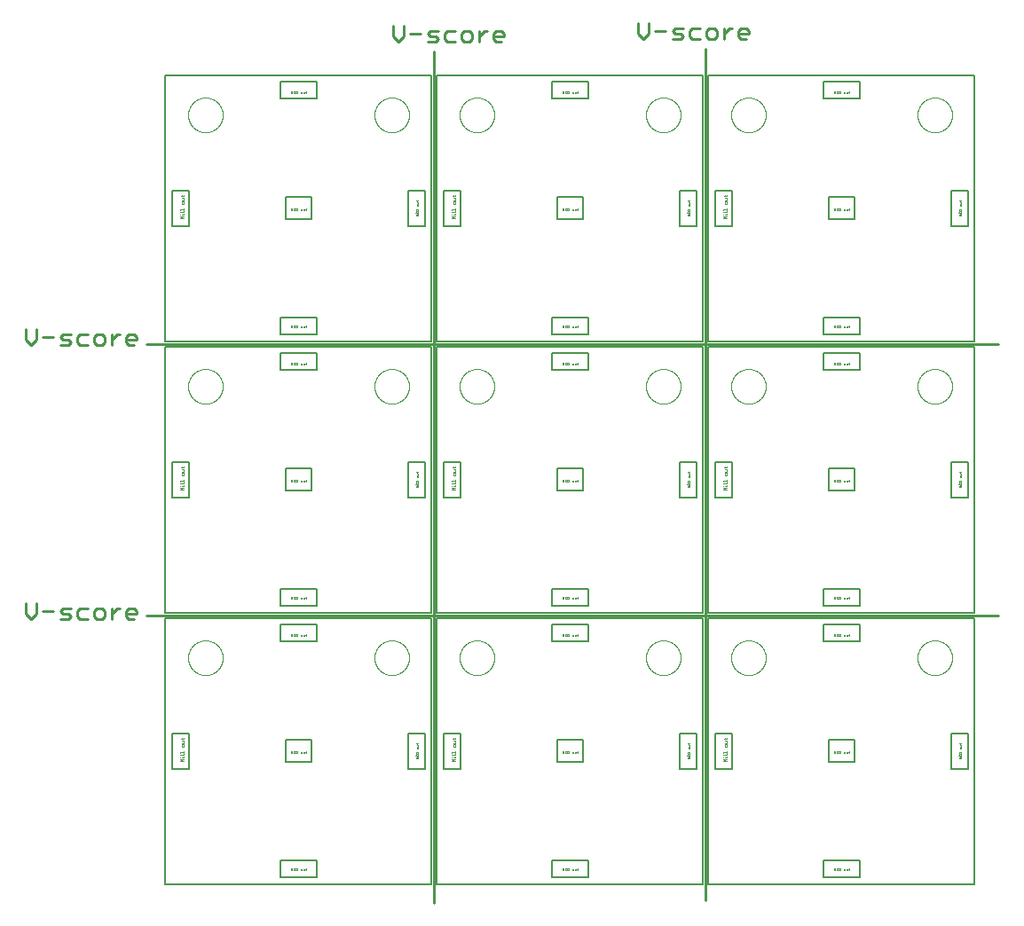
<source format=gko>
G75*
%MOIN*%
%OFA0B0*%
%FSLAX25Y25*%
%IPPOS*%
%LPD*%
%AMOC8*
5,1,8,0,0,1.08239X$1,22.5*
%
%ADD10C,0.01000*%
%ADD11C,0.01100*%
%ADD12C,0.00800*%
%ADD13C,0.00200*%
%ADD14C,0.00000*%
%ADD15C,0.00500*%
D10*
X0049333Y0109500D02*
X0369333Y0109500D01*
X0369333Y0211500D02*
X0049333Y0211500D01*
X0157333Y0321500D02*
X0157333Y0001500D01*
X0259333Y0002500D02*
X0259333Y0322500D01*
D11*
X0260649Y0326050D02*
X0259665Y0327034D01*
X0259665Y0329003D01*
X0260649Y0329987D01*
X0262618Y0329987D01*
X0263602Y0329003D01*
X0263602Y0327034D01*
X0262618Y0326050D01*
X0260649Y0326050D01*
X0257157Y0326050D02*
X0254204Y0326050D01*
X0253220Y0327034D01*
X0253220Y0329003D01*
X0254204Y0329987D01*
X0257157Y0329987D01*
X0250711Y0329987D02*
X0247758Y0329987D01*
X0246774Y0329003D01*
X0247758Y0328018D01*
X0249727Y0328018D01*
X0250711Y0327034D01*
X0249727Y0326050D01*
X0246774Y0326050D01*
X0244266Y0329003D02*
X0240329Y0329003D01*
X0237820Y0328018D02*
X0237820Y0331955D01*
X0237820Y0328018D02*
X0235852Y0326050D01*
X0233883Y0328018D01*
X0233883Y0331955D01*
X0266111Y0329987D02*
X0266111Y0326050D01*
X0266111Y0328018D02*
X0268079Y0329987D01*
X0269063Y0329987D01*
X0271482Y0329003D02*
X0272466Y0329987D01*
X0274435Y0329987D01*
X0275419Y0329003D01*
X0275419Y0328018D01*
X0271482Y0328018D01*
X0271482Y0327034D02*
X0271482Y0329003D01*
X0271482Y0327034D02*
X0272466Y0326050D01*
X0274435Y0326050D01*
X0183419Y0327018D02*
X0179482Y0327018D01*
X0179482Y0326034D02*
X0179482Y0328003D01*
X0180466Y0328987D01*
X0182435Y0328987D01*
X0183419Y0328003D01*
X0183419Y0327018D01*
X0182435Y0325050D02*
X0180466Y0325050D01*
X0179482Y0326034D01*
X0177063Y0328987D02*
X0176079Y0328987D01*
X0174111Y0327018D01*
X0174111Y0325050D02*
X0174111Y0328987D01*
X0171602Y0328003D02*
X0170618Y0328987D01*
X0168649Y0328987D01*
X0167665Y0328003D01*
X0167665Y0326034D01*
X0168649Y0325050D01*
X0170618Y0325050D01*
X0171602Y0326034D01*
X0171602Y0328003D01*
X0165157Y0328987D02*
X0162204Y0328987D01*
X0161220Y0328003D01*
X0161220Y0326034D01*
X0162204Y0325050D01*
X0165157Y0325050D01*
X0158711Y0326034D02*
X0157727Y0325050D01*
X0154774Y0325050D01*
X0155758Y0327018D02*
X0154774Y0328003D01*
X0155758Y0328987D01*
X0158711Y0328987D01*
X0157727Y0327018D02*
X0155758Y0327018D01*
X0157727Y0327018D02*
X0158711Y0326034D01*
X0152266Y0328003D02*
X0148329Y0328003D01*
X0145820Y0327018D02*
X0145820Y0330955D01*
X0145820Y0327018D02*
X0143852Y0325050D01*
X0141883Y0327018D01*
X0141883Y0330955D01*
X0044435Y0214987D02*
X0045419Y0214003D01*
X0045419Y0213018D01*
X0041482Y0213018D01*
X0041482Y0212034D02*
X0041482Y0214003D01*
X0042466Y0214987D01*
X0044435Y0214987D01*
X0041482Y0212034D02*
X0042466Y0211050D01*
X0044435Y0211050D01*
X0039063Y0214987D02*
X0038079Y0214987D01*
X0036111Y0213018D01*
X0036111Y0211050D02*
X0036111Y0214987D01*
X0033602Y0214003D02*
X0032618Y0214987D01*
X0030649Y0214987D01*
X0029665Y0214003D01*
X0029665Y0212034D01*
X0030649Y0211050D01*
X0032618Y0211050D01*
X0033602Y0212034D01*
X0033602Y0214003D01*
X0027157Y0214987D02*
X0024204Y0214987D01*
X0023220Y0214003D01*
X0023220Y0212034D01*
X0024204Y0211050D01*
X0027157Y0211050D01*
X0020711Y0212034D02*
X0019727Y0211050D01*
X0016774Y0211050D01*
X0017758Y0213018D02*
X0016774Y0214003D01*
X0017758Y0214987D01*
X0020711Y0214987D01*
X0019727Y0213018D02*
X0017758Y0213018D01*
X0019727Y0213018D02*
X0020711Y0212034D01*
X0014266Y0214003D02*
X0010329Y0214003D01*
X0007820Y0213018D02*
X0007820Y0216955D01*
X0007820Y0213018D02*
X0005852Y0211050D01*
X0003883Y0213018D01*
X0003883Y0216955D01*
X0003883Y0113955D02*
X0003883Y0110018D01*
X0005852Y0108050D01*
X0007820Y0110018D01*
X0007820Y0113955D01*
X0010329Y0111003D02*
X0014266Y0111003D01*
X0016774Y0111003D02*
X0017758Y0110018D01*
X0019727Y0110018D01*
X0020711Y0109034D01*
X0019727Y0108050D01*
X0016774Y0108050D01*
X0016774Y0111003D02*
X0017758Y0111987D01*
X0020711Y0111987D01*
X0023220Y0111003D02*
X0023220Y0109034D01*
X0024204Y0108050D01*
X0027157Y0108050D01*
X0029665Y0109034D02*
X0030649Y0108050D01*
X0032618Y0108050D01*
X0033602Y0109034D01*
X0033602Y0111003D01*
X0032618Y0111987D01*
X0030649Y0111987D01*
X0029665Y0111003D01*
X0029665Y0109034D01*
X0027157Y0111987D02*
X0024204Y0111987D01*
X0023220Y0111003D01*
X0036111Y0111987D02*
X0036111Y0108050D01*
X0036111Y0110018D02*
X0038079Y0111987D01*
X0039063Y0111987D01*
X0041482Y0111003D02*
X0041482Y0109034D01*
X0042466Y0108050D01*
X0044435Y0108050D01*
X0045419Y0110018D02*
X0041482Y0110018D01*
X0041482Y0111003D02*
X0042466Y0111987D01*
X0044435Y0111987D01*
X0045419Y0111003D01*
X0045419Y0110018D01*
D12*
X0056333Y0008500D02*
X0156333Y0008500D01*
X0156333Y0108500D01*
X0056333Y0108500D01*
X0056333Y0008500D01*
X0158333Y0008500D02*
X0258333Y0008500D01*
X0258333Y0108500D01*
X0158333Y0108500D01*
X0158333Y0008500D01*
X0260333Y0008500D02*
X0360333Y0008500D01*
X0360333Y0108500D01*
X0260333Y0108500D01*
X0260333Y0008500D01*
X0260333Y0110500D02*
X0360333Y0110500D01*
X0360333Y0210500D01*
X0260333Y0210500D01*
X0260333Y0110500D01*
X0258333Y0110500D02*
X0158333Y0110500D01*
X0158333Y0210500D01*
X0258333Y0210500D01*
X0258333Y0110500D01*
X0156333Y0110500D02*
X0056333Y0110500D01*
X0056333Y0210500D01*
X0156333Y0210500D01*
X0156333Y0110500D01*
X0156333Y0212500D02*
X0056333Y0212500D01*
X0056333Y0312500D01*
X0156333Y0312500D01*
X0156333Y0212500D01*
X0158333Y0212500D02*
X0258333Y0212500D01*
X0258333Y0312500D01*
X0158333Y0312500D01*
X0158333Y0212500D01*
X0260333Y0212500D02*
X0360333Y0212500D01*
X0360333Y0312500D01*
X0260333Y0312500D01*
X0260333Y0212500D01*
D13*
X0307433Y0217600D02*
X0307433Y0218401D01*
X0307700Y0218134D01*
X0307967Y0218401D01*
X0307967Y0217600D01*
X0308354Y0217600D02*
X0308621Y0217600D01*
X0308488Y0217600D02*
X0308488Y0218134D01*
X0308354Y0218134D01*
X0308488Y0218401D02*
X0308488Y0218534D01*
X0308968Y0218401D02*
X0309101Y0218401D01*
X0309101Y0217600D01*
X0308968Y0217600D02*
X0309235Y0217600D01*
X0309582Y0217600D02*
X0309849Y0217600D01*
X0309715Y0217600D02*
X0309715Y0218401D01*
X0309582Y0218401D01*
X0311116Y0218000D02*
X0311116Y0217733D01*
X0311250Y0217600D01*
X0311517Y0217600D01*
X0311650Y0217733D01*
X0311650Y0218000D01*
X0311517Y0218134D01*
X0311250Y0218134D01*
X0311116Y0218000D01*
X0312037Y0218134D02*
X0312037Y0217733D01*
X0312171Y0217600D01*
X0312571Y0217600D01*
X0312571Y0218134D01*
X0312958Y0218134D02*
X0313225Y0218134D01*
X0313091Y0218267D02*
X0313091Y0217733D01*
X0313225Y0217600D01*
X0313091Y0204267D02*
X0313091Y0203733D01*
X0313225Y0203600D01*
X0313225Y0204134D02*
X0312958Y0204134D01*
X0312571Y0204134D02*
X0312571Y0203600D01*
X0312171Y0203600D01*
X0312037Y0203733D01*
X0312037Y0204134D01*
X0311650Y0204000D02*
X0311517Y0204134D01*
X0311250Y0204134D01*
X0311116Y0204000D01*
X0311116Y0203733D01*
X0311250Y0203600D01*
X0311517Y0203600D01*
X0311650Y0203733D01*
X0311650Y0204000D01*
X0309849Y0203600D02*
X0309582Y0203600D01*
X0309715Y0203600D02*
X0309715Y0204401D01*
X0309582Y0204401D01*
X0309101Y0204401D02*
X0309101Y0203600D01*
X0308968Y0203600D02*
X0309235Y0203600D01*
X0308621Y0203600D02*
X0308354Y0203600D01*
X0308488Y0203600D02*
X0308488Y0204134D01*
X0308354Y0204134D01*
X0308488Y0204401D02*
X0308488Y0204534D01*
X0308968Y0204401D02*
X0309101Y0204401D01*
X0307967Y0204401D02*
X0307967Y0203600D01*
X0307433Y0203600D02*
X0307433Y0204401D01*
X0307700Y0204134D01*
X0307967Y0204401D01*
X0267233Y0165321D02*
X0267016Y0165104D01*
X0266149Y0165104D01*
X0266366Y0164887D02*
X0266366Y0165321D01*
X0266366Y0164373D02*
X0267233Y0164373D01*
X0267233Y0163723D01*
X0267016Y0163506D01*
X0266366Y0163506D01*
X0266583Y0162992D02*
X0266366Y0162775D01*
X0266366Y0162342D01*
X0266583Y0162125D01*
X0267016Y0162125D01*
X0267233Y0162342D01*
X0267233Y0162775D01*
X0267016Y0162992D01*
X0266583Y0162992D01*
X0267233Y0160256D02*
X0267233Y0159823D01*
X0267233Y0160040D02*
X0265932Y0160040D01*
X0265932Y0159823D01*
X0265932Y0159119D02*
X0267233Y0159119D01*
X0267233Y0158902D02*
X0267233Y0159336D01*
X0267233Y0158415D02*
X0267233Y0157981D01*
X0267233Y0158198D02*
X0266366Y0158198D01*
X0266366Y0157981D01*
X0265932Y0158198D02*
X0265715Y0158198D01*
X0265932Y0158902D02*
X0265932Y0159119D01*
X0265932Y0157467D02*
X0267233Y0157467D01*
X0267233Y0156600D02*
X0265932Y0156600D01*
X0266366Y0157034D01*
X0265932Y0157467D01*
X0253233Y0157600D02*
X0252433Y0157600D01*
X0252700Y0157867D01*
X0252433Y0158134D01*
X0253233Y0158134D01*
X0253233Y0158521D02*
X0253233Y0158788D01*
X0253233Y0158654D02*
X0252700Y0158654D01*
X0252700Y0158521D01*
X0252433Y0158654D02*
X0252299Y0158654D01*
X0252433Y0159135D02*
X0252433Y0159268D01*
X0253233Y0159268D01*
X0253233Y0159135D02*
X0253233Y0159402D01*
X0253233Y0159748D02*
X0253233Y0160015D01*
X0253233Y0159882D02*
X0252433Y0159882D01*
X0252433Y0159748D01*
X0252833Y0161283D02*
X0253100Y0161283D01*
X0253233Y0161417D01*
X0253233Y0161683D01*
X0253100Y0161817D01*
X0252833Y0161817D01*
X0252700Y0161683D01*
X0252700Y0161417D01*
X0252833Y0161283D01*
X0252700Y0162204D02*
X0253100Y0162204D01*
X0253233Y0162337D01*
X0253233Y0162738D01*
X0252700Y0162738D01*
X0252700Y0163125D02*
X0252700Y0163392D01*
X0252566Y0163258D02*
X0253100Y0163258D01*
X0253233Y0163392D01*
X0211225Y0160134D02*
X0210958Y0160134D01*
X0211091Y0160267D02*
X0211091Y0159733D01*
X0211225Y0159600D01*
X0210571Y0159600D02*
X0210571Y0160134D01*
X0210037Y0160134D02*
X0210037Y0159733D01*
X0210171Y0159600D01*
X0210571Y0159600D01*
X0209650Y0159733D02*
X0209650Y0160000D01*
X0209517Y0160134D01*
X0209250Y0160134D01*
X0209116Y0160000D01*
X0209116Y0159733D01*
X0209250Y0159600D01*
X0209517Y0159600D01*
X0209650Y0159733D01*
X0207849Y0159600D02*
X0207582Y0159600D01*
X0207715Y0159600D02*
X0207715Y0160401D01*
X0207582Y0160401D01*
X0207101Y0160401D02*
X0207101Y0159600D01*
X0206968Y0159600D02*
X0207235Y0159600D01*
X0206621Y0159600D02*
X0206354Y0159600D01*
X0206488Y0159600D02*
X0206488Y0160134D01*
X0206354Y0160134D01*
X0206488Y0160401D02*
X0206488Y0160534D01*
X0206968Y0160401D02*
X0207101Y0160401D01*
X0205967Y0160401D02*
X0205967Y0159600D01*
X0205433Y0159600D02*
X0205433Y0160401D01*
X0205700Y0160134D01*
X0205967Y0160401D01*
X0165233Y0160256D02*
X0165233Y0159823D01*
X0165233Y0160040D02*
X0163932Y0160040D01*
X0163932Y0159823D01*
X0163932Y0159119D02*
X0165233Y0159119D01*
X0165233Y0158902D02*
X0165233Y0159336D01*
X0165233Y0158415D02*
X0165233Y0157981D01*
X0165233Y0158198D02*
X0164366Y0158198D01*
X0164366Y0157981D01*
X0163932Y0158198D02*
X0163715Y0158198D01*
X0163932Y0158902D02*
X0163932Y0159119D01*
X0163932Y0157467D02*
X0165233Y0157467D01*
X0165233Y0156600D02*
X0163932Y0156600D01*
X0164366Y0157034D01*
X0163932Y0157467D01*
X0164583Y0162125D02*
X0165016Y0162125D01*
X0165233Y0162342D01*
X0165233Y0162775D01*
X0165016Y0162992D01*
X0164583Y0162992D01*
X0164366Y0162775D01*
X0164366Y0162342D01*
X0164583Y0162125D01*
X0164366Y0163506D02*
X0165016Y0163506D01*
X0165233Y0163723D01*
X0165233Y0164373D01*
X0164366Y0164373D01*
X0164366Y0164887D02*
X0164366Y0165321D01*
X0164149Y0165104D02*
X0165016Y0165104D01*
X0165233Y0165321D01*
X0151233Y0163392D02*
X0151100Y0163258D01*
X0150566Y0163258D01*
X0150700Y0163125D02*
X0150700Y0163392D01*
X0150700Y0162738D02*
X0151233Y0162738D01*
X0151233Y0162337D01*
X0151100Y0162204D01*
X0150700Y0162204D01*
X0150833Y0161817D02*
X0150700Y0161683D01*
X0150700Y0161417D01*
X0150833Y0161283D01*
X0151100Y0161283D01*
X0151233Y0161417D01*
X0151233Y0161683D01*
X0151100Y0161817D01*
X0150833Y0161817D01*
X0151233Y0160015D02*
X0151233Y0159748D01*
X0151233Y0159882D02*
X0150433Y0159882D01*
X0150433Y0159748D01*
X0150433Y0159268D02*
X0151233Y0159268D01*
X0151233Y0159135D02*
X0151233Y0159402D01*
X0151233Y0158788D02*
X0151233Y0158521D01*
X0151233Y0158654D02*
X0150700Y0158654D01*
X0150700Y0158521D01*
X0150433Y0158654D02*
X0150299Y0158654D01*
X0150433Y0159135D02*
X0150433Y0159268D01*
X0150433Y0158134D02*
X0151233Y0158134D01*
X0151233Y0157600D02*
X0150433Y0157600D01*
X0150700Y0157867D01*
X0150433Y0158134D01*
X0109225Y0159600D02*
X0109091Y0159733D01*
X0109091Y0160267D01*
X0108958Y0160134D02*
X0109225Y0160134D01*
X0108571Y0160134D02*
X0108571Y0159600D01*
X0108171Y0159600D01*
X0108037Y0159733D01*
X0108037Y0160134D01*
X0107650Y0160000D02*
X0107517Y0160134D01*
X0107250Y0160134D01*
X0107116Y0160000D01*
X0107116Y0159733D01*
X0107250Y0159600D01*
X0107517Y0159600D01*
X0107650Y0159733D01*
X0107650Y0160000D01*
X0105849Y0159600D02*
X0105582Y0159600D01*
X0105715Y0159600D02*
X0105715Y0160401D01*
X0105582Y0160401D01*
X0105101Y0160401D02*
X0105101Y0159600D01*
X0104968Y0159600D02*
X0105235Y0159600D01*
X0104621Y0159600D02*
X0104354Y0159600D01*
X0104488Y0159600D02*
X0104488Y0160134D01*
X0104354Y0160134D01*
X0104488Y0160401D02*
X0104488Y0160534D01*
X0104968Y0160401D02*
X0105101Y0160401D01*
X0103967Y0160401D02*
X0103967Y0159600D01*
X0103433Y0159600D02*
X0103433Y0160401D01*
X0103700Y0160134D01*
X0103967Y0160401D01*
X0063233Y0160256D02*
X0063233Y0159823D01*
X0063233Y0160040D02*
X0061932Y0160040D01*
X0061932Y0159823D01*
X0061932Y0159119D02*
X0063233Y0159119D01*
X0063233Y0158902D02*
X0063233Y0159336D01*
X0063233Y0158415D02*
X0063233Y0157981D01*
X0063233Y0158198D02*
X0062366Y0158198D01*
X0062366Y0157981D01*
X0061932Y0158198D02*
X0061715Y0158198D01*
X0061932Y0158902D02*
X0061932Y0159119D01*
X0061932Y0157467D02*
X0063233Y0157467D01*
X0063233Y0156600D02*
X0061932Y0156600D01*
X0062366Y0157034D01*
X0061932Y0157467D01*
X0062583Y0162125D02*
X0063016Y0162125D01*
X0063233Y0162342D01*
X0063233Y0162775D01*
X0063016Y0162992D01*
X0062583Y0162992D01*
X0062366Y0162775D01*
X0062366Y0162342D01*
X0062583Y0162125D01*
X0062366Y0163506D02*
X0063016Y0163506D01*
X0063233Y0163723D01*
X0063233Y0164373D01*
X0062366Y0164373D01*
X0062366Y0164887D02*
X0062366Y0165321D01*
X0062149Y0165104D02*
X0063016Y0165104D01*
X0063233Y0165321D01*
X0103433Y0203600D02*
X0103433Y0204401D01*
X0103700Y0204134D01*
X0103967Y0204401D01*
X0103967Y0203600D01*
X0104354Y0203600D02*
X0104621Y0203600D01*
X0104488Y0203600D02*
X0104488Y0204134D01*
X0104354Y0204134D01*
X0104488Y0204401D02*
X0104488Y0204534D01*
X0104968Y0204401D02*
X0105101Y0204401D01*
X0105101Y0203600D01*
X0104968Y0203600D02*
X0105235Y0203600D01*
X0105582Y0203600D02*
X0105849Y0203600D01*
X0105715Y0203600D02*
X0105715Y0204401D01*
X0105582Y0204401D01*
X0107116Y0204000D02*
X0107116Y0203733D01*
X0107250Y0203600D01*
X0107517Y0203600D01*
X0107650Y0203733D01*
X0107650Y0204000D01*
X0107517Y0204134D01*
X0107250Y0204134D01*
X0107116Y0204000D01*
X0108037Y0204134D02*
X0108037Y0203733D01*
X0108171Y0203600D01*
X0108571Y0203600D01*
X0108571Y0204134D01*
X0108958Y0204134D02*
X0109225Y0204134D01*
X0109091Y0204267D02*
X0109091Y0203733D01*
X0109225Y0203600D01*
X0109225Y0217600D02*
X0109091Y0217733D01*
X0109091Y0218267D01*
X0108958Y0218134D02*
X0109225Y0218134D01*
X0108571Y0218134D02*
X0108571Y0217600D01*
X0108171Y0217600D01*
X0108037Y0217733D01*
X0108037Y0218134D01*
X0107650Y0218000D02*
X0107517Y0218134D01*
X0107250Y0218134D01*
X0107116Y0218000D01*
X0107116Y0217733D01*
X0107250Y0217600D01*
X0107517Y0217600D01*
X0107650Y0217733D01*
X0107650Y0218000D01*
X0105849Y0217600D02*
X0105582Y0217600D01*
X0105715Y0217600D02*
X0105715Y0218401D01*
X0105582Y0218401D01*
X0105101Y0218401D02*
X0105101Y0217600D01*
X0104968Y0217600D02*
X0105235Y0217600D01*
X0104621Y0217600D02*
X0104354Y0217600D01*
X0104488Y0217600D02*
X0104488Y0218134D01*
X0104354Y0218134D01*
X0104488Y0218401D02*
X0104488Y0218534D01*
X0104968Y0218401D02*
X0105101Y0218401D01*
X0103967Y0218401D02*
X0103967Y0217600D01*
X0103433Y0217600D02*
X0103433Y0218401D01*
X0103700Y0218134D01*
X0103967Y0218401D01*
X0103967Y0261600D02*
X0103967Y0262401D01*
X0103700Y0262134D01*
X0103433Y0262401D01*
X0103433Y0261600D01*
X0104354Y0261600D02*
X0104621Y0261600D01*
X0104488Y0261600D02*
X0104488Y0262134D01*
X0104354Y0262134D01*
X0104488Y0262401D02*
X0104488Y0262534D01*
X0104968Y0262401D02*
X0105101Y0262401D01*
X0105101Y0261600D01*
X0104968Y0261600D02*
X0105235Y0261600D01*
X0105582Y0261600D02*
X0105849Y0261600D01*
X0105715Y0261600D02*
X0105715Y0262401D01*
X0105582Y0262401D01*
X0107116Y0262000D02*
X0107116Y0261733D01*
X0107250Y0261600D01*
X0107517Y0261600D01*
X0107650Y0261733D01*
X0107650Y0262000D01*
X0107517Y0262134D01*
X0107250Y0262134D01*
X0107116Y0262000D01*
X0108037Y0262134D02*
X0108037Y0261733D01*
X0108171Y0261600D01*
X0108571Y0261600D01*
X0108571Y0262134D01*
X0108958Y0262134D02*
X0109225Y0262134D01*
X0109091Y0262267D02*
X0109091Y0261733D01*
X0109225Y0261600D01*
X0150299Y0260654D02*
X0150433Y0260654D01*
X0150700Y0260654D02*
X0151233Y0260654D01*
X0151233Y0260521D02*
X0151233Y0260788D01*
X0151233Y0261135D02*
X0151233Y0261402D01*
X0151233Y0261268D02*
X0150433Y0261268D01*
X0150433Y0261135D01*
X0150700Y0260654D02*
X0150700Y0260521D01*
X0150433Y0260134D02*
X0151233Y0260134D01*
X0151233Y0259600D02*
X0150433Y0259600D01*
X0150700Y0259867D01*
X0150433Y0260134D01*
X0150433Y0261748D02*
X0150433Y0261882D01*
X0151233Y0261882D01*
X0151233Y0262015D02*
X0151233Y0261748D01*
X0151100Y0263283D02*
X0151233Y0263417D01*
X0151233Y0263683D01*
X0151100Y0263817D01*
X0150833Y0263817D01*
X0150700Y0263683D01*
X0150700Y0263417D01*
X0150833Y0263283D01*
X0151100Y0263283D01*
X0151100Y0264204D02*
X0151233Y0264337D01*
X0151233Y0264738D01*
X0150700Y0264738D01*
X0150700Y0265125D02*
X0150700Y0265392D01*
X0150566Y0265258D02*
X0151100Y0265258D01*
X0151233Y0265392D01*
X0151100Y0264204D02*
X0150700Y0264204D01*
X0163932Y0262040D02*
X0163932Y0261823D01*
X0163932Y0262040D02*
X0165233Y0262040D01*
X0165233Y0262256D02*
X0165233Y0261823D01*
X0165233Y0261336D02*
X0165233Y0260902D01*
X0165233Y0261119D02*
X0163932Y0261119D01*
X0163932Y0260902D01*
X0163932Y0260198D02*
X0163715Y0260198D01*
X0164366Y0260198D02*
X0165233Y0260198D01*
X0165233Y0259981D02*
X0165233Y0260415D01*
X0164366Y0260198D02*
X0164366Y0259981D01*
X0163932Y0259467D02*
X0165233Y0259467D01*
X0165233Y0258600D02*
X0163932Y0258600D01*
X0164366Y0259034D01*
X0163932Y0259467D01*
X0164583Y0264125D02*
X0165016Y0264125D01*
X0165233Y0264342D01*
X0165233Y0264775D01*
X0165016Y0264992D01*
X0164583Y0264992D01*
X0164366Y0264775D01*
X0164366Y0264342D01*
X0164583Y0264125D01*
X0164366Y0265506D02*
X0165016Y0265506D01*
X0165233Y0265723D01*
X0165233Y0266373D01*
X0164366Y0266373D01*
X0164366Y0266887D02*
X0164366Y0267321D01*
X0164149Y0267104D02*
X0165016Y0267104D01*
X0165233Y0267321D01*
X0205433Y0262401D02*
X0205433Y0261600D01*
X0205967Y0261600D02*
X0205967Y0262401D01*
X0205700Y0262134D01*
X0205433Y0262401D01*
X0206354Y0262134D02*
X0206488Y0262134D01*
X0206488Y0261600D01*
X0206621Y0261600D02*
X0206354Y0261600D01*
X0206968Y0261600D02*
X0207235Y0261600D01*
X0207101Y0261600D02*
X0207101Y0262401D01*
X0206968Y0262401D01*
X0206488Y0262401D02*
X0206488Y0262534D01*
X0207582Y0262401D02*
X0207715Y0262401D01*
X0207715Y0261600D01*
X0207582Y0261600D02*
X0207849Y0261600D01*
X0209116Y0261733D02*
X0209250Y0261600D01*
X0209517Y0261600D01*
X0209650Y0261733D01*
X0209650Y0262000D01*
X0209517Y0262134D01*
X0209250Y0262134D01*
X0209116Y0262000D01*
X0209116Y0261733D01*
X0210037Y0261733D02*
X0210171Y0261600D01*
X0210571Y0261600D01*
X0210571Y0262134D01*
X0210958Y0262134D02*
X0211225Y0262134D01*
X0211091Y0262267D02*
X0211091Y0261733D01*
X0211225Y0261600D01*
X0210037Y0261733D02*
X0210037Y0262134D01*
X0252299Y0260654D02*
X0252433Y0260654D01*
X0252700Y0260654D02*
X0253233Y0260654D01*
X0253233Y0260521D02*
X0253233Y0260788D01*
X0253233Y0261135D02*
X0253233Y0261402D01*
X0253233Y0261268D02*
X0252433Y0261268D01*
X0252433Y0261135D01*
X0252700Y0260654D02*
X0252700Y0260521D01*
X0252433Y0260134D02*
X0253233Y0260134D01*
X0253233Y0259600D02*
X0252433Y0259600D01*
X0252700Y0259867D01*
X0252433Y0260134D01*
X0252433Y0261748D02*
X0252433Y0261882D01*
X0253233Y0261882D01*
X0253233Y0262015D02*
X0253233Y0261748D01*
X0253100Y0263283D02*
X0253233Y0263417D01*
X0253233Y0263683D01*
X0253100Y0263817D01*
X0252833Y0263817D01*
X0252700Y0263683D01*
X0252700Y0263417D01*
X0252833Y0263283D01*
X0253100Y0263283D01*
X0253100Y0264204D02*
X0253233Y0264337D01*
X0253233Y0264738D01*
X0252700Y0264738D01*
X0252700Y0265125D02*
X0252700Y0265392D01*
X0252566Y0265258D02*
X0253100Y0265258D01*
X0253233Y0265392D01*
X0253100Y0264204D02*
X0252700Y0264204D01*
X0265932Y0262040D02*
X0265932Y0261823D01*
X0265932Y0262040D02*
X0267233Y0262040D01*
X0267233Y0262256D02*
X0267233Y0261823D01*
X0267233Y0261336D02*
X0267233Y0260902D01*
X0267233Y0261119D02*
X0265932Y0261119D01*
X0265932Y0260902D01*
X0265932Y0260198D02*
X0265715Y0260198D01*
X0266366Y0260198D02*
X0267233Y0260198D01*
X0267233Y0259981D02*
X0267233Y0260415D01*
X0266366Y0260198D02*
X0266366Y0259981D01*
X0265932Y0259467D02*
X0267233Y0259467D01*
X0267233Y0258600D02*
X0265932Y0258600D01*
X0266366Y0259034D01*
X0265932Y0259467D01*
X0266583Y0264125D02*
X0267016Y0264125D01*
X0267233Y0264342D01*
X0267233Y0264775D01*
X0267016Y0264992D01*
X0266583Y0264992D01*
X0266366Y0264775D01*
X0266366Y0264342D01*
X0266583Y0264125D01*
X0266366Y0265506D02*
X0267016Y0265506D01*
X0267233Y0265723D01*
X0267233Y0266373D01*
X0266366Y0266373D01*
X0266366Y0266887D02*
X0266366Y0267321D01*
X0266149Y0267104D02*
X0267016Y0267104D01*
X0267233Y0267321D01*
X0307433Y0262401D02*
X0307433Y0261600D01*
X0307967Y0261600D02*
X0307967Y0262401D01*
X0307700Y0262134D01*
X0307433Y0262401D01*
X0308354Y0262134D02*
X0308488Y0262134D01*
X0308488Y0261600D01*
X0308621Y0261600D02*
X0308354Y0261600D01*
X0308968Y0261600D02*
X0309235Y0261600D01*
X0309101Y0261600D02*
X0309101Y0262401D01*
X0308968Y0262401D01*
X0308488Y0262401D02*
X0308488Y0262534D01*
X0309582Y0262401D02*
X0309715Y0262401D01*
X0309715Y0261600D01*
X0309582Y0261600D02*
X0309849Y0261600D01*
X0311116Y0261733D02*
X0311250Y0261600D01*
X0311517Y0261600D01*
X0311650Y0261733D01*
X0311650Y0262000D01*
X0311517Y0262134D01*
X0311250Y0262134D01*
X0311116Y0262000D01*
X0311116Y0261733D01*
X0312037Y0261733D02*
X0312037Y0262134D01*
X0312037Y0261733D02*
X0312171Y0261600D01*
X0312571Y0261600D01*
X0312571Y0262134D01*
X0312958Y0262134D02*
X0313225Y0262134D01*
X0313091Y0262267D02*
X0313091Y0261733D01*
X0313225Y0261600D01*
X0354299Y0260654D02*
X0354433Y0260654D01*
X0354700Y0260654D02*
X0355233Y0260654D01*
X0355233Y0260521D02*
X0355233Y0260788D01*
X0355233Y0261135D02*
X0355233Y0261402D01*
X0355233Y0261268D02*
X0354433Y0261268D01*
X0354433Y0261135D01*
X0354700Y0260654D02*
X0354700Y0260521D01*
X0354433Y0260134D02*
X0355233Y0260134D01*
X0355233Y0259600D02*
X0354433Y0259600D01*
X0354700Y0259867D01*
X0354433Y0260134D01*
X0354433Y0261748D02*
X0354433Y0261882D01*
X0355233Y0261882D01*
X0355233Y0262015D02*
X0355233Y0261748D01*
X0355100Y0263283D02*
X0355233Y0263417D01*
X0355233Y0263683D01*
X0355100Y0263817D01*
X0354833Y0263817D01*
X0354700Y0263683D01*
X0354700Y0263417D01*
X0354833Y0263283D01*
X0355100Y0263283D01*
X0355100Y0264204D02*
X0355233Y0264337D01*
X0355233Y0264738D01*
X0354700Y0264738D01*
X0354700Y0265125D02*
X0354700Y0265392D01*
X0354566Y0265258D02*
X0355100Y0265258D01*
X0355233Y0265392D01*
X0355100Y0264204D02*
X0354700Y0264204D01*
X0313225Y0305600D02*
X0313091Y0305733D01*
X0313091Y0306267D01*
X0312958Y0306134D02*
X0313225Y0306134D01*
X0312571Y0306134D02*
X0312571Y0305600D01*
X0312171Y0305600D01*
X0312037Y0305733D01*
X0312037Y0306134D01*
X0311650Y0306000D02*
X0311517Y0306134D01*
X0311250Y0306134D01*
X0311116Y0306000D01*
X0311116Y0305733D01*
X0311250Y0305600D01*
X0311517Y0305600D01*
X0311650Y0305733D01*
X0311650Y0306000D01*
X0309849Y0305600D02*
X0309582Y0305600D01*
X0309715Y0305600D02*
X0309715Y0306401D01*
X0309582Y0306401D01*
X0309101Y0306401D02*
X0309101Y0305600D01*
X0308968Y0305600D02*
X0309235Y0305600D01*
X0308621Y0305600D02*
X0308354Y0305600D01*
X0308488Y0305600D02*
X0308488Y0306134D01*
X0308354Y0306134D01*
X0308488Y0306401D02*
X0308488Y0306534D01*
X0308968Y0306401D02*
X0309101Y0306401D01*
X0307967Y0306401D02*
X0307967Y0305600D01*
X0307433Y0305600D02*
X0307433Y0306401D01*
X0307700Y0306134D01*
X0307967Y0306401D01*
X0211225Y0306134D02*
X0210958Y0306134D01*
X0211091Y0306267D02*
X0211091Y0305733D01*
X0211225Y0305600D01*
X0210571Y0305600D02*
X0210571Y0306134D01*
X0210037Y0306134D02*
X0210037Y0305733D01*
X0210171Y0305600D01*
X0210571Y0305600D01*
X0209650Y0305733D02*
X0209517Y0305600D01*
X0209250Y0305600D01*
X0209116Y0305733D01*
X0209116Y0306000D01*
X0209250Y0306134D01*
X0209517Y0306134D01*
X0209650Y0306000D01*
X0209650Y0305733D01*
X0207849Y0305600D02*
X0207582Y0305600D01*
X0207715Y0305600D02*
X0207715Y0306401D01*
X0207582Y0306401D01*
X0207101Y0306401D02*
X0207101Y0305600D01*
X0206968Y0305600D02*
X0207235Y0305600D01*
X0206621Y0305600D02*
X0206354Y0305600D01*
X0206488Y0305600D02*
X0206488Y0306134D01*
X0206354Y0306134D01*
X0206488Y0306401D02*
X0206488Y0306534D01*
X0206968Y0306401D02*
X0207101Y0306401D01*
X0205967Y0306401D02*
X0205967Y0305600D01*
X0205433Y0305600D02*
X0205433Y0306401D01*
X0205700Y0306134D01*
X0205967Y0306401D01*
X0206488Y0218534D02*
X0206488Y0218401D01*
X0206488Y0218134D02*
X0206488Y0217600D01*
X0206621Y0217600D02*
X0206354Y0217600D01*
X0205967Y0217600D02*
X0205967Y0218401D01*
X0205700Y0218134D01*
X0205433Y0218401D01*
X0205433Y0217600D01*
X0206354Y0218134D02*
X0206488Y0218134D01*
X0206968Y0218401D02*
X0207101Y0218401D01*
X0207101Y0217600D01*
X0206968Y0217600D02*
X0207235Y0217600D01*
X0207582Y0217600D02*
X0207849Y0217600D01*
X0207715Y0217600D02*
X0207715Y0218401D01*
X0207582Y0218401D01*
X0209116Y0218000D02*
X0209116Y0217733D01*
X0209250Y0217600D01*
X0209517Y0217600D01*
X0209650Y0217733D01*
X0209650Y0218000D01*
X0209517Y0218134D01*
X0209250Y0218134D01*
X0209116Y0218000D01*
X0210037Y0218134D02*
X0210037Y0217733D01*
X0210171Y0217600D01*
X0210571Y0217600D01*
X0210571Y0218134D01*
X0210958Y0218134D02*
X0211225Y0218134D01*
X0211091Y0218267D02*
X0211091Y0217733D01*
X0211225Y0217600D01*
X0211091Y0204267D02*
X0211091Y0203733D01*
X0211225Y0203600D01*
X0211225Y0204134D02*
X0210958Y0204134D01*
X0210571Y0204134D02*
X0210571Y0203600D01*
X0210171Y0203600D01*
X0210037Y0203733D01*
X0210037Y0204134D01*
X0209650Y0204000D02*
X0209517Y0204134D01*
X0209250Y0204134D01*
X0209116Y0204000D01*
X0209116Y0203733D01*
X0209250Y0203600D01*
X0209517Y0203600D01*
X0209650Y0203733D01*
X0209650Y0204000D01*
X0207849Y0203600D02*
X0207582Y0203600D01*
X0207715Y0203600D02*
X0207715Y0204401D01*
X0207582Y0204401D01*
X0207101Y0204401D02*
X0207101Y0203600D01*
X0206968Y0203600D02*
X0207235Y0203600D01*
X0206621Y0203600D02*
X0206354Y0203600D01*
X0206488Y0203600D02*
X0206488Y0204134D01*
X0206354Y0204134D01*
X0206488Y0204401D02*
X0206488Y0204534D01*
X0206968Y0204401D02*
X0207101Y0204401D01*
X0205967Y0204401D02*
X0205967Y0203600D01*
X0205433Y0203600D02*
X0205433Y0204401D01*
X0205700Y0204134D01*
X0205967Y0204401D01*
X0206488Y0116534D02*
X0206488Y0116401D01*
X0206488Y0116134D02*
X0206488Y0115600D01*
X0206621Y0115600D02*
X0206354Y0115600D01*
X0205967Y0115600D02*
X0205967Y0116401D01*
X0205700Y0116134D01*
X0205433Y0116401D01*
X0205433Y0115600D01*
X0206354Y0116134D02*
X0206488Y0116134D01*
X0206968Y0116401D02*
X0207101Y0116401D01*
X0207101Y0115600D01*
X0206968Y0115600D02*
X0207235Y0115600D01*
X0207582Y0115600D02*
X0207849Y0115600D01*
X0207715Y0115600D02*
X0207715Y0116401D01*
X0207582Y0116401D01*
X0209116Y0116000D02*
X0209116Y0115733D01*
X0209250Y0115600D01*
X0209517Y0115600D01*
X0209650Y0115733D01*
X0209650Y0116000D01*
X0209517Y0116134D01*
X0209250Y0116134D01*
X0209116Y0116000D01*
X0210037Y0116134D02*
X0210037Y0115733D01*
X0210171Y0115600D01*
X0210571Y0115600D01*
X0210571Y0116134D01*
X0210958Y0116134D02*
X0211225Y0116134D01*
X0211091Y0116267D02*
X0211091Y0115733D01*
X0211225Y0115600D01*
X0211091Y0102267D02*
X0211091Y0101733D01*
X0211225Y0101600D01*
X0211225Y0102134D02*
X0210958Y0102134D01*
X0210571Y0102134D02*
X0210571Y0101600D01*
X0210171Y0101600D01*
X0210037Y0101733D01*
X0210037Y0102134D01*
X0209650Y0102000D02*
X0209517Y0102134D01*
X0209250Y0102134D01*
X0209116Y0102000D01*
X0209116Y0101733D01*
X0209250Y0101600D01*
X0209517Y0101600D01*
X0209650Y0101733D01*
X0209650Y0102000D01*
X0207849Y0101600D02*
X0207582Y0101600D01*
X0207715Y0101600D02*
X0207715Y0102401D01*
X0207582Y0102401D01*
X0207101Y0102401D02*
X0207101Y0101600D01*
X0206968Y0101600D02*
X0207235Y0101600D01*
X0206621Y0101600D02*
X0206354Y0101600D01*
X0206488Y0101600D02*
X0206488Y0102134D01*
X0206354Y0102134D01*
X0206488Y0102401D02*
X0206488Y0102534D01*
X0206968Y0102401D02*
X0207101Y0102401D01*
X0205967Y0102401D02*
X0205967Y0101600D01*
X0205433Y0101600D02*
X0205433Y0102401D01*
X0205700Y0102134D01*
X0205967Y0102401D01*
X0165233Y0063321D02*
X0165016Y0063104D01*
X0164149Y0063104D01*
X0164366Y0062887D02*
X0164366Y0063321D01*
X0164366Y0062373D02*
X0165233Y0062373D01*
X0165233Y0061723D01*
X0165016Y0061506D01*
X0164366Y0061506D01*
X0164583Y0060992D02*
X0164366Y0060775D01*
X0164366Y0060342D01*
X0164583Y0060125D01*
X0165016Y0060125D01*
X0165233Y0060342D01*
X0165233Y0060775D01*
X0165016Y0060992D01*
X0164583Y0060992D01*
X0165233Y0058256D02*
X0165233Y0057823D01*
X0165233Y0058040D02*
X0163932Y0058040D01*
X0163932Y0057823D01*
X0163932Y0057119D02*
X0165233Y0057119D01*
X0165233Y0056902D02*
X0165233Y0057336D01*
X0165233Y0056415D02*
X0165233Y0055981D01*
X0165233Y0056198D02*
X0164366Y0056198D01*
X0164366Y0055981D01*
X0163932Y0056198D02*
X0163715Y0056198D01*
X0163932Y0056902D02*
X0163932Y0057119D01*
X0163932Y0055467D02*
X0165233Y0055467D01*
X0165233Y0054600D02*
X0163932Y0054600D01*
X0164366Y0055034D01*
X0163932Y0055467D01*
X0151233Y0055600D02*
X0150433Y0055600D01*
X0150700Y0055867D01*
X0150433Y0056134D01*
X0151233Y0056134D01*
X0151233Y0056521D02*
X0151233Y0056788D01*
X0151233Y0056654D02*
X0150700Y0056654D01*
X0150700Y0056521D01*
X0150433Y0056654D02*
X0150299Y0056654D01*
X0150433Y0057135D02*
X0150433Y0057268D01*
X0151233Y0057268D01*
X0151233Y0057135D02*
X0151233Y0057402D01*
X0151233Y0057748D02*
X0151233Y0058015D01*
X0151233Y0057882D02*
X0150433Y0057882D01*
X0150433Y0057748D01*
X0150833Y0059283D02*
X0151100Y0059283D01*
X0151233Y0059417D01*
X0151233Y0059683D01*
X0151100Y0059817D01*
X0150833Y0059817D01*
X0150700Y0059683D01*
X0150700Y0059417D01*
X0150833Y0059283D01*
X0150700Y0060204D02*
X0151100Y0060204D01*
X0151233Y0060337D01*
X0151233Y0060738D01*
X0150700Y0060738D01*
X0150700Y0061125D02*
X0150700Y0061392D01*
X0150566Y0061258D02*
X0151100Y0061258D01*
X0151233Y0061392D01*
X0109225Y0058134D02*
X0108958Y0058134D01*
X0109091Y0058267D02*
X0109091Y0057733D01*
X0109225Y0057600D01*
X0108571Y0057600D02*
X0108571Y0058134D01*
X0108037Y0058134D02*
X0108037Y0057733D01*
X0108171Y0057600D01*
X0108571Y0057600D01*
X0107650Y0057733D02*
X0107650Y0058000D01*
X0107517Y0058134D01*
X0107250Y0058134D01*
X0107116Y0058000D01*
X0107116Y0057733D01*
X0107250Y0057600D01*
X0107517Y0057600D01*
X0107650Y0057733D01*
X0105849Y0057600D02*
X0105582Y0057600D01*
X0105715Y0057600D02*
X0105715Y0058401D01*
X0105582Y0058401D01*
X0105101Y0058401D02*
X0105101Y0057600D01*
X0104968Y0057600D02*
X0105235Y0057600D01*
X0104621Y0057600D02*
X0104354Y0057600D01*
X0104488Y0057600D02*
X0104488Y0058134D01*
X0104354Y0058134D01*
X0104488Y0058401D02*
X0104488Y0058534D01*
X0104968Y0058401D02*
X0105101Y0058401D01*
X0103967Y0058401D02*
X0103967Y0057600D01*
X0103433Y0057600D02*
X0103433Y0058401D01*
X0103700Y0058134D01*
X0103967Y0058401D01*
X0063233Y0058256D02*
X0063233Y0057823D01*
X0063233Y0058040D02*
X0061932Y0058040D01*
X0061932Y0057823D01*
X0061932Y0057119D02*
X0063233Y0057119D01*
X0063233Y0056902D02*
X0063233Y0057336D01*
X0063233Y0056415D02*
X0063233Y0055981D01*
X0063233Y0056198D02*
X0062366Y0056198D01*
X0062366Y0055981D01*
X0061932Y0056198D02*
X0061715Y0056198D01*
X0061932Y0056902D02*
X0061932Y0057119D01*
X0061932Y0055467D02*
X0063233Y0055467D01*
X0063233Y0054600D02*
X0061932Y0054600D01*
X0062366Y0055034D01*
X0061932Y0055467D01*
X0062583Y0060125D02*
X0063016Y0060125D01*
X0063233Y0060342D01*
X0063233Y0060775D01*
X0063016Y0060992D01*
X0062583Y0060992D01*
X0062366Y0060775D01*
X0062366Y0060342D01*
X0062583Y0060125D01*
X0062366Y0061506D02*
X0063016Y0061506D01*
X0063233Y0061723D01*
X0063233Y0062373D01*
X0062366Y0062373D01*
X0062366Y0062887D02*
X0062366Y0063321D01*
X0062149Y0063104D02*
X0063016Y0063104D01*
X0063233Y0063321D01*
X0103433Y0101600D02*
X0103433Y0102401D01*
X0103700Y0102134D01*
X0103967Y0102401D01*
X0103967Y0101600D01*
X0104354Y0101600D02*
X0104621Y0101600D01*
X0104488Y0101600D02*
X0104488Y0102134D01*
X0104354Y0102134D01*
X0104488Y0102401D02*
X0104488Y0102534D01*
X0104968Y0102401D02*
X0105101Y0102401D01*
X0105101Y0101600D01*
X0104968Y0101600D02*
X0105235Y0101600D01*
X0105582Y0101600D02*
X0105849Y0101600D01*
X0105715Y0101600D02*
X0105715Y0102401D01*
X0105582Y0102401D01*
X0107116Y0102000D02*
X0107116Y0101733D01*
X0107250Y0101600D01*
X0107517Y0101600D01*
X0107650Y0101733D01*
X0107650Y0102000D01*
X0107517Y0102134D01*
X0107250Y0102134D01*
X0107116Y0102000D01*
X0108037Y0102134D02*
X0108037Y0101733D01*
X0108171Y0101600D01*
X0108571Y0101600D01*
X0108571Y0102134D01*
X0108958Y0102134D02*
X0109225Y0102134D01*
X0109091Y0102267D02*
X0109091Y0101733D01*
X0109225Y0101600D01*
X0109225Y0115600D02*
X0109091Y0115733D01*
X0109091Y0116267D01*
X0108958Y0116134D02*
X0109225Y0116134D01*
X0108571Y0116134D02*
X0108571Y0115600D01*
X0108171Y0115600D01*
X0108037Y0115733D01*
X0108037Y0116134D01*
X0107650Y0116000D02*
X0107517Y0116134D01*
X0107250Y0116134D01*
X0107116Y0116000D01*
X0107116Y0115733D01*
X0107250Y0115600D01*
X0107517Y0115600D01*
X0107650Y0115733D01*
X0107650Y0116000D01*
X0105849Y0115600D02*
X0105582Y0115600D01*
X0105715Y0115600D02*
X0105715Y0116401D01*
X0105582Y0116401D01*
X0105101Y0116401D02*
X0105101Y0115600D01*
X0104968Y0115600D02*
X0105235Y0115600D01*
X0104621Y0115600D02*
X0104354Y0115600D01*
X0104488Y0115600D02*
X0104488Y0116134D01*
X0104354Y0116134D01*
X0104488Y0116401D02*
X0104488Y0116534D01*
X0104968Y0116401D02*
X0105101Y0116401D01*
X0103967Y0116401D02*
X0103967Y0115600D01*
X0103433Y0115600D02*
X0103433Y0116401D01*
X0103700Y0116134D01*
X0103967Y0116401D01*
X0205433Y0058401D02*
X0205700Y0058134D01*
X0205967Y0058401D01*
X0205967Y0057600D01*
X0206354Y0057600D02*
X0206621Y0057600D01*
X0206488Y0057600D02*
X0206488Y0058134D01*
X0206354Y0058134D01*
X0206488Y0058401D02*
X0206488Y0058534D01*
X0206968Y0058401D02*
X0207101Y0058401D01*
X0207101Y0057600D01*
X0206968Y0057600D02*
X0207235Y0057600D01*
X0207582Y0057600D02*
X0207849Y0057600D01*
X0207715Y0057600D02*
X0207715Y0058401D01*
X0207582Y0058401D01*
X0209116Y0058000D02*
X0209116Y0057733D01*
X0209250Y0057600D01*
X0209517Y0057600D01*
X0209650Y0057733D01*
X0209650Y0058000D01*
X0209517Y0058134D01*
X0209250Y0058134D01*
X0209116Y0058000D01*
X0210037Y0058134D02*
X0210037Y0057733D01*
X0210171Y0057600D01*
X0210571Y0057600D01*
X0210571Y0058134D01*
X0210958Y0058134D02*
X0211225Y0058134D01*
X0211091Y0058267D02*
X0211091Y0057733D01*
X0211225Y0057600D01*
X0205433Y0057600D02*
X0205433Y0058401D01*
X0206488Y0014534D02*
X0206488Y0014401D01*
X0206488Y0014134D02*
X0206488Y0013600D01*
X0206621Y0013600D02*
X0206354Y0013600D01*
X0205967Y0013600D02*
X0205967Y0014401D01*
X0205700Y0014134D01*
X0205433Y0014401D01*
X0205433Y0013600D01*
X0206354Y0014134D02*
X0206488Y0014134D01*
X0206968Y0014401D02*
X0207101Y0014401D01*
X0207101Y0013600D01*
X0206968Y0013600D02*
X0207235Y0013600D01*
X0207582Y0013600D02*
X0207849Y0013600D01*
X0207715Y0013600D02*
X0207715Y0014401D01*
X0207582Y0014401D01*
X0209116Y0014000D02*
X0209116Y0013733D01*
X0209250Y0013600D01*
X0209517Y0013600D01*
X0209650Y0013733D01*
X0209650Y0014000D01*
X0209517Y0014134D01*
X0209250Y0014134D01*
X0209116Y0014000D01*
X0210037Y0014134D02*
X0210037Y0013733D01*
X0210171Y0013600D01*
X0210571Y0013600D01*
X0210571Y0014134D01*
X0210958Y0014134D02*
X0211225Y0014134D01*
X0211091Y0014267D02*
X0211091Y0013733D01*
X0211225Y0013600D01*
X0252433Y0055600D02*
X0252700Y0055867D01*
X0252433Y0056134D01*
X0253233Y0056134D01*
X0253233Y0056521D02*
X0253233Y0056788D01*
X0253233Y0056654D02*
X0252700Y0056654D01*
X0252700Y0056521D01*
X0252433Y0056654D02*
X0252299Y0056654D01*
X0252433Y0057135D02*
X0252433Y0057268D01*
X0253233Y0057268D01*
X0253233Y0057135D02*
X0253233Y0057402D01*
X0253233Y0057748D02*
X0253233Y0058015D01*
X0253233Y0057882D02*
X0252433Y0057882D01*
X0252433Y0057748D01*
X0252833Y0059283D02*
X0253100Y0059283D01*
X0253233Y0059417D01*
X0253233Y0059683D01*
X0253100Y0059817D01*
X0252833Y0059817D01*
X0252700Y0059683D01*
X0252700Y0059417D01*
X0252833Y0059283D01*
X0252700Y0060204D02*
X0253100Y0060204D01*
X0253233Y0060337D01*
X0253233Y0060738D01*
X0252700Y0060738D01*
X0252700Y0061125D02*
X0252700Y0061392D01*
X0252566Y0061258D02*
X0253100Y0061258D01*
X0253233Y0061392D01*
X0253233Y0055600D02*
X0252433Y0055600D01*
X0265715Y0056198D02*
X0265932Y0056198D01*
X0266366Y0056198D02*
X0267233Y0056198D01*
X0267233Y0055981D02*
X0267233Y0056415D01*
X0267233Y0056902D02*
X0267233Y0057336D01*
X0267233Y0057119D02*
X0265932Y0057119D01*
X0265932Y0056902D01*
X0266366Y0056198D02*
X0266366Y0055981D01*
X0265932Y0055467D02*
X0267233Y0055467D01*
X0267233Y0054600D02*
X0265932Y0054600D01*
X0266366Y0055034D01*
X0265932Y0055467D01*
X0265932Y0057823D02*
X0265932Y0058040D01*
X0267233Y0058040D01*
X0267233Y0058256D02*
X0267233Y0057823D01*
X0267016Y0060125D02*
X0267233Y0060342D01*
X0267233Y0060775D01*
X0267016Y0060992D01*
X0266583Y0060992D01*
X0266366Y0060775D01*
X0266366Y0060342D01*
X0266583Y0060125D01*
X0267016Y0060125D01*
X0267016Y0061506D02*
X0266366Y0061506D01*
X0267016Y0061506D02*
X0267233Y0061723D01*
X0267233Y0062373D01*
X0266366Y0062373D01*
X0266366Y0062887D02*
X0266366Y0063321D01*
X0266149Y0063104D02*
X0267016Y0063104D01*
X0267233Y0063321D01*
X0307433Y0058401D02*
X0307700Y0058134D01*
X0307967Y0058401D01*
X0307967Y0057600D01*
X0308354Y0057600D02*
X0308621Y0057600D01*
X0308488Y0057600D02*
X0308488Y0058134D01*
X0308354Y0058134D01*
X0308488Y0058401D02*
X0308488Y0058534D01*
X0308968Y0058401D02*
X0309101Y0058401D01*
X0309101Y0057600D01*
X0308968Y0057600D02*
X0309235Y0057600D01*
X0309582Y0057600D02*
X0309849Y0057600D01*
X0309715Y0057600D02*
X0309715Y0058401D01*
X0309582Y0058401D01*
X0311116Y0058000D02*
X0311116Y0057733D01*
X0311250Y0057600D01*
X0311517Y0057600D01*
X0311650Y0057733D01*
X0311650Y0058000D01*
X0311517Y0058134D01*
X0311250Y0058134D01*
X0311116Y0058000D01*
X0312037Y0058134D02*
X0312037Y0057733D01*
X0312171Y0057600D01*
X0312571Y0057600D01*
X0312571Y0058134D01*
X0312958Y0058134D02*
X0313225Y0058134D01*
X0313091Y0058267D02*
X0313091Y0057733D01*
X0313225Y0057600D01*
X0307433Y0057600D02*
X0307433Y0058401D01*
X0307433Y0101600D02*
X0307433Y0102401D01*
X0307700Y0102134D01*
X0307967Y0102401D01*
X0307967Y0101600D01*
X0308354Y0101600D02*
X0308621Y0101600D01*
X0308488Y0101600D02*
X0308488Y0102134D01*
X0308354Y0102134D01*
X0308488Y0102401D02*
X0308488Y0102534D01*
X0308968Y0102401D02*
X0309101Y0102401D01*
X0309101Y0101600D01*
X0308968Y0101600D02*
X0309235Y0101600D01*
X0309582Y0101600D02*
X0309849Y0101600D01*
X0309715Y0101600D02*
X0309715Y0102401D01*
X0309582Y0102401D01*
X0311116Y0102000D02*
X0311116Y0101733D01*
X0311250Y0101600D01*
X0311517Y0101600D01*
X0311650Y0101733D01*
X0311650Y0102000D01*
X0311517Y0102134D01*
X0311250Y0102134D01*
X0311116Y0102000D01*
X0312037Y0102134D02*
X0312037Y0101733D01*
X0312171Y0101600D01*
X0312571Y0101600D01*
X0312571Y0102134D01*
X0312958Y0102134D02*
X0313225Y0102134D01*
X0313091Y0102267D02*
X0313091Y0101733D01*
X0313225Y0101600D01*
X0313225Y0115600D02*
X0313091Y0115733D01*
X0313091Y0116267D01*
X0312958Y0116134D02*
X0313225Y0116134D01*
X0312571Y0116134D02*
X0312571Y0115600D01*
X0312171Y0115600D01*
X0312037Y0115733D01*
X0312037Y0116134D01*
X0311650Y0116000D02*
X0311517Y0116134D01*
X0311250Y0116134D01*
X0311116Y0116000D01*
X0311116Y0115733D01*
X0311250Y0115600D01*
X0311517Y0115600D01*
X0311650Y0115733D01*
X0311650Y0116000D01*
X0309849Y0115600D02*
X0309582Y0115600D01*
X0309715Y0115600D02*
X0309715Y0116401D01*
X0309582Y0116401D01*
X0309101Y0116401D02*
X0309101Y0115600D01*
X0308968Y0115600D02*
X0309235Y0115600D01*
X0308621Y0115600D02*
X0308354Y0115600D01*
X0308488Y0115600D02*
X0308488Y0116134D01*
X0308354Y0116134D01*
X0308488Y0116401D02*
X0308488Y0116534D01*
X0308968Y0116401D02*
X0309101Y0116401D01*
X0307967Y0116401D02*
X0307967Y0115600D01*
X0307433Y0115600D02*
X0307433Y0116401D01*
X0307700Y0116134D01*
X0307967Y0116401D01*
X0354433Y0157600D02*
X0354700Y0157867D01*
X0354433Y0158134D01*
X0355233Y0158134D01*
X0355233Y0158521D02*
X0355233Y0158788D01*
X0355233Y0158654D02*
X0354700Y0158654D01*
X0354700Y0158521D01*
X0354433Y0158654D02*
X0354299Y0158654D01*
X0354433Y0159135D02*
X0354433Y0159268D01*
X0355233Y0159268D01*
X0355233Y0159135D02*
X0355233Y0159402D01*
X0355233Y0159748D02*
X0355233Y0160015D01*
X0355233Y0159882D02*
X0354433Y0159882D01*
X0354433Y0159748D01*
X0354833Y0161283D02*
X0355100Y0161283D01*
X0355233Y0161417D01*
X0355233Y0161683D01*
X0355100Y0161817D01*
X0354833Y0161817D01*
X0354700Y0161683D01*
X0354700Y0161417D01*
X0354833Y0161283D01*
X0354700Y0162204D02*
X0355100Y0162204D01*
X0355233Y0162337D01*
X0355233Y0162738D01*
X0354700Y0162738D01*
X0354700Y0163125D02*
X0354700Y0163392D01*
X0354566Y0163258D02*
X0355100Y0163258D01*
X0355233Y0163392D01*
X0355233Y0157600D02*
X0354433Y0157600D01*
X0313225Y0159600D02*
X0313091Y0159733D01*
X0313091Y0160267D01*
X0312958Y0160134D02*
X0313225Y0160134D01*
X0312571Y0160134D02*
X0312571Y0159600D01*
X0312171Y0159600D01*
X0312037Y0159733D01*
X0312037Y0160134D01*
X0311650Y0160000D02*
X0311517Y0160134D01*
X0311250Y0160134D01*
X0311116Y0160000D01*
X0311116Y0159733D01*
X0311250Y0159600D01*
X0311517Y0159600D01*
X0311650Y0159733D01*
X0311650Y0160000D01*
X0309849Y0159600D02*
X0309582Y0159600D01*
X0309715Y0159600D02*
X0309715Y0160401D01*
X0309582Y0160401D01*
X0309101Y0160401D02*
X0309101Y0159600D01*
X0308968Y0159600D02*
X0309235Y0159600D01*
X0308621Y0159600D02*
X0308354Y0159600D01*
X0308488Y0159600D02*
X0308488Y0160134D01*
X0308354Y0160134D01*
X0308488Y0160401D02*
X0308488Y0160534D01*
X0308968Y0160401D02*
X0309101Y0160401D01*
X0307967Y0160401D02*
X0307967Y0159600D01*
X0307433Y0159600D02*
X0307433Y0160401D01*
X0307700Y0160134D01*
X0307967Y0160401D01*
X0354700Y0061392D02*
X0354700Y0061125D01*
X0354566Y0061258D02*
X0355100Y0061258D01*
X0355233Y0061392D01*
X0355233Y0060738D02*
X0354700Y0060738D01*
X0355233Y0060738D02*
X0355233Y0060337D01*
X0355100Y0060204D01*
X0354700Y0060204D01*
X0354833Y0059817D02*
X0354700Y0059683D01*
X0354700Y0059417D01*
X0354833Y0059283D01*
X0355100Y0059283D01*
X0355233Y0059417D01*
X0355233Y0059683D01*
X0355100Y0059817D01*
X0354833Y0059817D01*
X0355233Y0058015D02*
X0355233Y0057748D01*
X0355233Y0057882D02*
X0354433Y0057882D01*
X0354433Y0057748D01*
X0354433Y0057268D02*
X0355233Y0057268D01*
X0355233Y0057135D02*
X0355233Y0057402D01*
X0355233Y0056788D02*
X0355233Y0056521D01*
X0355233Y0056654D02*
X0354700Y0056654D01*
X0354700Y0056521D01*
X0354433Y0056654D02*
X0354299Y0056654D01*
X0354433Y0057135D02*
X0354433Y0057268D01*
X0354433Y0056134D02*
X0355233Y0056134D01*
X0355233Y0055600D02*
X0354433Y0055600D01*
X0354700Y0055867D01*
X0354433Y0056134D01*
X0313091Y0014267D02*
X0313091Y0013733D01*
X0313225Y0013600D01*
X0313225Y0014134D02*
X0312958Y0014134D01*
X0312571Y0014134D02*
X0312571Y0013600D01*
X0312171Y0013600D01*
X0312037Y0013733D01*
X0312037Y0014134D01*
X0311650Y0014000D02*
X0311517Y0014134D01*
X0311250Y0014134D01*
X0311116Y0014000D01*
X0311116Y0013733D01*
X0311250Y0013600D01*
X0311517Y0013600D01*
X0311650Y0013733D01*
X0311650Y0014000D01*
X0309849Y0013600D02*
X0309582Y0013600D01*
X0309715Y0013600D02*
X0309715Y0014401D01*
X0309582Y0014401D01*
X0309101Y0014401D02*
X0309101Y0013600D01*
X0308968Y0013600D02*
X0309235Y0013600D01*
X0308621Y0013600D02*
X0308354Y0013600D01*
X0308488Y0013600D02*
X0308488Y0014134D01*
X0308354Y0014134D01*
X0308488Y0014401D02*
X0308488Y0014534D01*
X0308968Y0014401D02*
X0309101Y0014401D01*
X0307967Y0014401D02*
X0307967Y0013600D01*
X0307433Y0013600D02*
X0307433Y0014401D01*
X0307700Y0014134D01*
X0307967Y0014401D01*
X0109225Y0014134D02*
X0108958Y0014134D01*
X0109091Y0014267D02*
X0109091Y0013733D01*
X0109225Y0013600D01*
X0108571Y0013600D02*
X0108571Y0014134D01*
X0108037Y0014134D02*
X0108037Y0013733D01*
X0108171Y0013600D01*
X0108571Y0013600D01*
X0107650Y0013733D02*
X0107650Y0014000D01*
X0107517Y0014134D01*
X0107250Y0014134D01*
X0107116Y0014000D01*
X0107116Y0013733D01*
X0107250Y0013600D01*
X0107517Y0013600D01*
X0107650Y0013733D01*
X0105849Y0013600D02*
X0105582Y0013600D01*
X0105715Y0013600D02*
X0105715Y0014401D01*
X0105582Y0014401D01*
X0105101Y0014401D02*
X0105101Y0013600D01*
X0104968Y0013600D02*
X0105235Y0013600D01*
X0104621Y0013600D02*
X0104354Y0013600D01*
X0104488Y0013600D02*
X0104488Y0014134D01*
X0104354Y0014134D01*
X0104488Y0014401D02*
X0104488Y0014534D01*
X0104968Y0014401D02*
X0105101Y0014401D01*
X0103967Y0014401D02*
X0103967Y0013600D01*
X0103433Y0013600D02*
X0103433Y0014401D01*
X0103700Y0014134D01*
X0103967Y0014401D01*
X0063233Y0258600D02*
X0061932Y0258600D01*
X0062366Y0259034D01*
X0061932Y0259467D01*
X0063233Y0259467D01*
X0063233Y0259981D02*
X0063233Y0260415D01*
X0063233Y0260198D02*
X0062366Y0260198D01*
X0062366Y0259981D01*
X0061932Y0260198D02*
X0061715Y0260198D01*
X0061932Y0260902D02*
X0061932Y0261119D01*
X0063233Y0261119D01*
X0063233Y0260902D02*
X0063233Y0261336D01*
X0063233Y0261823D02*
X0063233Y0262256D01*
X0063233Y0262040D02*
X0061932Y0262040D01*
X0061932Y0261823D01*
X0062583Y0264125D02*
X0063016Y0264125D01*
X0063233Y0264342D01*
X0063233Y0264775D01*
X0063016Y0264992D01*
X0062583Y0264992D01*
X0062366Y0264775D01*
X0062366Y0264342D01*
X0062583Y0264125D01*
X0062366Y0265506D02*
X0063016Y0265506D01*
X0063233Y0265723D01*
X0063233Y0266373D01*
X0062366Y0266373D01*
X0062366Y0266887D02*
X0062366Y0267321D01*
X0062149Y0267104D02*
X0063016Y0267104D01*
X0063233Y0267321D01*
X0103433Y0305600D02*
X0103433Y0306401D01*
X0103700Y0306134D01*
X0103967Y0306401D01*
X0103967Y0305600D01*
X0104354Y0305600D02*
X0104621Y0305600D01*
X0104488Y0305600D02*
X0104488Y0306134D01*
X0104354Y0306134D01*
X0104488Y0306401D02*
X0104488Y0306534D01*
X0104968Y0306401D02*
X0105101Y0306401D01*
X0105101Y0305600D01*
X0104968Y0305600D02*
X0105235Y0305600D01*
X0105582Y0305600D02*
X0105849Y0305600D01*
X0105715Y0305600D02*
X0105715Y0306401D01*
X0105582Y0306401D01*
X0107116Y0306000D02*
X0107116Y0305733D01*
X0107250Y0305600D01*
X0107517Y0305600D01*
X0107650Y0305733D01*
X0107650Y0306000D01*
X0107517Y0306134D01*
X0107250Y0306134D01*
X0107116Y0306000D01*
X0108037Y0306134D02*
X0108037Y0305733D01*
X0108171Y0305600D01*
X0108571Y0305600D01*
X0108571Y0306134D01*
X0108958Y0306134D02*
X0109225Y0306134D01*
X0109091Y0306267D02*
X0109091Y0305733D01*
X0109225Y0305600D01*
D14*
X0134833Y0297500D02*
X0134835Y0297661D01*
X0134841Y0297821D01*
X0134851Y0297982D01*
X0134865Y0298142D01*
X0134883Y0298302D01*
X0134904Y0298461D01*
X0134930Y0298620D01*
X0134960Y0298778D01*
X0134993Y0298935D01*
X0135031Y0299092D01*
X0135072Y0299247D01*
X0135117Y0299401D01*
X0135166Y0299554D01*
X0135219Y0299706D01*
X0135275Y0299857D01*
X0135336Y0300006D01*
X0135399Y0300154D01*
X0135467Y0300300D01*
X0135538Y0300444D01*
X0135612Y0300586D01*
X0135690Y0300727D01*
X0135772Y0300865D01*
X0135857Y0301002D01*
X0135945Y0301136D01*
X0136037Y0301268D01*
X0136132Y0301398D01*
X0136230Y0301526D01*
X0136331Y0301651D01*
X0136435Y0301773D01*
X0136542Y0301893D01*
X0136652Y0302010D01*
X0136765Y0302125D01*
X0136881Y0302236D01*
X0137000Y0302345D01*
X0137121Y0302450D01*
X0137245Y0302553D01*
X0137371Y0302653D01*
X0137499Y0302749D01*
X0137630Y0302842D01*
X0137764Y0302932D01*
X0137899Y0303019D01*
X0138037Y0303102D01*
X0138176Y0303182D01*
X0138318Y0303258D01*
X0138461Y0303331D01*
X0138606Y0303400D01*
X0138753Y0303466D01*
X0138901Y0303528D01*
X0139051Y0303586D01*
X0139202Y0303641D01*
X0139355Y0303692D01*
X0139509Y0303739D01*
X0139664Y0303782D01*
X0139820Y0303821D01*
X0139976Y0303857D01*
X0140134Y0303888D01*
X0140292Y0303916D01*
X0140451Y0303940D01*
X0140611Y0303960D01*
X0140771Y0303976D01*
X0140931Y0303988D01*
X0141092Y0303996D01*
X0141253Y0304000D01*
X0141413Y0304000D01*
X0141574Y0303996D01*
X0141735Y0303988D01*
X0141895Y0303976D01*
X0142055Y0303960D01*
X0142215Y0303940D01*
X0142374Y0303916D01*
X0142532Y0303888D01*
X0142690Y0303857D01*
X0142846Y0303821D01*
X0143002Y0303782D01*
X0143157Y0303739D01*
X0143311Y0303692D01*
X0143464Y0303641D01*
X0143615Y0303586D01*
X0143765Y0303528D01*
X0143913Y0303466D01*
X0144060Y0303400D01*
X0144205Y0303331D01*
X0144348Y0303258D01*
X0144490Y0303182D01*
X0144629Y0303102D01*
X0144767Y0303019D01*
X0144902Y0302932D01*
X0145036Y0302842D01*
X0145167Y0302749D01*
X0145295Y0302653D01*
X0145421Y0302553D01*
X0145545Y0302450D01*
X0145666Y0302345D01*
X0145785Y0302236D01*
X0145901Y0302125D01*
X0146014Y0302010D01*
X0146124Y0301893D01*
X0146231Y0301773D01*
X0146335Y0301651D01*
X0146436Y0301526D01*
X0146534Y0301398D01*
X0146629Y0301268D01*
X0146721Y0301136D01*
X0146809Y0301002D01*
X0146894Y0300865D01*
X0146976Y0300727D01*
X0147054Y0300586D01*
X0147128Y0300444D01*
X0147199Y0300300D01*
X0147267Y0300154D01*
X0147330Y0300006D01*
X0147391Y0299857D01*
X0147447Y0299706D01*
X0147500Y0299554D01*
X0147549Y0299401D01*
X0147594Y0299247D01*
X0147635Y0299092D01*
X0147673Y0298935D01*
X0147706Y0298778D01*
X0147736Y0298620D01*
X0147762Y0298461D01*
X0147783Y0298302D01*
X0147801Y0298142D01*
X0147815Y0297982D01*
X0147825Y0297821D01*
X0147831Y0297661D01*
X0147833Y0297500D01*
X0147831Y0297339D01*
X0147825Y0297179D01*
X0147815Y0297018D01*
X0147801Y0296858D01*
X0147783Y0296698D01*
X0147762Y0296539D01*
X0147736Y0296380D01*
X0147706Y0296222D01*
X0147673Y0296065D01*
X0147635Y0295908D01*
X0147594Y0295753D01*
X0147549Y0295599D01*
X0147500Y0295446D01*
X0147447Y0295294D01*
X0147391Y0295143D01*
X0147330Y0294994D01*
X0147267Y0294846D01*
X0147199Y0294700D01*
X0147128Y0294556D01*
X0147054Y0294414D01*
X0146976Y0294273D01*
X0146894Y0294135D01*
X0146809Y0293998D01*
X0146721Y0293864D01*
X0146629Y0293732D01*
X0146534Y0293602D01*
X0146436Y0293474D01*
X0146335Y0293349D01*
X0146231Y0293227D01*
X0146124Y0293107D01*
X0146014Y0292990D01*
X0145901Y0292875D01*
X0145785Y0292764D01*
X0145666Y0292655D01*
X0145545Y0292550D01*
X0145421Y0292447D01*
X0145295Y0292347D01*
X0145167Y0292251D01*
X0145036Y0292158D01*
X0144902Y0292068D01*
X0144767Y0291981D01*
X0144629Y0291898D01*
X0144490Y0291818D01*
X0144348Y0291742D01*
X0144205Y0291669D01*
X0144060Y0291600D01*
X0143913Y0291534D01*
X0143765Y0291472D01*
X0143615Y0291414D01*
X0143464Y0291359D01*
X0143311Y0291308D01*
X0143157Y0291261D01*
X0143002Y0291218D01*
X0142846Y0291179D01*
X0142690Y0291143D01*
X0142532Y0291112D01*
X0142374Y0291084D01*
X0142215Y0291060D01*
X0142055Y0291040D01*
X0141895Y0291024D01*
X0141735Y0291012D01*
X0141574Y0291004D01*
X0141413Y0291000D01*
X0141253Y0291000D01*
X0141092Y0291004D01*
X0140931Y0291012D01*
X0140771Y0291024D01*
X0140611Y0291040D01*
X0140451Y0291060D01*
X0140292Y0291084D01*
X0140134Y0291112D01*
X0139976Y0291143D01*
X0139820Y0291179D01*
X0139664Y0291218D01*
X0139509Y0291261D01*
X0139355Y0291308D01*
X0139202Y0291359D01*
X0139051Y0291414D01*
X0138901Y0291472D01*
X0138753Y0291534D01*
X0138606Y0291600D01*
X0138461Y0291669D01*
X0138318Y0291742D01*
X0138176Y0291818D01*
X0138037Y0291898D01*
X0137899Y0291981D01*
X0137764Y0292068D01*
X0137630Y0292158D01*
X0137499Y0292251D01*
X0137371Y0292347D01*
X0137245Y0292447D01*
X0137121Y0292550D01*
X0137000Y0292655D01*
X0136881Y0292764D01*
X0136765Y0292875D01*
X0136652Y0292990D01*
X0136542Y0293107D01*
X0136435Y0293227D01*
X0136331Y0293349D01*
X0136230Y0293474D01*
X0136132Y0293602D01*
X0136037Y0293732D01*
X0135945Y0293864D01*
X0135857Y0293998D01*
X0135772Y0294135D01*
X0135690Y0294273D01*
X0135612Y0294414D01*
X0135538Y0294556D01*
X0135467Y0294700D01*
X0135399Y0294846D01*
X0135336Y0294994D01*
X0135275Y0295143D01*
X0135219Y0295294D01*
X0135166Y0295446D01*
X0135117Y0295599D01*
X0135072Y0295753D01*
X0135031Y0295908D01*
X0134993Y0296065D01*
X0134960Y0296222D01*
X0134930Y0296380D01*
X0134904Y0296539D01*
X0134883Y0296698D01*
X0134865Y0296858D01*
X0134851Y0297018D01*
X0134841Y0297179D01*
X0134835Y0297339D01*
X0134833Y0297500D01*
X0166833Y0297500D02*
X0166835Y0297661D01*
X0166841Y0297821D01*
X0166851Y0297982D01*
X0166865Y0298142D01*
X0166883Y0298302D01*
X0166904Y0298461D01*
X0166930Y0298620D01*
X0166960Y0298778D01*
X0166993Y0298935D01*
X0167031Y0299092D01*
X0167072Y0299247D01*
X0167117Y0299401D01*
X0167166Y0299554D01*
X0167219Y0299706D01*
X0167275Y0299857D01*
X0167336Y0300006D01*
X0167399Y0300154D01*
X0167467Y0300300D01*
X0167538Y0300444D01*
X0167612Y0300586D01*
X0167690Y0300727D01*
X0167772Y0300865D01*
X0167857Y0301002D01*
X0167945Y0301136D01*
X0168037Y0301268D01*
X0168132Y0301398D01*
X0168230Y0301526D01*
X0168331Y0301651D01*
X0168435Y0301773D01*
X0168542Y0301893D01*
X0168652Y0302010D01*
X0168765Y0302125D01*
X0168881Y0302236D01*
X0169000Y0302345D01*
X0169121Y0302450D01*
X0169245Y0302553D01*
X0169371Y0302653D01*
X0169499Y0302749D01*
X0169630Y0302842D01*
X0169764Y0302932D01*
X0169899Y0303019D01*
X0170037Y0303102D01*
X0170176Y0303182D01*
X0170318Y0303258D01*
X0170461Y0303331D01*
X0170606Y0303400D01*
X0170753Y0303466D01*
X0170901Y0303528D01*
X0171051Y0303586D01*
X0171202Y0303641D01*
X0171355Y0303692D01*
X0171509Y0303739D01*
X0171664Y0303782D01*
X0171820Y0303821D01*
X0171976Y0303857D01*
X0172134Y0303888D01*
X0172292Y0303916D01*
X0172451Y0303940D01*
X0172611Y0303960D01*
X0172771Y0303976D01*
X0172931Y0303988D01*
X0173092Y0303996D01*
X0173253Y0304000D01*
X0173413Y0304000D01*
X0173574Y0303996D01*
X0173735Y0303988D01*
X0173895Y0303976D01*
X0174055Y0303960D01*
X0174215Y0303940D01*
X0174374Y0303916D01*
X0174532Y0303888D01*
X0174690Y0303857D01*
X0174846Y0303821D01*
X0175002Y0303782D01*
X0175157Y0303739D01*
X0175311Y0303692D01*
X0175464Y0303641D01*
X0175615Y0303586D01*
X0175765Y0303528D01*
X0175913Y0303466D01*
X0176060Y0303400D01*
X0176205Y0303331D01*
X0176348Y0303258D01*
X0176490Y0303182D01*
X0176629Y0303102D01*
X0176767Y0303019D01*
X0176902Y0302932D01*
X0177036Y0302842D01*
X0177167Y0302749D01*
X0177295Y0302653D01*
X0177421Y0302553D01*
X0177545Y0302450D01*
X0177666Y0302345D01*
X0177785Y0302236D01*
X0177901Y0302125D01*
X0178014Y0302010D01*
X0178124Y0301893D01*
X0178231Y0301773D01*
X0178335Y0301651D01*
X0178436Y0301526D01*
X0178534Y0301398D01*
X0178629Y0301268D01*
X0178721Y0301136D01*
X0178809Y0301002D01*
X0178894Y0300865D01*
X0178976Y0300727D01*
X0179054Y0300586D01*
X0179128Y0300444D01*
X0179199Y0300300D01*
X0179267Y0300154D01*
X0179330Y0300006D01*
X0179391Y0299857D01*
X0179447Y0299706D01*
X0179500Y0299554D01*
X0179549Y0299401D01*
X0179594Y0299247D01*
X0179635Y0299092D01*
X0179673Y0298935D01*
X0179706Y0298778D01*
X0179736Y0298620D01*
X0179762Y0298461D01*
X0179783Y0298302D01*
X0179801Y0298142D01*
X0179815Y0297982D01*
X0179825Y0297821D01*
X0179831Y0297661D01*
X0179833Y0297500D01*
X0179831Y0297339D01*
X0179825Y0297179D01*
X0179815Y0297018D01*
X0179801Y0296858D01*
X0179783Y0296698D01*
X0179762Y0296539D01*
X0179736Y0296380D01*
X0179706Y0296222D01*
X0179673Y0296065D01*
X0179635Y0295908D01*
X0179594Y0295753D01*
X0179549Y0295599D01*
X0179500Y0295446D01*
X0179447Y0295294D01*
X0179391Y0295143D01*
X0179330Y0294994D01*
X0179267Y0294846D01*
X0179199Y0294700D01*
X0179128Y0294556D01*
X0179054Y0294414D01*
X0178976Y0294273D01*
X0178894Y0294135D01*
X0178809Y0293998D01*
X0178721Y0293864D01*
X0178629Y0293732D01*
X0178534Y0293602D01*
X0178436Y0293474D01*
X0178335Y0293349D01*
X0178231Y0293227D01*
X0178124Y0293107D01*
X0178014Y0292990D01*
X0177901Y0292875D01*
X0177785Y0292764D01*
X0177666Y0292655D01*
X0177545Y0292550D01*
X0177421Y0292447D01*
X0177295Y0292347D01*
X0177167Y0292251D01*
X0177036Y0292158D01*
X0176902Y0292068D01*
X0176767Y0291981D01*
X0176629Y0291898D01*
X0176490Y0291818D01*
X0176348Y0291742D01*
X0176205Y0291669D01*
X0176060Y0291600D01*
X0175913Y0291534D01*
X0175765Y0291472D01*
X0175615Y0291414D01*
X0175464Y0291359D01*
X0175311Y0291308D01*
X0175157Y0291261D01*
X0175002Y0291218D01*
X0174846Y0291179D01*
X0174690Y0291143D01*
X0174532Y0291112D01*
X0174374Y0291084D01*
X0174215Y0291060D01*
X0174055Y0291040D01*
X0173895Y0291024D01*
X0173735Y0291012D01*
X0173574Y0291004D01*
X0173413Y0291000D01*
X0173253Y0291000D01*
X0173092Y0291004D01*
X0172931Y0291012D01*
X0172771Y0291024D01*
X0172611Y0291040D01*
X0172451Y0291060D01*
X0172292Y0291084D01*
X0172134Y0291112D01*
X0171976Y0291143D01*
X0171820Y0291179D01*
X0171664Y0291218D01*
X0171509Y0291261D01*
X0171355Y0291308D01*
X0171202Y0291359D01*
X0171051Y0291414D01*
X0170901Y0291472D01*
X0170753Y0291534D01*
X0170606Y0291600D01*
X0170461Y0291669D01*
X0170318Y0291742D01*
X0170176Y0291818D01*
X0170037Y0291898D01*
X0169899Y0291981D01*
X0169764Y0292068D01*
X0169630Y0292158D01*
X0169499Y0292251D01*
X0169371Y0292347D01*
X0169245Y0292447D01*
X0169121Y0292550D01*
X0169000Y0292655D01*
X0168881Y0292764D01*
X0168765Y0292875D01*
X0168652Y0292990D01*
X0168542Y0293107D01*
X0168435Y0293227D01*
X0168331Y0293349D01*
X0168230Y0293474D01*
X0168132Y0293602D01*
X0168037Y0293732D01*
X0167945Y0293864D01*
X0167857Y0293998D01*
X0167772Y0294135D01*
X0167690Y0294273D01*
X0167612Y0294414D01*
X0167538Y0294556D01*
X0167467Y0294700D01*
X0167399Y0294846D01*
X0167336Y0294994D01*
X0167275Y0295143D01*
X0167219Y0295294D01*
X0167166Y0295446D01*
X0167117Y0295599D01*
X0167072Y0295753D01*
X0167031Y0295908D01*
X0166993Y0296065D01*
X0166960Y0296222D01*
X0166930Y0296380D01*
X0166904Y0296539D01*
X0166883Y0296698D01*
X0166865Y0296858D01*
X0166851Y0297018D01*
X0166841Y0297179D01*
X0166835Y0297339D01*
X0166833Y0297500D01*
X0236833Y0297500D02*
X0236835Y0297661D01*
X0236841Y0297821D01*
X0236851Y0297982D01*
X0236865Y0298142D01*
X0236883Y0298302D01*
X0236904Y0298461D01*
X0236930Y0298620D01*
X0236960Y0298778D01*
X0236993Y0298935D01*
X0237031Y0299092D01*
X0237072Y0299247D01*
X0237117Y0299401D01*
X0237166Y0299554D01*
X0237219Y0299706D01*
X0237275Y0299857D01*
X0237336Y0300006D01*
X0237399Y0300154D01*
X0237467Y0300300D01*
X0237538Y0300444D01*
X0237612Y0300586D01*
X0237690Y0300727D01*
X0237772Y0300865D01*
X0237857Y0301002D01*
X0237945Y0301136D01*
X0238037Y0301268D01*
X0238132Y0301398D01*
X0238230Y0301526D01*
X0238331Y0301651D01*
X0238435Y0301773D01*
X0238542Y0301893D01*
X0238652Y0302010D01*
X0238765Y0302125D01*
X0238881Y0302236D01*
X0239000Y0302345D01*
X0239121Y0302450D01*
X0239245Y0302553D01*
X0239371Y0302653D01*
X0239499Y0302749D01*
X0239630Y0302842D01*
X0239764Y0302932D01*
X0239899Y0303019D01*
X0240037Y0303102D01*
X0240176Y0303182D01*
X0240318Y0303258D01*
X0240461Y0303331D01*
X0240606Y0303400D01*
X0240753Y0303466D01*
X0240901Y0303528D01*
X0241051Y0303586D01*
X0241202Y0303641D01*
X0241355Y0303692D01*
X0241509Y0303739D01*
X0241664Y0303782D01*
X0241820Y0303821D01*
X0241976Y0303857D01*
X0242134Y0303888D01*
X0242292Y0303916D01*
X0242451Y0303940D01*
X0242611Y0303960D01*
X0242771Y0303976D01*
X0242931Y0303988D01*
X0243092Y0303996D01*
X0243253Y0304000D01*
X0243413Y0304000D01*
X0243574Y0303996D01*
X0243735Y0303988D01*
X0243895Y0303976D01*
X0244055Y0303960D01*
X0244215Y0303940D01*
X0244374Y0303916D01*
X0244532Y0303888D01*
X0244690Y0303857D01*
X0244846Y0303821D01*
X0245002Y0303782D01*
X0245157Y0303739D01*
X0245311Y0303692D01*
X0245464Y0303641D01*
X0245615Y0303586D01*
X0245765Y0303528D01*
X0245913Y0303466D01*
X0246060Y0303400D01*
X0246205Y0303331D01*
X0246348Y0303258D01*
X0246490Y0303182D01*
X0246629Y0303102D01*
X0246767Y0303019D01*
X0246902Y0302932D01*
X0247036Y0302842D01*
X0247167Y0302749D01*
X0247295Y0302653D01*
X0247421Y0302553D01*
X0247545Y0302450D01*
X0247666Y0302345D01*
X0247785Y0302236D01*
X0247901Y0302125D01*
X0248014Y0302010D01*
X0248124Y0301893D01*
X0248231Y0301773D01*
X0248335Y0301651D01*
X0248436Y0301526D01*
X0248534Y0301398D01*
X0248629Y0301268D01*
X0248721Y0301136D01*
X0248809Y0301002D01*
X0248894Y0300865D01*
X0248976Y0300727D01*
X0249054Y0300586D01*
X0249128Y0300444D01*
X0249199Y0300300D01*
X0249267Y0300154D01*
X0249330Y0300006D01*
X0249391Y0299857D01*
X0249447Y0299706D01*
X0249500Y0299554D01*
X0249549Y0299401D01*
X0249594Y0299247D01*
X0249635Y0299092D01*
X0249673Y0298935D01*
X0249706Y0298778D01*
X0249736Y0298620D01*
X0249762Y0298461D01*
X0249783Y0298302D01*
X0249801Y0298142D01*
X0249815Y0297982D01*
X0249825Y0297821D01*
X0249831Y0297661D01*
X0249833Y0297500D01*
X0249831Y0297339D01*
X0249825Y0297179D01*
X0249815Y0297018D01*
X0249801Y0296858D01*
X0249783Y0296698D01*
X0249762Y0296539D01*
X0249736Y0296380D01*
X0249706Y0296222D01*
X0249673Y0296065D01*
X0249635Y0295908D01*
X0249594Y0295753D01*
X0249549Y0295599D01*
X0249500Y0295446D01*
X0249447Y0295294D01*
X0249391Y0295143D01*
X0249330Y0294994D01*
X0249267Y0294846D01*
X0249199Y0294700D01*
X0249128Y0294556D01*
X0249054Y0294414D01*
X0248976Y0294273D01*
X0248894Y0294135D01*
X0248809Y0293998D01*
X0248721Y0293864D01*
X0248629Y0293732D01*
X0248534Y0293602D01*
X0248436Y0293474D01*
X0248335Y0293349D01*
X0248231Y0293227D01*
X0248124Y0293107D01*
X0248014Y0292990D01*
X0247901Y0292875D01*
X0247785Y0292764D01*
X0247666Y0292655D01*
X0247545Y0292550D01*
X0247421Y0292447D01*
X0247295Y0292347D01*
X0247167Y0292251D01*
X0247036Y0292158D01*
X0246902Y0292068D01*
X0246767Y0291981D01*
X0246629Y0291898D01*
X0246490Y0291818D01*
X0246348Y0291742D01*
X0246205Y0291669D01*
X0246060Y0291600D01*
X0245913Y0291534D01*
X0245765Y0291472D01*
X0245615Y0291414D01*
X0245464Y0291359D01*
X0245311Y0291308D01*
X0245157Y0291261D01*
X0245002Y0291218D01*
X0244846Y0291179D01*
X0244690Y0291143D01*
X0244532Y0291112D01*
X0244374Y0291084D01*
X0244215Y0291060D01*
X0244055Y0291040D01*
X0243895Y0291024D01*
X0243735Y0291012D01*
X0243574Y0291004D01*
X0243413Y0291000D01*
X0243253Y0291000D01*
X0243092Y0291004D01*
X0242931Y0291012D01*
X0242771Y0291024D01*
X0242611Y0291040D01*
X0242451Y0291060D01*
X0242292Y0291084D01*
X0242134Y0291112D01*
X0241976Y0291143D01*
X0241820Y0291179D01*
X0241664Y0291218D01*
X0241509Y0291261D01*
X0241355Y0291308D01*
X0241202Y0291359D01*
X0241051Y0291414D01*
X0240901Y0291472D01*
X0240753Y0291534D01*
X0240606Y0291600D01*
X0240461Y0291669D01*
X0240318Y0291742D01*
X0240176Y0291818D01*
X0240037Y0291898D01*
X0239899Y0291981D01*
X0239764Y0292068D01*
X0239630Y0292158D01*
X0239499Y0292251D01*
X0239371Y0292347D01*
X0239245Y0292447D01*
X0239121Y0292550D01*
X0239000Y0292655D01*
X0238881Y0292764D01*
X0238765Y0292875D01*
X0238652Y0292990D01*
X0238542Y0293107D01*
X0238435Y0293227D01*
X0238331Y0293349D01*
X0238230Y0293474D01*
X0238132Y0293602D01*
X0238037Y0293732D01*
X0237945Y0293864D01*
X0237857Y0293998D01*
X0237772Y0294135D01*
X0237690Y0294273D01*
X0237612Y0294414D01*
X0237538Y0294556D01*
X0237467Y0294700D01*
X0237399Y0294846D01*
X0237336Y0294994D01*
X0237275Y0295143D01*
X0237219Y0295294D01*
X0237166Y0295446D01*
X0237117Y0295599D01*
X0237072Y0295753D01*
X0237031Y0295908D01*
X0236993Y0296065D01*
X0236960Y0296222D01*
X0236930Y0296380D01*
X0236904Y0296539D01*
X0236883Y0296698D01*
X0236865Y0296858D01*
X0236851Y0297018D01*
X0236841Y0297179D01*
X0236835Y0297339D01*
X0236833Y0297500D01*
X0268833Y0297500D02*
X0268835Y0297661D01*
X0268841Y0297821D01*
X0268851Y0297982D01*
X0268865Y0298142D01*
X0268883Y0298302D01*
X0268904Y0298461D01*
X0268930Y0298620D01*
X0268960Y0298778D01*
X0268993Y0298935D01*
X0269031Y0299092D01*
X0269072Y0299247D01*
X0269117Y0299401D01*
X0269166Y0299554D01*
X0269219Y0299706D01*
X0269275Y0299857D01*
X0269336Y0300006D01*
X0269399Y0300154D01*
X0269467Y0300300D01*
X0269538Y0300444D01*
X0269612Y0300586D01*
X0269690Y0300727D01*
X0269772Y0300865D01*
X0269857Y0301002D01*
X0269945Y0301136D01*
X0270037Y0301268D01*
X0270132Y0301398D01*
X0270230Y0301526D01*
X0270331Y0301651D01*
X0270435Y0301773D01*
X0270542Y0301893D01*
X0270652Y0302010D01*
X0270765Y0302125D01*
X0270881Y0302236D01*
X0271000Y0302345D01*
X0271121Y0302450D01*
X0271245Y0302553D01*
X0271371Y0302653D01*
X0271499Y0302749D01*
X0271630Y0302842D01*
X0271764Y0302932D01*
X0271899Y0303019D01*
X0272037Y0303102D01*
X0272176Y0303182D01*
X0272318Y0303258D01*
X0272461Y0303331D01*
X0272606Y0303400D01*
X0272753Y0303466D01*
X0272901Y0303528D01*
X0273051Y0303586D01*
X0273202Y0303641D01*
X0273355Y0303692D01*
X0273509Y0303739D01*
X0273664Y0303782D01*
X0273820Y0303821D01*
X0273976Y0303857D01*
X0274134Y0303888D01*
X0274292Y0303916D01*
X0274451Y0303940D01*
X0274611Y0303960D01*
X0274771Y0303976D01*
X0274931Y0303988D01*
X0275092Y0303996D01*
X0275253Y0304000D01*
X0275413Y0304000D01*
X0275574Y0303996D01*
X0275735Y0303988D01*
X0275895Y0303976D01*
X0276055Y0303960D01*
X0276215Y0303940D01*
X0276374Y0303916D01*
X0276532Y0303888D01*
X0276690Y0303857D01*
X0276846Y0303821D01*
X0277002Y0303782D01*
X0277157Y0303739D01*
X0277311Y0303692D01*
X0277464Y0303641D01*
X0277615Y0303586D01*
X0277765Y0303528D01*
X0277913Y0303466D01*
X0278060Y0303400D01*
X0278205Y0303331D01*
X0278348Y0303258D01*
X0278490Y0303182D01*
X0278629Y0303102D01*
X0278767Y0303019D01*
X0278902Y0302932D01*
X0279036Y0302842D01*
X0279167Y0302749D01*
X0279295Y0302653D01*
X0279421Y0302553D01*
X0279545Y0302450D01*
X0279666Y0302345D01*
X0279785Y0302236D01*
X0279901Y0302125D01*
X0280014Y0302010D01*
X0280124Y0301893D01*
X0280231Y0301773D01*
X0280335Y0301651D01*
X0280436Y0301526D01*
X0280534Y0301398D01*
X0280629Y0301268D01*
X0280721Y0301136D01*
X0280809Y0301002D01*
X0280894Y0300865D01*
X0280976Y0300727D01*
X0281054Y0300586D01*
X0281128Y0300444D01*
X0281199Y0300300D01*
X0281267Y0300154D01*
X0281330Y0300006D01*
X0281391Y0299857D01*
X0281447Y0299706D01*
X0281500Y0299554D01*
X0281549Y0299401D01*
X0281594Y0299247D01*
X0281635Y0299092D01*
X0281673Y0298935D01*
X0281706Y0298778D01*
X0281736Y0298620D01*
X0281762Y0298461D01*
X0281783Y0298302D01*
X0281801Y0298142D01*
X0281815Y0297982D01*
X0281825Y0297821D01*
X0281831Y0297661D01*
X0281833Y0297500D01*
X0281831Y0297339D01*
X0281825Y0297179D01*
X0281815Y0297018D01*
X0281801Y0296858D01*
X0281783Y0296698D01*
X0281762Y0296539D01*
X0281736Y0296380D01*
X0281706Y0296222D01*
X0281673Y0296065D01*
X0281635Y0295908D01*
X0281594Y0295753D01*
X0281549Y0295599D01*
X0281500Y0295446D01*
X0281447Y0295294D01*
X0281391Y0295143D01*
X0281330Y0294994D01*
X0281267Y0294846D01*
X0281199Y0294700D01*
X0281128Y0294556D01*
X0281054Y0294414D01*
X0280976Y0294273D01*
X0280894Y0294135D01*
X0280809Y0293998D01*
X0280721Y0293864D01*
X0280629Y0293732D01*
X0280534Y0293602D01*
X0280436Y0293474D01*
X0280335Y0293349D01*
X0280231Y0293227D01*
X0280124Y0293107D01*
X0280014Y0292990D01*
X0279901Y0292875D01*
X0279785Y0292764D01*
X0279666Y0292655D01*
X0279545Y0292550D01*
X0279421Y0292447D01*
X0279295Y0292347D01*
X0279167Y0292251D01*
X0279036Y0292158D01*
X0278902Y0292068D01*
X0278767Y0291981D01*
X0278629Y0291898D01*
X0278490Y0291818D01*
X0278348Y0291742D01*
X0278205Y0291669D01*
X0278060Y0291600D01*
X0277913Y0291534D01*
X0277765Y0291472D01*
X0277615Y0291414D01*
X0277464Y0291359D01*
X0277311Y0291308D01*
X0277157Y0291261D01*
X0277002Y0291218D01*
X0276846Y0291179D01*
X0276690Y0291143D01*
X0276532Y0291112D01*
X0276374Y0291084D01*
X0276215Y0291060D01*
X0276055Y0291040D01*
X0275895Y0291024D01*
X0275735Y0291012D01*
X0275574Y0291004D01*
X0275413Y0291000D01*
X0275253Y0291000D01*
X0275092Y0291004D01*
X0274931Y0291012D01*
X0274771Y0291024D01*
X0274611Y0291040D01*
X0274451Y0291060D01*
X0274292Y0291084D01*
X0274134Y0291112D01*
X0273976Y0291143D01*
X0273820Y0291179D01*
X0273664Y0291218D01*
X0273509Y0291261D01*
X0273355Y0291308D01*
X0273202Y0291359D01*
X0273051Y0291414D01*
X0272901Y0291472D01*
X0272753Y0291534D01*
X0272606Y0291600D01*
X0272461Y0291669D01*
X0272318Y0291742D01*
X0272176Y0291818D01*
X0272037Y0291898D01*
X0271899Y0291981D01*
X0271764Y0292068D01*
X0271630Y0292158D01*
X0271499Y0292251D01*
X0271371Y0292347D01*
X0271245Y0292447D01*
X0271121Y0292550D01*
X0271000Y0292655D01*
X0270881Y0292764D01*
X0270765Y0292875D01*
X0270652Y0292990D01*
X0270542Y0293107D01*
X0270435Y0293227D01*
X0270331Y0293349D01*
X0270230Y0293474D01*
X0270132Y0293602D01*
X0270037Y0293732D01*
X0269945Y0293864D01*
X0269857Y0293998D01*
X0269772Y0294135D01*
X0269690Y0294273D01*
X0269612Y0294414D01*
X0269538Y0294556D01*
X0269467Y0294700D01*
X0269399Y0294846D01*
X0269336Y0294994D01*
X0269275Y0295143D01*
X0269219Y0295294D01*
X0269166Y0295446D01*
X0269117Y0295599D01*
X0269072Y0295753D01*
X0269031Y0295908D01*
X0268993Y0296065D01*
X0268960Y0296222D01*
X0268930Y0296380D01*
X0268904Y0296539D01*
X0268883Y0296698D01*
X0268865Y0296858D01*
X0268851Y0297018D01*
X0268841Y0297179D01*
X0268835Y0297339D01*
X0268833Y0297500D01*
X0338833Y0297500D02*
X0338835Y0297661D01*
X0338841Y0297821D01*
X0338851Y0297982D01*
X0338865Y0298142D01*
X0338883Y0298302D01*
X0338904Y0298461D01*
X0338930Y0298620D01*
X0338960Y0298778D01*
X0338993Y0298935D01*
X0339031Y0299092D01*
X0339072Y0299247D01*
X0339117Y0299401D01*
X0339166Y0299554D01*
X0339219Y0299706D01*
X0339275Y0299857D01*
X0339336Y0300006D01*
X0339399Y0300154D01*
X0339467Y0300300D01*
X0339538Y0300444D01*
X0339612Y0300586D01*
X0339690Y0300727D01*
X0339772Y0300865D01*
X0339857Y0301002D01*
X0339945Y0301136D01*
X0340037Y0301268D01*
X0340132Y0301398D01*
X0340230Y0301526D01*
X0340331Y0301651D01*
X0340435Y0301773D01*
X0340542Y0301893D01*
X0340652Y0302010D01*
X0340765Y0302125D01*
X0340881Y0302236D01*
X0341000Y0302345D01*
X0341121Y0302450D01*
X0341245Y0302553D01*
X0341371Y0302653D01*
X0341499Y0302749D01*
X0341630Y0302842D01*
X0341764Y0302932D01*
X0341899Y0303019D01*
X0342037Y0303102D01*
X0342176Y0303182D01*
X0342318Y0303258D01*
X0342461Y0303331D01*
X0342606Y0303400D01*
X0342753Y0303466D01*
X0342901Y0303528D01*
X0343051Y0303586D01*
X0343202Y0303641D01*
X0343355Y0303692D01*
X0343509Y0303739D01*
X0343664Y0303782D01*
X0343820Y0303821D01*
X0343976Y0303857D01*
X0344134Y0303888D01*
X0344292Y0303916D01*
X0344451Y0303940D01*
X0344611Y0303960D01*
X0344771Y0303976D01*
X0344931Y0303988D01*
X0345092Y0303996D01*
X0345253Y0304000D01*
X0345413Y0304000D01*
X0345574Y0303996D01*
X0345735Y0303988D01*
X0345895Y0303976D01*
X0346055Y0303960D01*
X0346215Y0303940D01*
X0346374Y0303916D01*
X0346532Y0303888D01*
X0346690Y0303857D01*
X0346846Y0303821D01*
X0347002Y0303782D01*
X0347157Y0303739D01*
X0347311Y0303692D01*
X0347464Y0303641D01*
X0347615Y0303586D01*
X0347765Y0303528D01*
X0347913Y0303466D01*
X0348060Y0303400D01*
X0348205Y0303331D01*
X0348348Y0303258D01*
X0348490Y0303182D01*
X0348629Y0303102D01*
X0348767Y0303019D01*
X0348902Y0302932D01*
X0349036Y0302842D01*
X0349167Y0302749D01*
X0349295Y0302653D01*
X0349421Y0302553D01*
X0349545Y0302450D01*
X0349666Y0302345D01*
X0349785Y0302236D01*
X0349901Y0302125D01*
X0350014Y0302010D01*
X0350124Y0301893D01*
X0350231Y0301773D01*
X0350335Y0301651D01*
X0350436Y0301526D01*
X0350534Y0301398D01*
X0350629Y0301268D01*
X0350721Y0301136D01*
X0350809Y0301002D01*
X0350894Y0300865D01*
X0350976Y0300727D01*
X0351054Y0300586D01*
X0351128Y0300444D01*
X0351199Y0300300D01*
X0351267Y0300154D01*
X0351330Y0300006D01*
X0351391Y0299857D01*
X0351447Y0299706D01*
X0351500Y0299554D01*
X0351549Y0299401D01*
X0351594Y0299247D01*
X0351635Y0299092D01*
X0351673Y0298935D01*
X0351706Y0298778D01*
X0351736Y0298620D01*
X0351762Y0298461D01*
X0351783Y0298302D01*
X0351801Y0298142D01*
X0351815Y0297982D01*
X0351825Y0297821D01*
X0351831Y0297661D01*
X0351833Y0297500D01*
X0351831Y0297339D01*
X0351825Y0297179D01*
X0351815Y0297018D01*
X0351801Y0296858D01*
X0351783Y0296698D01*
X0351762Y0296539D01*
X0351736Y0296380D01*
X0351706Y0296222D01*
X0351673Y0296065D01*
X0351635Y0295908D01*
X0351594Y0295753D01*
X0351549Y0295599D01*
X0351500Y0295446D01*
X0351447Y0295294D01*
X0351391Y0295143D01*
X0351330Y0294994D01*
X0351267Y0294846D01*
X0351199Y0294700D01*
X0351128Y0294556D01*
X0351054Y0294414D01*
X0350976Y0294273D01*
X0350894Y0294135D01*
X0350809Y0293998D01*
X0350721Y0293864D01*
X0350629Y0293732D01*
X0350534Y0293602D01*
X0350436Y0293474D01*
X0350335Y0293349D01*
X0350231Y0293227D01*
X0350124Y0293107D01*
X0350014Y0292990D01*
X0349901Y0292875D01*
X0349785Y0292764D01*
X0349666Y0292655D01*
X0349545Y0292550D01*
X0349421Y0292447D01*
X0349295Y0292347D01*
X0349167Y0292251D01*
X0349036Y0292158D01*
X0348902Y0292068D01*
X0348767Y0291981D01*
X0348629Y0291898D01*
X0348490Y0291818D01*
X0348348Y0291742D01*
X0348205Y0291669D01*
X0348060Y0291600D01*
X0347913Y0291534D01*
X0347765Y0291472D01*
X0347615Y0291414D01*
X0347464Y0291359D01*
X0347311Y0291308D01*
X0347157Y0291261D01*
X0347002Y0291218D01*
X0346846Y0291179D01*
X0346690Y0291143D01*
X0346532Y0291112D01*
X0346374Y0291084D01*
X0346215Y0291060D01*
X0346055Y0291040D01*
X0345895Y0291024D01*
X0345735Y0291012D01*
X0345574Y0291004D01*
X0345413Y0291000D01*
X0345253Y0291000D01*
X0345092Y0291004D01*
X0344931Y0291012D01*
X0344771Y0291024D01*
X0344611Y0291040D01*
X0344451Y0291060D01*
X0344292Y0291084D01*
X0344134Y0291112D01*
X0343976Y0291143D01*
X0343820Y0291179D01*
X0343664Y0291218D01*
X0343509Y0291261D01*
X0343355Y0291308D01*
X0343202Y0291359D01*
X0343051Y0291414D01*
X0342901Y0291472D01*
X0342753Y0291534D01*
X0342606Y0291600D01*
X0342461Y0291669D01*
X0342318Y0291742D01*
X0342176Y0291818D01*
X0342037Y0291898D01*
X0341899Y0291981D01*
X0341764Y0292068D01*
X0341630Y0292158D01*
X0341499Y0292251D01*
X0341371Y0292347D01*
X0341245Y0292447D01*
X0341121Y0292550D01*
X0341000Y0292655D01*
X0340881Y0292764D01*
X0340765Y0292875D01*
X0340652Y0292990D01*
X0340542Y0293107D01*
X0340435Y0293227D01*
X0340331Y0293349D01*
X0340230Y0293474D01*
X0340132Y0293602D01*
X0340037Y0293732D01*
X0339945Y0293864D01*
X0339857Y0293998D01*
X0339772Y0294135D01*
X0339690Y0294273D01*
X0339612Y0294414D01*
X0339538Y0294556D01*
X0339467Y0294700D01*
X0339399Y0294846D01*
X0339336Y0294994D01*
X0339275Y0295143D01*
X0339219Y0295294D01*
X0339166Y0295446D01*
X0339117Y0295599D01*
X0339072Y0295753D01*
X0339031Y0295908D01*
X0338993Y0296065D01*
X0338960Y0296222D01*
X0338930Y0296380D01*
X0338904Y0296539D01*
X0338883Y0296698D01*
X0338865Y0296858D01*
X0338851Y0297018D01*
X0338841Y0297179D01*
X0338835Y0297339D01*
X0338833Y0297500D01*
X0338833Y0195500D02*
X0338835Y0195661D01*
X0338841Y0195821D01*
X0338851Y0195982D01*
X0338865Y0196142D01*
X0338883Y0196302D01*
X0338904Y0196461D01*
X0338930Y0196620D01*
X0338960Y0196778D01*
X0338993Y0196935D01*
X0339031Y0197092D01*
X0339072Y0197247D01*
X0339117Y0197401D01*
X0339166Y0197554D01*
X0339219Y0197706D01*
X0339275Y0197857D01*
X0339336Y0198006D01*
X0339399Y0198154D01*
X0339467Y0198300D01*
X0339538Y0198444D01*
X0339612Y0198586D01*
X0339690Y0198727D01*
X0339772Y0198865D01*
X0339857Y0199002D01*
X0339945Y0199136D01*
X0340037Y0199268D01*
X0340132Y0199398D01*
X0340230Y0199526D01*
X0340331Y0199651D01*
X0340435Y0199773D01*
X0340542Y0199893D01*
X0340652Y0200010D01*
X0340765Y0200125D01*
X0340881Y0200236D01*
X0341000Y0200345D01*
X0341121Y0200450D01*
X0341245Y0200553D01*
X0341371Y0200653D01*
X0341499Y0200749D01*
X0341630Y0200842D01*
X0341764Y0200932D01*
X0341899Y0201019D01*
X0342037Y0201102D01*
X0342176Y0201182D01*
X0342318Y0201258D01*
X0342461Y0201331D01*
X0342606Y0201400D01*
X0342753Y0201466D01*
X0342901Y0201528D01*
X0343051Y0201586D01*
X0343202Y0201641D01*
X0343355Y0201692D01*
X0343509Y0201739D01*
X0343664Y0201782D01*
X0343820Y0201821D01*
X0343976Y0201857D01*
X0344134Y0201888D01*
X0344292Y0201916D01*
X0344451Y0201940D01*
X0344611Y0201960D01*
X0344771Y0201976D01*
X0344931Y0201988D01*
X0345092Y0201996D01*
X0345253Y0202000D01*
X0345413Y0202000D01*
X0345574Y0201996D01*
X0345735Y0201988D01*
X0345895Y0201976D01*
X0346055Y0201960D01*
X0346215Y0201940D01*
X0346374Y0201916D01*
X0346532Y0201888D01*
X0346690Y0201857D01*
X0346846Y0201821D01*
X0347002Y0201782D01*
X0347157Y0201739D01*
X0347311Y0201692D01*
X0347464Y0201641D01*
X0347615Y0201586D01*
X0347765Y0201528D01*
X0347913Y0201466D01*
X0348060Y0201400D01*
X0348205Y0201331D01*
X0348348Y0201258D01*
X0348490Y0201182D01*
X0348629Y0201102D01*
X0348767Y0201019D01*
X0348902Y0200932D01*
X0349036Y0200842D01*
X0349167Y0200749D01*
X0349295Y0200653D01*
X0349421Y0200553D01*
X0349545Y0200450D01*
X0349666Y0200345D01*
X0349785Y0200236D01*
X0349901Y0200125D01*
X0350014Y0200010D01*
X0350124Y0199893D01*
X0350231Y0199773D01*
X0350335Y0199651D01*
X0350436Y0199526D01*
X0350534Y0199398D01*
X0350629Y0199268D01*
X0350721Y0199136D01*
X0350809Y0199002D01*
X0350894Y0198865D01*
X0350976Y0198727D01*
X0351054Y0198586D01*
X0351128Y0198444D01*
X0351199Y0198300D01*
X0351267Y0198154D01*
X0351330Y0198006D01*
X0351391Y0197857D01*
X0351447Y0197706D01*
X0351500Y0197554D01*
X0351549Y0197401D01*
X0351594Y0197247D01*
X0351635Y0197092D01*
X0351673Y0196935D01*
X0351706Y0196778D01*
X0351736Y0196620D01*
X0351762Y0196461D01*
X0351783Y0196302D01*
X0351801Y0196142D01*
X0351815Y0195982D01*
X0351825Y0195821D01*
X0351831Y0195661D01*
X0351833Y0195500D01*
X0351831Y0195339D01*
X0351825Y0195179D01*
X0351815Y0195018D01*
X0351801Y0194858D01*
X0351783Y0194698D01*
X0351762Y0194539D01*
X0351736Y0194380D01*
X0351706Y0194222D01*
X0351673Y0194065D01*
X0351635Y0193908D01*
X0351594Y0193753D01*
X0351549Y0193599D01*
X0351500Y0193446D01*
X0351447Y0193294D01*
X0351391Y0193143D01*
X0351330Y0192994D01*
X0351267Y0192846D01*
X0351199Y0192700D01*
X0351128Y0192556D01*
X0351054Y0192414D01*
X0350976Y0192273D01*
X0350894Y0192135D01*
X0350809Y0191998D01*
X0350721Y0191864D01*
X0350629Y0191732D01*
X0350534Y0191602D01*
X0350436Y0191474D01*
X0350335Y0191349D01*
X0350231Y0191227D01*
X0350124Y0191107D01*
X0350014Y0190990D01*
X0349901Y0190875D01*
X0349785Y0190764D01*
X0349666Y0190655D01*
X0349545Y0190550D01*
X0349421Y0190447D01*
X0349295Y0190347D01*
X0349167Y0190251D01*
X0349036Y0190158D01*
X0348902Y0190068D01*
X0348767Y0189981D01*
X0348629Y0189898D01*
X0348490Y0189818D01*
X0348348Y0189742D01*
X0348205Y0189669D01*
X0348060Y0189600D01*
X0347913Y0189534D01*
X0347765Y0189472D01*
X0347615Y0189414D01*
X0347464Y0189359D01*
X0347311Y0189308D01*
X0347157Y0189261D01*
X0347002Y0189218D01*
X0346846Y0189179D01*
X0346690Y0189143D01*
X0346532Y0189112D01*
X0346374Y0189084D01*
X0346215Y0189060D01*
X0346055Y0189040D01*
X0345895Y0189024D01*
X0345735Y0189012D01*
X0345574Y0189004D01*
X0345413Y0189000D01*
X0345253Y0189000D01*
X0345092Y0189004D01*
X0344931Y0189012D01*
X0344771Y0189024D01*
X0344611Y0189040D01*
X0344451Y0189060D01*
X0344292Y0189084D01*
X0344134Y0189112D01*
X0343976Y0189143D01*
X0343820Y0189179D01*
X0343664Y0189218D01*
X0343509Y0189261D01*
X0343355Y0189308D01*
X0343202Y0189359D01*
X0343051Y0189414D01*
X0342901Y0189472D01*
X0342753Y0189534D01*
X0342606Y0189600D01*
X0342461Y0189669D01*
X0342318Y0189742D01*
X0342176Y0189818D01*
X0342037Y0189898D01*
X0341899Y0189981D01*
X0341764Y0190068D01*
X0341630Y0190158D01*
X0341499Y0190251D01*
X0341371Y0190347D01*
X0341245Y0190447D01*
X0341121Y0190550D01*
X0341000Y0190655D01*
X0340881Y0190764D01*
X0340765Y0190875D01*
X0340652Y0190990D01*
X0340542Y0191107D01*
X0340435Y0191227D01*
X0340331Y0191349D01*
X0340230Y0191474D01*
X0340132Y0191602D01*
X0340037Y0191732D01*
X0339945Y0191864D01*
X0339857Y0191998D01*
X0339772Y0192135D01*
X0339690Y0192273D01*
X0339612Y0192414D01*
X0339538Y0192556D01*
X0339467Y0192700D01*
X0339399Y0192846D01*
X0339336Y0192994D01*
X0339275Y0193143D01*
X0339219Y0193294D01*
X0339166Y0193446D01*
X0339117Y0193599D01*
X0339072Y0193753D01*
X0339031Y0193908D01*
X0338993Y0194065D01*
X0338960Y0194222D01*
X0338930Y0194380D01*
X0338904Y0194539D01*
X0338883Y0194698D01*
X0338865Y0194858D01*
X0338851Y0195018D01*
X0338841Y0195179D01*
X0338835Y0195339D01*
X0338833Y0195500D01*
X0268833Y0195500D02*
X0268835Y0195661D01*
X0268841Y0195821D01*
X0268851Y0195982D01*
X0268865Y0196142D01*
X0268883Y0196302D01*
X0268904Y0196461D01*
X0268930Y0196620D01*
X0268960Y0196778D01*
X0268993Y0196935D01*
X0269031Y0197092D01*
X0269072Y0197247D01*
X0269117Y0197401D01*
X0269166Y0197554D01*
X0269219Y0197706D01*
X0269275Y0197857D01*
X0269336Y0198006D01*
X0269399Y0198154D01*
X0269467Y0198300D01*
X0269538Y0198444D01*
X0269612Y0198586D01*
X0269690Y0198727D01*
X0269772Y0198865D01*
X0269857Y0199002D01*
X0269945Y0199136D01*
X0270037Y0199268D01*
X0270132Y0199398D01*
X0270230Y0199526D01*
X0270331Y0199651D01*
X0270435Y0199773D01*
X0270542Y0199893D01*
X0270652Y0200010D01*
X0270765Y0200125D01*
X0270881Y0200236D01*
X0271000Y0200345D01*
X0271121Y0200450D01*
X0271245Y0200553D01*
X0271371Y0200653D01*
X0271499Y0200749D01*
X0271630Y0200842D01*
X0271764Y0200932D01*
X0271899Y0201019D01*
X0272037Y0201102D01*
X0272176Y0201182D01*
X0272318Y0201258D01*
X0272461Y0201331D01*
X0272606Y0201400D01*
X0272753Y0201466D01*
X0272901Y0201528D01*
X0273051Y0201586D01*
X0273202Y0201641D01*
X0273355Y0201692D01*
X0273509Y0201739D01*
X0273664Y0201782D01*
X0273820Y0201821D01*
X0273976Y0201857D01*
X0274134Y0201888D01*
X0274292Y0201916D01*
X0274451Y0201940D01*
X0274611Y0201960D01*
X0274771Y0201976D01*
X0274931Y0201988D01*
X0275092Y0201996D01*
X0275253Y0202000D01*
X0275413Y0202000D01*
X0275574Y0201996D01*
X0275735Y0201988D01*
X0275895Y0201976D01*
X0276055Y0201960D01*
X0276215Y0201940D01*
X0276374Y0201916D01*
X0276532Y0201888D01*
X0276690Y0201857D01*
X0276846Y0201821D01*
X0277002Y0201782D01*
X0277157Y0201739D01*
X0277311Y0201692D01*
X0277464Y0201641D01*
X0277615Y0201586D01*
X0277765Y0201528D01*
X0277913Y0201466D01*
X0278060Y0201400D01*
X0278205Y0201331D01*
X0278348Y0201258D01*
X0278490Y0201182D01*
X0278629Y0201102D01*
X0278767Y0201019D01*
X0278902Y0200932D01*
X0279036Y0200842D01*
X0279167Y0200749D01*
X0279295Y0200653D01*
X0279421Y0200553D01*
X0279545Y0200450D01*
X0279666Y0200345D01*
X0279785Y0200236D01*
X0279901Y0200125D01*
X0280014Y0200010D01*
X0280124Y0199893D01*
X0280231Y0199773D01*
X0280335Y0199651D01*
X0280436Y0199526D01*
X0280534Y0199398D01*
X0280629Y0199268D01*
X0280721Y0199136D01*
X0280809Y0199002D01*
X0280894Y0198865D01*
X0280976Y0198727D01*
X0281054Y0198586D01*
X0281128Y0198444D01*
X0281199Y0198300D01*
X0281267Y0198154D01*
X0281330Y0198006D01*
X0281391Y0197857D01*
X0281447Y0197706D01*
X0281500Y0197554D01*
X0281549Y0197401D01*
X0281594Y0197247D01*
X0281635Y0197092D01*
X0281673Y0196935D01*
X0281706Y0196778D01*
X0281736Y0196620D01*
X0281762Y0196461D01*
X0281783Y0196302D01*
X0281801Y0196142D01*
X0281815Y0195982D01*
X0281825Y0195821D01*
X0281831Y0195661D01*
X0281833Y0195500D01*
X0281831Y0195339D01*
X0281825Y0195179D01*
X0281815Y0195018D01*
X0281801Y0194858D01*
X0281783Y0194698D01*
X0281762Y0194539D01*
X0281736Y0194380D01*
X0281706Y0194222D01*
X0281673Y0194065D01*
X0281635Y0193908D01*
X0281594Y0193753D01*
X0281549Y0193599D01*
X0281500Y0193446D01*
X0281447Y0193294D01*
X0281391Y0193143D01*
X0281330Y0192994D01*
X0281267Y0192846D01*
X0281199Y0192700D01*
X0281128Y0192556D01*
X0281054Y0192414D01*
X0280976Y0192273D01*
X0280894Y0192135D01*
X0280809Y0191998D01*
X0280721Y0191864D01*
X0280629Y0191732D01*
X0280534Y0191602D01*
X0280436Y0191474D01*
X0280335Y0191349D01*
X0280231Y0191227D01*
X0280124Y0191107D01*
X0280014Y0190990D01*
X0279901Y0190875D01*
X0279785Y0190764D01*
X0279666Y0190655D01*
X0279545Y0190550D01*
X0279421Y0190447D01*
X0279295Y0190347D01*
X0279167Y0190251D01*
X0279036Y0190158D01*
X0278902Y0190068D01*
X0278767Y0189981D01*
X0278629Y0189898D01*
X0278490Y0189818D01*
X0278348Y0189742D01*
X0278205Y0189669D01*
X0278060Y0189600D01*
X0277913Y0189534D01*
X0277765Y0189472D01*
X0277615Y0189414D01*
X0277464Y0189359D01*
X0277311Y0189308D01*
X0277157Y0189261D01*
X0277002Y0189218D01*
X0276846Y0189179D01*
X0276690Y0189143D01*
X0276532Y0189112D01*
X0276374Y0189084D01*
X0276215Y0189060D01*
X0276055Y0189040D01*
X0275895Y0189024D01*
X0275735Y0189012D01*
X0275574Y0189004D01*
X0275413Y0189000D01*
X0275253Y0189000D01*
X0275092Y0189004D01*
X0274931Y0189012D01*
X0274771Y0189024D01*
X0274611Y0189040D01*
X0274451Y0189060D01*
X0274292Y0189084D01*
X0274134Y0189112D01*
X0273976Y0189143D01*
X0273820Y0189179D01*
X0273664Y0189218D01*
X0273509Y0189261D01*
X0273355Y0189308D01*
X0273202Y0189359D01*
X0273051Y0189414D01*
X0272901Y0189472D01*
X0272753Y0189534D01*
X0272606Y0189600D01*
X0272461Y0189669D01*
X0272318Y0189742D01*
X0272176Y0189818D01*
X0272037Y0189898D01*
X0271899Y0189981D01*
X0271764Y0190068D01*
X0271630Y0190158D01*
X0271499Y0190251D01*
X0271371Y0190347D01*
X0271245Y0190447D01*
X0271121Y0190550D01*
X0271000Y0190655D01*
X0270881Y0190764D01*
X0270765Y0190875D01*
X0270652Y0190990D01*
X0270542Y0191107D01*
X0270435Y0191227D01*
X0270331Y0191349D01*
X0270230Y0191474D01*
X0270132Y0191602D01*
X0270037Y0191732D01*
X0269945Y0191864D01*
X0269857Y0191998D01*
X0269772Y0192135D01*
X0269690Y0192273D01*
X0269612Y0192414D01*
X0269538Y0192556D01*
X0269467Y0192700D01*
X0269399Y0192846D01*
X0269336Y0192994D01*
X0269275Y0193143D01*
X0269219Y0193294D01*
X0269166Y0193446D01*
X0269117Y0193599D01*
X0269072Y0193753D01*
X0269031Y0193908D01*
X0268993Y0194065D01*
X0268960Y0194222D01*
X0268930Y0194380D01*
X0268904Y0194539D01*
X0268883Y0194698D01*
X0268865Y0194858D01*
X0268851Y0195018D01*
X0268841Y0195179D01*
X0268835Y0195339D01*
X0268833Y0195500D01*
X0236833Y0195500D02*
X0236835Y0195661D01*
X0236841Y0195821D01*
X0236851Y0195982D01*
X0236865Y0196142D01*
X0236883Y0196302D01*
X0236904Y0196461D01*
X0236930Y0196620D01*
X0236960Y0196778D01*
X0236993Y0196935D01*
X0237031Y0197092D01*
X0237072Y0197247D01*
X0237117Y0197401D01*
X0237166Y0197554D01*
X0237219Y0197706D01*
X0237275Y0197857D01*
X0237336Y0198006D01*
X0237399Y0198154D01*
X0237467Y0198300D01*
X0237538Y0198444D01*
X0237612Y0198586D01*
X0237690Y0198727D01*
X0237772Y0198865D01*
X0237857Y0199002D01*
X0237945Y0199136D01*
X0238037Y0199268D01*
X0238132Y0199398D01*
X0238230Y0199526D01*
X0238331Y0199651D01*
X0238435Y0199773D01*
X0238542Y0199893D01*
X0238652Y0200010D01*
X0238765Y0200125D01*
X0238881Y0200236D01*
X0239000Y0200345D01*
X0239121Y0200450D01*
X0239245Y0200553D01*
X0239371Y0200653D01*
X0239499Y0200749D01*
X0239630Y0200842D01*
X0239764Y0200932D01*
X0239899Y0201019D01*
X0240037Y0201102D01*
X0240176Y0201182D01*
X0240318Y0201258D01*
X0240461Y0201331D01*
X0240606Y0201400D01*
X0240753Y0201466D01*
X0240901Y0201528D01*
X0241051Y0201586D01*
X0241202Y0201641D01*
X0241355Y0201692D01*
X0241509Y0201739D01*
X0241664Y0201782D01*
X0241820Y0201821D01*
X0241976Y0201857D01*
X0242134Y0201888D01*
X0242292Y0201916D01*
X0242451Y0201940D01*
X0242611Y0201960D01*
X0242771Y0201976D01*
X0242931Y0201988D01*
X0243092Y0201996D01*
X0243253Y0202000D01*
X0243413Y0202000D01*
X0243574Y0201996D01*
X0243735Y0201988D01*
X0243895Y0201976D01*
X0244055Y0201960D01*
X0244215Y0201940D01*
X0244374Y0201916D01*
X0244532Y0201888D01*
X0244690Y0201857D01*
X0244846Y0201821D01*
X0245002Y0201782D01*
X0245157Y0201739D01*
X0245311Y0201692D01*
X0245464Y0201641D01*
X0245615Y0201586D01*
X0245765Y0201528D01*
X0245913Y0201466D01*
X0246060Y0201400D01*
X0246205Y0201331D01*
X0246348Y0201258D01*
X0246490Y0201182D01*
X0246629Y0201102D01*
X0246767Y0201019D01*
X0246902Y0200932D01*
X0247036Y0200842D01*
X0247167Y0200749D01*
X0247295Y0200653D01*
X0247421Y0200553D01*
X0247545Y0200450D01*
X0247666Y0200345D01*
X0247785Y0200236D01*
X0247901Y0200125D01*
X0248014Y0200010D01*
X0248124Y0199893D01*
X0248231Y0199773D01*
X0248335Y0199651D01*
X0248436Y0199526D01*
X0248534Y0199398D01*
X0248629Y0199268D01*
X0248721Y0199136D01*
X0248809Y0199002D01*
X0248894Y0198865D01*
X0248976Y0198727D01*
X0249054Y0198586D01*
X0249128Y0198444D01*
X0249199Y0198300D01*
X0249267Y0198154D01*
X0249330Y0198006D01*
X0249391Y0197857D01*
X0249447Y0197706D01*
X0249500Y0197554D01*
X0249549Y0197401D01*
X0249594Y0197247D01*
X0249635Y0197092D01*
X0249673Y0196935D01*
X0249706Y0196778D01*
X0249736Y0196620D01*
X0249762Y0196461D01*
X0249783Y0196302D01*
X0249801Y0196142D01*
X0249815Y0195982D01*
X0249825Y0195821D01*
X0249831Y0195661D01*
X0249833Y0195500D01*
X0249831Y0195339D01*
X0249825Y0195179D01*
X0249815Y0195018D01*
X0249801Y0194858D01*
X0249783Y0194698D01*
X0249762Y0194539D01*
X0249736Y0194380D01*
X0249706Y0194222D01*
X0249673Y0194065D01*
X0249635Y0193908D01*
X0249594Y0193753D01*
X0249549Y0193599D01*
X0249500Y0193446D01*
X0249447Y0193294D01*
X0249391Y0193143D01*
X0249330Y0192994D01*
X0249267Y0192846D01*
X0249199Y0192700D01*
X0249128Y0192556D01*
X0249054Y0192414D01*
X0248976Y0192273D01*
X0248894Y0192135D01*
X0248809Y0191998D01*
X0248721Y0191864D01*
X0248629Y0191732D01*
X0248534Y0191602D01*
X0248436Y0191474D01*
X0248335Y0191349D01*
X0248231Y0191227D01*
X0248124Y0191107D01*
X0248014Y0190990D01*
X0247901Y0190875D01*
X0247785Y0190764D01*
X0247666Y0190655D01*
X0247545Y0190550D01*
X0247421Y0190447D01*
X0247295Y0190347D01*
X0247167Y0190251D01*
X0247036Y0190158D01*
X0246902Y0190068D01*
X0246767Y0189981D01*
X0246629Y0189898D01*
X0246490Y0189818D01*
X0246348Y0189742D01*
X0246205Y0189669D01*
X0246060Y0189600D01*
X0245913Y0189534D01*
X0245765Y0189472D01*
X0245615Y0189414D01*
X0245464Y0189359D01*
X0245311Y0189308D01*
X0245157Y0189261D01*
X0245002Y0189218D01*
X0244846Y0189179D01*
X0244690Y0189143D01*
X0244532Y0189112D01*
X0244374Y0189084D01*
X0244215Y0189060D01*
X0244055Y0189040D01*
X0243895Y0189024D01*
X0243735Y0189012D01*
X0243574Y0189004D01*
X0243413Y0189000D01*
X0243253Y0189000D01*
X0243092Y0189004D01*
X0242931Y0189012D01*
X0242771Y0189024D01*
X0242611Y0189040D01*
X0242451Y0189060D01*
X0242292Y0189084D01*
X0242134Y0189112D01*
X0241976Y0189143D01*
X0241820Y0189179D01*
X0241664Y0189218D01*
X0241509Y0189261D01*
X0241355Y0189308D01*
X0241202Y0189359D01*
X0241051Y0189414D01*
X0240901Y0189472D01*
X0240753Y0189534D01*
X0240606Y0189600D01*
X0240461Y0189669D01*
X0240318Y0189742D01*
X0240176Y0189818D01*
X0240037Y0189898D01*
X0239899Y0189981D01*
X0239764Y0190068D01*
X0239630Y0190158D01*
X0239499Y0190251D01*
X0239371Y0190347D01*
X0239245Y0190447D01*
X0239121Y0190550D01*
X0239000Y0190655D01*
X0238881Y0190764D01*
X0238765Y0190875D01*
X0238652Y0190990D01*
X0238542Y0191107D01*
X0238435Y0191227D01*
X0238331Y0191349D01*
X0238230Y0191474D01*
X0238132Y0191602D01*
X0238037Y0191732D01*
X0237945Y0191864D01*
X0237857Y0191998D01*
X0237772Y0192135D01*
X0237690Y0192273D01*
X0237612Y0192414D01*
X0237538Y0192556D01*
X0237467Y0192700D01*
X0237399Y0192846D01*
X0237336Y0192994D01*
X0237275Y0193143D01*
X0237219Y0193294D01*
X0237166Y0193446D01*
X0237117Y0193599D01*
X0237072Y0193753D01*
X0237031Y0193908D01*
X0236993Y0194065D01*
X0236960Y0194222D01*
X0236930Y0194380D01*
X0236904Y0194539D01*
X0236883Y0194698D01*
X0236865Y0194858D01*
X0236851Y0195018D01*
X0236841Y0195179D01*
X0236835Y0195339D01*
X0236833Y0195500D01*
X0166833Y0195500D02*
X0166835Y0195661D01*
X0166841Y0195821D01*
X0166851Y0195982D01*
X0166865Y0196142D01*
X0166883Y0196302D01*
X0166904Y0196461D01*
X0166930Y0196620D01*
X0166960Y0196778D01*
X0166993Y0196935D01*
X0167031Y0197092D01*
X0167072Y0197247D01*
X0167117Y0197401D01*
X0167166Y0197554D01*
X0167219Y0197706D01*
X0167275Y0197857D01*
X0167336Y0198006D01*
X0167399Y0198154D01*
X0167467Y0198300D01*
X0167538Y0198444D01*
X0167612Y0198586D01*
X0167690Y0198727D01*
X0167772Y0198865D01*
X0167857Y0199002D01*
X0167945Y0199136D01*
X0168037Y0199268D01*
X0168132Y0199398D01*
X0168230Y0199526D01*
X0168331Y0199651D01*
X0168435Y0199773D01*
X0168542Y0199893D01*
X0168652Y0200010D01*
X0168765Y0200125D01*
X0168881Y0200236D01*
X0169000Y0200345D01*
X0169121Y0200450D01*
X0169245Y0200553D01*
X0169371Y0200653D01*
X0169499Y0200749D01*
X0169630Y0200842D01*
X0169764Y0200932D01*
X0169899Y0201019D01*
X0170037Y0201102D01*
X0170176Y0201182D01*
X0170318Y0201258D01*
X0170461Y0201331D01*
X0170606Y0201400D01*
X0170753Y0201466D01*
X0170901Y0201528D01*
X0171051Y0201586D01*
X0171202Y0201641D01*
X0171355Y0201692D01*
X0171509Y0201739D01*
X0171664Y0201782D01*
X0171820Y0201821D01*
X0171976Y0201857D01*
X0172134Y0201888D01*
X0172292Y0201916D01*
X0172451Y0201940D01*
X0172611Y0201960D01*
X0172771Y0201976D01*
X0172931Y0201988D01*
X0173092Y0201996D01*
X0173253Y0202000D01*
X0173413Y0202000D01*
X0173574Y0201996D01*
X0173735Y0201988D01*
X0173895Y0201976D01*
X0174055Y0201960D01*
X0174215Y0201940D01*
X0174374Y0201916D01*
X0174532Y0201888D01*
X0174690Y0201857D01*
X0174846Y0201821D01*
X0175002Y0201782D01*
X0175157Y0201739D01*
X0175311Y0201692D01*
X0175464Y0201641D01*
X0175615Y0201586D01*
X0175765Y0201528D01*
X0175913Y0201466D01*
X0176060Y0201400D01*
X0176205Y0201331D01*
X0176348Y0201258D01*
X0176490Y0201182D01*
X0176629Y0201102D01*
X0176767Y0201019D01*
X0176902Y0200932D01*
X0177036Y0200842D01*
X0177167Y0200749D01*
X0177295Y0200653D01*
X0177421Y0200553D01*
X0177545Y0200450D01*
X0177666Y0200345D01*
X0177785Y0200236D01*
X0177901Y0200125D01*
X0178014Y0200010D01*
X0178124Y0199893D01*
X0178231Y0199773D01*
X0178335Y0199651D01*
X0178436Y0199526D01*
X0178534Y0199398D01*
X0178629Y0199268D01*
X0178721Y0199136D01*
X0178809Y0199002D01*
X0178894Y0198865D01*
X0178976Y0198727D01*
X0179054Y0198586D01*
X0179128Y0198444D01*
X0179199Y0198300D01*
X0179267Y0198154D01*
X0179330Y0198006D01*
X0179391Y0197857D01*
X0179447Y0197706D01*
X0179500Y0197554D01*
X0179549Y0197401D01*
X0179594Y0197247D01*
X0179635Y0197092D01*
X0179673Y0196935D01*
X0179706Y0196778D01*
X0179736Y0196620D01*
X0179762Y0196461D01*
X0179783Y0196302D01*
X0179801Y0196142D01*
X0179815Y0195982D01*
X0179825Y0195821D01*
X0179831Y0195661D01*
X0179833Y0195500D01*
X0179831Y0195339D01*
X0179825Y0195179D01*
X0179815Y0195018D01*
X0179801Y0194858D01*
X0179783Y0194698D01*
X0179762Y0194539D01*
X0179736Y0194380D01*
X0179706Y0194222D01*
X0179673Y0194065D01*
X0179635Y0193908D01*
X0179594Y0193753D01*
X0179549Y0193599D01*
X0179500Y0193446D01*
X0179447Y0193294D01*
X0179391Y0193143D01*
X0179330Y0192994D01*
X0179267Y0192846D01*
X0179199Y0192700D01*
X0179128Y0192556D01*
X0179054Y0192414D01*
X0178976Y0192273D01*
X0178894Y0192135D01*
X0178809Y0191998D01*
X0178721Y0191864D01*
X0178629Y0191732D01*
X0178534Y0191602D01*
X0178436Y0191474D01*
X0178335Y0191349D01*
X0178231Y0191227D01*
X0178124Y0191107D01*
X0178014Y0190990D01*
X0177901Y0190875D01*
X0177785Y0190764D01*
X0177666Y0190655D01*
X0177545Y0190550D01*
X0177421Y0190447D01*
X0177295Y0190347D01*
X0177167Y0190251D01*
X0177036Y0190158D01*
X0176902Y0190068D01*
X0176767Y0189981D01*
X0176629Y0189898D01*
X0176490Y0189818D01*
X0176348Y0189742D01*
X0176205Y0189669D01*
X0176060Y0189600D01*
X0175913Y0189534D01*
X0175765Y0189472D01*
X0175615Y0189414D01*
X0175464Y0189359D01*
X0175311Y0189308D01*
X0175157Y0189261D01*
X0175002Y0189218D01*
X0174846Y0189179D01*
X0174690Y0189143D01*
X0174532Y0189112D01*
X0174374Y0189084D01*
X0174215Y0189060D01*
X0174055Y0189040D01*
X0173895Y0189024D01*
X0173735Y0189012D01*
X0173574Y0189004D01*
X0173413Y0189000D01*
X0173253Y0189000D01*
X0173092Y0189004D01*
X0172931Y0189012D01*
X0172771Y0189024D01*
X0172611Y0189040D01*
X0172451Y0189060D01*
X0172292Y0189084D01*
X0172134Y0189112D01*
X0171976Y0189143D01*
X0171820Y0189179D01*
X0171664Y0189218D01*
X0171509Y0189261D01*
X0171355Y0189308D01*
X0171202Y0189359D01*
X0171051Y0189414D01*
X0170901Y0189472D01*
X0170753Y0189534D01*
X0170606Y0189600D01*
X0170461Y0189669D01*
X0170318Y0189742D01*
X0170176Y0189818D01*
X0170037Y0189898D01*
X0169899Y0189981D01*
X0169764Y0190068D01*
X0169630Y0190158D01*
X0169499Y0190251D01*
X0169371Y0190347D01*
X0169245Y0190447D01*
X0169121Y0190550D01*
X0169000Y0190655D01*
X0168881Y0190764D01*
X0168765Y0190875D01*
X0168652Y0190990D01*
X0168542Y0191107D01*
X0168435Y0191227D01*
X0168331Y0191349D01*
X0168230Y0191474D01*
X0168132Y0191602D01*
X0168037Y0191732D01*
X0167945Y0191864D01*
X0167857Y0191998D01*
X0167772Y0192135D01*
X0167690Y0192273D01*
X0167612Y0192414D01*
X0167538Y0192556D01*
X0167467Y0192700D01*
X0167399Y0192846D01*
X0167336Y0192994D01*
X0167275Y0193143D01*
X0167219Y0193294D01*
X0167166Y0193446D01*
X0167117Y0193599D01*
X0167072Y0193753D01*
X0167031Y0193908D01*
X0166993Y0194065D01*
X0166960Y0194222D01*
X0166930Y0194380D01*
X0166904Y0194539D01*
X0166883Y0194698D01*
X0166865Y0194858D01*
X0166851Y0195018D01*
X0166841Y0195179D01*
X0166835Y0195339D01*
X0166833Y0195500D01*
X0134833Y0195500D02*
X0134835Y0195661D01*
X0134841Y0195821D01*
X0134851Y0195982D01*
X0134865Y0196142D01*
X0134883Y0196302D01*
X0134904Y0196461D01*
X0134930Y0196620D01*
X0134960Y0196778D01*
X0134993Y0196935D01*
X0135031Y0197092D01*
X0135072Y0197247D01*
X0135117Y0197401D01*
X0135166Y0197554D01*
X0135219Y0197706D01*
X0135275Y0197857D01*
X0135336Y0198006D01*
X0135399Y0198154D01*
X0135467Y0198300D01*
X0135538Y0198444D01*
X0135612Y0198586D01*
X0135690Y0198727D01*
X0135772Y0198865D01*
X0135857Y0199002D01*
X0135945Y0199136D01*
X0136037Y0199268D01*
X0136132Y0199398D01*
X0136230Y0199526D01*
X0136331Y0199651D01*
X0136435Y0199773D01*
X0136542Y0199893D01*
X0136652Y0200010D01*
X0136765Y0200125D01*
X0136881Y0200236D01*
X0137000Y0200345D01*
X0137121Y0200450D01*
X0137245Y0200553D01*
X0137371Y0200653D01*
X0137499Y0200749D01*
X0137630Y0200842D01*
X0137764Y0200932D01*
X0137899Y0201019D01*
X0138037Y0201102D01*
X0138176Y0201182D01*
X0138318Y0201258D01*
X0138461Y0201331D01*
X0138606Y0201400D01*
X0138753Y0201466D01*
X0138901Y0201528D01*
X0139051Y0201586D01*
X0139202Y0201641D01*
X0139355Y0201692D01*
X0139509Y0201739D01*
X0139664Y0201782D01*
X0139820Y0201821D01*
X0139976Y0201857D01*
X0140134Y0201888D01*
X0140292Y0201916D01*
X0140451Y0201940D01*
X0140611Y0201960D01*
X0140771Y0201976D01*
X0140931Y0201988D01*
X0141092Y0201996D01*
X0141253Y0202000D01*
X0141413Y0202000D01*
X0141574Y0201996D01*
X0141735Y0201988D01*
X0141895Y0201976D01*
X0142055Y0201960D01*
X0142215Y0201940D01*
X0142374Y0201916D01*
X0142532Y0201888D01*
X0142690Y0201857D01*
X0142846Y0201821D01*
X0143002Y0201782D01*
X0143157Y0201739D01*
X0143311Y0201692D01*
X0143464Y0201641D01*
X0143615Y0201586D01*
X0143765Y0201528D01*
X0143913Y0201466D01*
X0144060Y0201400D01*
X0144205Y0201331D01*
X0144348Y0201258D01*
X0144490Y0201182D01*
X0144629Y0201102D01*
X0144767Y0201019D01*
X0144902Y0200932D01*
X0145036Y0200842D01*
X0145167Y0200749D01*
X0145295Y0200653D01*
X0145421Y0200553D01*
X0145545Y0200450D01*
X0145666Y0200345D01*
X0145785Y0200236D01*
X0145901Y0200125D01*
X0146014Y0200010D01*
X0146124Y0199893D01*
X0146231Y0199773D01*
X0146335Y0199651D01*
X0146436Y0199526D01*
X0146534Y0199398D01*
X0146629Y0199268D01*
X0146721Y0199136D01*
X0146809Y0199002D01*
X0146894Y0198865D01*
X0146976Y0198727D01*
X0147054Y0198586D01*
X0147128Y0198444D01*
X0147199Y0198300D01*
X0147267Y0198154D01*
X0147330Y0198006D01*
X0147391Y0197857D01*
X0147447Y0197706D01*
X0147500Y0197554D01*
X0147549Y0197401D01*
X0147594Y0197247D01*
X0147635Y0197092D01*
X0147673Y0196935D01*
X0147706Y0196778D01*
X0147736Y0196620D01*
X0147762Y0196461D01*
X0147783Y0196302D01*
X0147801Y0196142D01*
X0147815Y0195982D01*
X0147825Y0195821D01*
X0147831Y0195661D01*
X0147833Y0195500D01*
X0147831Y0195339D01*
X0147825Y0195179D01*
X0147815Y0195018D01*
X0147801Y0194858D01*
X0147783Y0194698D01*
X0147762Y0194539D01*
X0147736Y0194380D01*
X0147706Y0194222D01*
X0147673Y0194065D01*
X0147635Y0193908D01*
X0147594Y0193753D01*
X0147549Y0193599D01*
X0147500Y0193446D01*
X0147447Y0193294D01*
X0147391Y0193143D01*
X0147330Y0192994D01*
X0147267Y0192846D01*
X0147199Y0192700D01*
X0147128Y0192556D01*
X0147054Y0192414D01*
X0146976Y0192273D01*
X0146894Y0192135D01*
X0146809Y0191998D01*
X0146721Y0191864D01*
X0146629Y0191732D01*
X0146534Y0191602D01*
X0146436Y0191474D01*
X0146335Y0191349D01*
X0146231Y0191227D01*
X0146124Y0191107D01*
X0146014Y0190990D01*
X0145901Y0190875D01*
X0145785Y0190764D01*
X0145666Y0190655D01*
X0145545Y0190550D01*
X0145421Y0190447D01*
X0145295Y0190347D01*
X0145167Y0190251D01*
X0145036Y0190158D01*
X0144902Y0190068D01*
X0144767Y0189981D01*
X0144629Y0189898D01*
X0144490Y0189818D01*
X0144348Y0189742D01*
X0144205Y0189669D01*
X0144060Y0189600D01*
X0143913Y0189534D01*
X0143765Y0189472D01*
X0143615Y0189414D01*
X0143464Y0189359D01*
X0143311Y0189308D01*
X0143157Y0189261D01*
X0143002Y0189218D01*
X0142846Y0189179D01*
X0142690Y0189143D01*
X0142532Y0189112D01*
X0142374Y0189084D01*
X0142215Y0189060D01*
X0142055Y0189040D01*
X0141895Y0189024D01*
X0141735Y0189012D01*
X0141574Y0189004D01*
X0141413Y0189000D01*
X0141253Y0189000D01*
X0141092Y0189004D01*
X0140931Y0189012D01*
X0140771Y0189024D01*
X0140611Y0189040D01*
X0140451Y0189060D01*
X0140292Y0189084D01*
X0140134Y0189112D01*
X0139976Y0189143D01*
X0139820Y0189179D01*
X0139664Y0189218D01*
X0139509Y0189261D01*
X0139355Y0189308D01*
X0139202Y0189359D01*
X0139051Y0189414D01*
X0138901Y0189472D01*
X0138753Y0189534D01*
X0138606Y0189600D01*
X0138461Y0189669D01*
X0138318Y0189742D01*
X0138176Y0189818D01*
X0138037Y0189898D01*
X0137899Y0189981D01*
X0137764Y0190068D01*
X0137630Y0190158D01*
X0137499Y0190251D01*
X0137371Y0190347D01*
X0137245Y0190447D01*
X0137121Y0190550D01*
X0137000Y0190655D01*
X0136881Y0190764D01*
X0136765Y0190875D01*
X0136652Y0190990D01*
X0136542Y0191107D01*
X0136435Y0191227D01*
X0136331Y0191349D01*
X0136230Y0191474D01*
X0136132Y0191602D01*
X0136037Y0191732D01*
X0135945Y0191864D01*
X0135857Y0191998D01*
X0135772Y0192135D01*
X0135690Y0192273D01*
X0135612Y0192414D01*
X0135538Y0192556D01*
X0135467Y0192700D01*
X0135399Y0192846D01*
X0135336Y0192994D01*
X0135275Y0193143D01*
X0135219Y0193294D01*
X0135166Y0193446D01*
X0135117Y0193599D01*
X0135072Y0193753D01*
X0135031Y0193908D01*
X0134993Y0194065D01*
X0134960Y0194222D01*
X0134930Y0194380D01*
X0134904Y0194539D01*
X0134883Y0194698D01*
X0134865Y0194858D01*
X0134851Y0195018D01*
X0134841Y0195179D01*
X0134835Y0195339D01*
X0134833Y0195500D01*
X0064833Y0195500D02*
X0064835Y0195661D01*
X0064841Y0195821D01*
X0064851Y0195982D01*
X0064865Y0196142D01*
X0064883Y0196302D01*
X0064904Y0196461D01*
X0064930Y0196620D01*
X0064960Y0196778D01*
X0064993Y0196935D01*
X0065031Y0197092D01*
X0065072Y0197247D01*
X0065117Y0197401D01*
X0065166Y0197554D01*
X0065219Y0197706D01*
X0065275Y0197857D01*
X0065336Y0198006D01*
X0065399Y0198154D01*
X0065467Y0198300D01*
X0065538Y0198444D01*
X0065612Y0198586D01*
X0065690Y0198727D01*
X0065772Y0198865D01*
X0065857Y0199002D01*
X0065945Y0199136D01*
X0066037Y0199268D01*
X0066132Y0199398D01*
X0066230Y0199526D01*
X0066331Y0199651D01*
X0066435Y0199773D01*
X0066542Y0199893D01*
X0066652Y0200010D01*
X0066765Y0200125D01*
X0066881Y0200236D01*
X0067000Y0200345D01*
X0067121Y0200450D01*
X0067245Y0200553D01*
X0067371Y0200653D01*
X0067499Y0200749D01*
X0067630Y0200842D01*
X0067764Y0200932D01*
X0067899Y0201019D01*
X0068037Y0201102D01*
X0068176Y0201182D01*
X0068318Y0201258D01*
X0068461Y0201331D01*
X0068606Y0201400D01*
X0068753Y0201466D01*
X0068901Y0201528D01*
X0069051Y0201586D01*
X0069202Y0201641D01*
X0069355Y0201692D01*
X0069509Y0201739D01*
X0069664Y0201782D01*
X0069820Y0201821D01*
X0069976Y0201857D01*
X0070134Y0201888D01*
X0070292Y0201916D01*
X0070451Y0201940D01*
X0070611Y0201960D01*
X0070771Y0201976D01*
X0070931Y0201988D01*
X0071092Y0201996D01*
X0071253Y0202000D01*
X0071413Y0202000D01*
X0071574Y0201996D01*
X0071735Y0201988D01*
X0071895Y0201976D01*
X0072055Y0201960D01*
X0072215Y0201940D01*
X0072374Y0201916D01*
X0072532Y0201888D01*
X0072690Y0201857D01*
X0072846Y0201821D01*
X0073002Y0201782D01*
X0073157Y0201739D01*
X0073311Y0201692D01*
X0073464Y0201641D01*
X0073615Y0201586D01*
X0073765Y0201528D01*
X0073913Y0201466D01*
X0074060Y0201400D01*
X0074205Y0201331D01*
X0074348Y0201258D01*
X0074490Y0201182D01*
X0074629Y0201102D01*
X0074767Y0201019D01*
X0074902Y0200932D01*
X0075036Y0200842D01*
X0075167Y0200749D01*
X0075295Y0200653D01*
X0075421Y0200553D01*
X0075545Y0200450D01*
X0075666Y0200345D01*
X0075785Y0200236D01*
X0075901Y0200125D01*
X0076014Y0200010D01*
X0076124Y0199893D01*
X0076231Y0199773D01*
X0076335Y0199651D01*
X0076436Y0199526D01*
X0076534Y0199398D01*
X0076629Y0199268D01*
X0076721Y0199136D01*
X0076809Y0199002D01*
X0076894Y0198865D01*
X0076976Y0198727D01*
X0077054Y0198586D01*
X0077128Y0198444D01*
X0077199Y0198300D01*
X0077267Y0198154D01*
X0077330Y0198006D01*
X0077391Y0197857D01*
X0077447Y0197706D01*
X0077500Y0197554D01*
X0077549Y0197401D01*
X0077594Y0197247D01*
X0077635Y0197092D01*
X0077673Y0196935D01*
X0077706Y0196778D01*
X0077736Y0196620D01*
X0077762Y0196461D01*
X0077783Y0196302D01*
X0077801Y0196142D01*
X0077815Y0195982D01*
X0077825Y0195821D01*
X0077831Y0195661D01*
X0077833Y0195500D01*
X0077831Y0195339D01*
X0077825Y0195179D01*
X0077815Y0195018D01*
X0077801Y0194858D01*
X0077783Y0194698D01*
X0077762Y0194539D01*
X0077736Y0194380D01*
X0077706Y0194222D01*
X0077673Y0194065D01*
X0077635Y0193908D01*
X0077594Y0193753D01*
X0077549Y0193599D01*
X0077500Y0193446D01*
X0077447Y0193294D01*
X0077391Y0193143D01*
X0077330Y0192994D01*
X0077267Y0192846D01*
X0077199Y0192700D01*
X0077128Y0192556D01*
X0077054Y0192414D01*
X0076976Y0192273D01*
X0076894Y0192135D01*
X0076809Y0191998D01*
X0076721Y0191864D01*
X0076629Y0191732D01*
X0076534Y0191602D01*
X0076436Y0191474D01*
X0076335Y0191349D01*
X0076231Y0191227D01*
X0076124Y0191107D01*
X0076014Y0190990D01*
X0075901Y0190875D01*
X0075785Y0190764D01*
X0075666Y0190655D01*
X0075545Y0190550D01*
X0075421Y0190447D01*
X0075295Y0190347D01*
X0075167Y0190251D01*
X0075036Y0190158D01*
X0074902Y0190068D01*
X0074767Y0189981D01*
X0074629Y0189898D01*
X0074490Y0189818D01*
X0074348Y0189742D01*
X0074205Y0189669D01*
X0074060Y0189600D01*
X0073913Y0189534D01*
X0073765Y0189472D01*
X0073615Y0189414D01*
X0073464Y0189359D01*
X0073311Y0189308D01*
X0073157Y0189261D01*
X0073002Y0189218D01*
X0072846Y0189179D01*
X0072690Y0189143D01*
X0072532Y0189112D01*
X0072374Y0189084D01*
X0072215Y0189060D01*
X0072055Y0189040D01*
X0071895Y0189024D01*
X0071735Y0189012D01*
X0071574Y0189004D01*
X0071413Y0189000D01*
X0071253Y0189000D01*
X0071092Y0189004D01*
X0070931Y0189012D01*
X0070771Y0189024D01*
X0070611Y0189040D01*
X0070451Y0189060D01*
X0070292Y0189084D01*
X0070134Y0189112D01*
X0069976Y0189143D01*
X0069820Y0189179D01*
X0069664Y0189218D01*
X0069509Y0189261D01*
X0069355Y0189308D01*
X0069202Y0189359D01*
X0069051Y0189414D01*
X0068901Y0189472D01*
X0068753Y0189534D01*
X0068606Y0189600D01*
X0068461Y0189669D01*
X0068318Y0189742D01*
X0068176Y0189818D01*
X0068037Y0189898D01*
X0067899Y0189981D01*
X0067764Y0190068D01*
X0067630Y0190158D01*
X0067499Y0190251D01*
X0067371Y0190347D01*
X0067245Y0190447D01*
X0067121Y0190550D01*
X0067000Y0190655D01*
X0066881Y0190764D01*
X0066765Y0190875D01*
X0066652Y0190990D01*
X0066542Y0191107D01*
X0066435Y0191227D01*
X0066331Y0191349D01*
X0066230Y0191474D01*
X0066132Y0191602D01*
X0066037Y0191732D01*
X0065945Y0191864D01*
X0065857Y0191998D01*
X0065772Y0192135D01*
X0065690Y0192273D01*
X0065612Y0192414D01*
X0065538Y0192556D01*
X0065467Y0192700D01*
X0065399Y0192846D01*
X0065336Y0192994D01*
X0065275Y0193143D01*
X0065219Y0193294D01*
X0065166Y0193446D01*
X0065117Y0193599D01*
X0065072Y0193753D01*
X0065031Y0193908D01*
X0064993Y0194065D01*
X0064960Y0194222D01*
X0064930Y0194380D01*
X0064904Y0194539D01*
X0064883Y0194698D01*
X0064865Y0194858D01*
X0064851Y0195018D01*
X0064841Y0195179D01*
X0064835Y0195339D01*
X0064833Y0195500D01*
X0064833Y0297500D02*
X0064835Y0297661D01*
X0064841Y0297821D01*
X0064851Y0297982D01*
X0064865Y0298142D01*
X0064883Y0298302D01*
X0064904Y0298461D01*
X0064930Y0298620D01*
X0064960Y0298778D01*
X0064993Y0298935D01*
X0065031Y0299092D01*
X0065072Y0299247D01*
X0065117Y0299401D01*
X0065166Y0299554D01*
X0065219Y0299706D01*
X0065275Y0299857D01*
X0065336Y0300006D01*
X0065399Y0300154D01*
X0065467Y0300300D01*
X0065538Y0300444D01*
X0065612Y0300586D01*
X0065690Y0300727D01*
X0065772Y0300865D01*
X0065857Y0301002D01*
X0065945Y0301136D01*
X0066037Y0301268D01*
X0066132Y0301398D01*
X0066230Y0301526D01*
X0066331Y0301651D01*
X0066435Y0301773D01*
X0066542Y0301893D01*
X0066652Y0302010D01*
X0066765Y0302125D01*
X0066881Y0302236D01*
X0067000Y0302345D01*
X0067121Y0302450D01*
X0067245Y0302553D01*
X0067371Y0302653D01*
X0067499Y0302749D01*
X0067630Y0302842D01*
X0067764Y0302932D01*
X0067899Y0303019D01*
X0068037Y0303102D01*
X0068176Y0303182D01*
X0068318Y0303258D01*
X0068461Y0303331D01*
X0068606Y0303400D01*
X0068753Y0303466D01*
X0068901Y0303528D01*
X0069051Y0303586D01*
X0069202Y0303641D01*
X0069355Y0303692D01*
X0069509Y0303739D01*
X0069664Y0303782D01*
X0069820Y0303821D01*
X0069976Y0303857D01*
X0070134Y0303888D01*
X0070292Y0303916D01*
X0070451Y0303940D01*
X0070611Y0303960D01*
X0070771Y0303976D01*
X0070931Y0303988D01*
X0071092Y0303996D01*
X0071253Y0304000D01*
X0071413Y0304000D01*
X0071574Y0303996D01*
X0071735Y0303988D01*
X0071895Y0303976D01*
X0072055Y0303960D01*
X0072215Y0303940D01*
X0072374Y0303916D01*
X0072532Y0303888D01*
X0072690Y0303857D01*
X0072846Y0303821D01*
X0073002Y0303782D01*
X0073157Y0303739D01*
X0073311Y0303692D01*
X0073464Y0303641D01*
X0073615Y0303586D01*
X0073765Y0303528D01*
X0073913Y0303466D01*
X0074060Y0303400D01*
X0074205Y0303331D01*
X0074348Y0303258D01*
X0074490Y0303182D01*
X0074629Y0303102D01*
X0074767Y0303019D01*
X0074902Y0302932D01*
X0075036Y0302842D01*
X0075167Y0302749D01*
X0075295Y0302653D01*
X0075421Y0302553D01*
X0075545Y0302450D01*
X0075666Y0302345D01*
X0075785Y0302236D01*
X0075901Y0302125D01*
X0076014Y0302010D01*
X0076124Y0301893D01*
X0076231Y0301773D01*
X0076335Y0301651D01*
X0076436Y0301526D01*
X0076534Y0301398D01*
X0076629Y0301268D01*
X0076721Y0301136D01*
X0076809Y0301002D01*
X0076894Y0300865D01*
X0076976Y0300727D01*
X0077054Y0300586D01*
X0077128Y0300444D01*
X0077199Y0300300D01*
X0077267Y0300154D01*
X0077330Y0300006D01*
X0077391Y0299857D01*
X0077447Y0299706D01*
X0077500Y0299554D01*
X0077549Y0299401D01*
X0077594Y0299247D01*
X0077635Y0299092D01*
X0077673Y0298935D01*
X0077706Y0298778D01*
X0077736Y0298620D01*
X0077762Y0298461D01*
X0077783Y0298302D01*
X0077801Y0298142D01*
X0077815Y0297982D01*
X0077825Y0297821D01*
X0077831Y0297661D01*
X0077833Y0297500D01*
X0077831Y0297339D01*
X0077825Y0297179D01*
X0077815Y0297018D01*
X0077801Y0296858D01*
X0077783Y0296698D01*
X0077762Y0296539D01*
X0077736Y0296380D01*
X0077706Y0296222D01*
X0077673Y0296065D01*
X0077635Y0295908D01*
X0077594Y0295753D01*
X0077549Y0295599D01*
X0077500Y0295446D01*
X0077447Y0295294D01*
X0077391Y0295143D01*
X0077330Y0294994D01*
X0077267Y0294846D01*
X0077199Y0294700D01*
X0077128Y0294556D01*
X0077054Y0294414D01*
X0076976Y0294273D01*
X0076894Y0294135D01*
X0076809Y0293998D01*
X0076721Y0293864D01*
X0076629Y0293732D01*
X0076534Y0293602D01*
X0076436Y0293474D01*
X0076335Y0293349D01*
X0076231Y0293227D01*
X0076124Y0293107D01*
X0076014Y0292990D01*
X0075901Y0292875D01*
X0075785Y0292764D01*
X0075666Y0292655D01*
X0075545Y0292550D01*
X0075421Y0292447D01*
X0075295Y0292347D01*
X0075167Y0292251D01*
X0075036Y0292158D01*
X0074902Y0292068D01*
X0074767Y0291981D01*
X0074629Y0291898D01*
X0074490Y0291818D01*
X0074348Y0291742D01*
X0074205Y0291669D01*
X0074060Y0291600D01*
X0073913Y0291534D01*
X0073765Y0291472D01*
X0073615Y0291414D01*
X0073464Y0291359D01*
X0073311Y0291308D01*
X0073157Y0291261D01*
X0073002Y0291218D01*
X0072846Y0291179D01*
X0072690Y0291143D01*
X0072532Y0291112D01*
X0072374Y0291084D01*
X0072215Y0291060D01*
X0072055Y0291040D01*
X0071895Y0291024D01*
X0071735Y0291012D01*
X0071574Y0291004D01*
X0071413Y0291000D01*
X0071253Y0291000D01*
X0071092Y0291004D01*
X0070931Y0291012D01*
X0070771Y0291024D01*
X0070611Y0291040D01*
X0070451Y0291060D01*
X0070292Y0291084D01*
X0070134Y0291112D01*
X0069976Y0291143D01*
X0069820Y0291179D01*
X0069664Y0291218D01*
X0069509Y0291261D01*
X0069355Y0291308D01*
X0069202Y0291359D01*
X0069051Y0291414D01*
X0068901Y0291472D01*
X0068753Y0291534D01*
X0068606Y0291600D01*
X0068461Y0291669D01*
X0068318Y0291742D01*
X0068176Y0291818D01*
X0068037Y0291898D01*
X0067899Y0291981D01*
X0067764Y0292068D01*
X0067630Y0292158D01*
X0067499Y0292251D01*
X0067371Y0292347D01*
X0067245Y0292447D01*
X0067121Y0292550D01*
X0067000Y0292655D01*
X0066881Y0292764D01*
X0066765Y0292875D01*
X0066652Y0292990D01*
X0066542Y0293107D01*
X0066435Y0293227D01*
X0066331Y0293349D01*
X0066230Y0293474D01*
X0066132Y0293602D01*
X0066037Y0293732D01*
X0065945Y0293864D01*
X0065857Y0293998D01*
X0065772Y0294135D01*
X0065690Y0294273D01*
X0065612Y0294414D01*
X0065538Y0294556D01*
X0065467Y0294700D01*
X0065399Y0294846D01*
X0065336Y0294994D01*
X0065275Y0295143D01*
X0065219Y0295294D01*
X0065166Y0295446D01*
X0065117Y0295599D01*
X0065072Y0295753D01*
X0065031Y0295908D01*
X0064993Y0296065D01*
X0064960Y0296222D01*
X0064930Y0296380D01*
X0064904Y0296539D01*
X0064883Y0296698D01*
X0064865Y0296858D01*
X0064851Y0297018D01*
X0064841Y0297179D01*
X0064835Y0297339D01*
X0064833Y0297500D01*
X0064833Y0093500D02*
X0064835Y0093661D01*
X0064841Y0093821D01*
X0064851Y0093982D01*
X0064865Y0094142D01*
X0064883Y0094302D01*
X0064904Y0094461D01*
X0064930Y0094620D01*
X0064960Y0094778D01*
X0064993Y0094935D01*
X0065031Y0095092D01*
X0065072Y0095247D01*
X0065117Y0095401D01*
X0065166Y0095554D01*
X0065219Y0095706D01*
X0065275Y0095857D01*
X0065336Y0096006D01*
X0065399Y0096154D01*
X0065467Y0096300D01*
X0065538Y0096444D01*
X0065612Y0096586D01*
X0065690Y0096727D01*
X0065772Y0096865D01*
X0065857Y0097002D01*
X0065945Y0097136D01*
X0066037Y0097268D01*
X0066132Y0097398D01*
X0066230Y0097526D01*
X0066331Y0097651D01*
X0066435Y0097773D01*
X0066542Y0097893D01*
X0066652Y0098010D01*
X0066765Y0098125D01*
X0066881Y0098236D01*
X0067000Y0098345D01*
X0067121Y0098450D01*
X0067245Y0098553D01*
X0067371Y0098653D01*
X0067499Y0098749D01*
X0067630Y0098842D01*
X0067764Y0098932D01*
X0067899Y0099019D01*
X0068037Y0099102D01*
X0068176Y0099182D01*
X0068318Y0099258D01*
X0068461Y0099331D01*
X0068606Y0099400D01*
X0068753Y0099466D01*
X0068901Y0099528D01*
X0069051Y0099586D01*
X0069202Y0099641D01*
X0069355Y0099692D01*
X0069509Y0099739D01*
X0069664Y0099782D01*
X0069820Y0099821D01*
X0069976Y0099857D01*
X0070134Y0099888D01*
X0070292Y0099916D01*
X0070451Y0099940D01*
X0070611Y0099960D01*
X0070771Y0099976D01*
X0070931Y0099988D01*
X0071092Y0099996D01*
X0071253Y0100000D01*
X0071413Y0100000D01*
X0071574Y0099996D01*
X0071735Y0099988D01*
X0071895Y0099976D01*
X0072055Y0099960D01*
X0072215Y0099940D01*
X0072374Y0099916D01*
X0072532Y0099888D01*
X0072690Y0099857D01*
X0072846Y0099821D01*
X0073002Y0099782D01*
X0073157Y0099739D01*
X0073311Y0099692D01*
X0073464Y0099641D01*
X0073615Y0099586D01*
X0073765Y0099528D01*
X0073913Y0099466D01*
X0074060Y0099400D01*
X0074205Y0099331D01*
X0074348Y0099258D01*
X0074490Y0099182D01*
X0074629Y0099102D01*
X0074767Y0099019D01*
X0074902Y0098932D01*
X0075036Y0098842D01*
X0075167Y0098749D01*
X0075295Y0098653D01*
X0075421Y0098553D01*
X0075545Y0098450D01*
X0075666Y0098345D01*
X0075785Y0098236D01*
X0075901Y0098125D01*
X0076014Y0098010D01*
X0076124Y0097893D01*
X0076231Y0097773D01*
X0076335Y0097651D01*
X0076436Y0097526D01*
X0076534Y0097398D01*
X0076629Y0097268D01*
X0076721Y0097136D01*
X0076809Y0097002D01*
X0076894Y0096865D01*
X0076976Y0096727D01*
X0077054Y0096586D01*
X0077128Y0096444D01*
X0077199Y0096300D01*
X0077267Y0096154D01*
X0077330Y0096006D01*
X0077391Y0095857D01*
X0077447Y0095706D01*
X0077500Y0095554D01*
X0077549Y0095401D01*
X0077594Y0095247D01*
X0077635Y0095092D01*
X0077673Y0094935D01*
X0077706Y0094778D01*
X0077736Y0094620D01*
X0077762Y0094461D01*
X0077783Y0094302D01*
X0077801Y0094142D01*
X0077815Y0093982D01*
X0077825Y0093821D01*
X0077831Y0093661D01*
X0077833Y0093500D01*
X0077831Y0093339D01*
X0077825Y0093179D01*
X0077815Y0093018D01*
X0077801Y0092858D01*
X0077783Y0092698D01*
X0077762Y0092539D01*
X0077736Y0092380D01*
X0077706Y0092222D01*
X0077673Y0092065D01*
X0077635Y0091908D01*
X0077594Y0091753D01*
X0077549Y0091599D01*
X0077500Y0091446D01*
X0077447Y0091294D01*
X0077391Y0091143D01*
X0077330Y0090994D01*
X0077267Y0090846D01*
X0077199Y0090700D01*
X0077128Y0090556D01*
X0077054Y0090414D01*
X0076976Y0090273D01*
X0076894Y0090135D01*
X0076809Y0089998D01*
X0076721Y0089864D01*
X0076629Y0089732D01*
X0076534Y0089602D01*
X0076436Y0089474D01*
X0076335Y0089349D01*
X0076231Y0089227D01*
X0076124Y0089107D01*
X0076014Y0088990D01*
X0075901Y0088875D01*
X0075785Y0088764D01*
X0075666Y0088655D01*
X0075545Y0088550D01*
X0075421Y0088447D01*
X0075295Y0088347D01*
X0075167Y0088251D01*
X0075036Y0088158D01*
X0074902Y0088068D01*
X0074767Y0087981D01*
X0074629Y0087898D01*
X0074490Y0087818D01*
X0074348Y0087742D01*
X0074205Y0087669D01*
X0074060Y0087600D01*
X0073913Y0087534D01*
X0073765Y0087472D01*
X0073615Y0087414D01*
X0073464Y0087359D01*
X0073311Y0087308D01*
X0073157Y0087261D01*
X0073002Y0087218D01*
X0072846Y0087179D01*
X0072690Y0087143D01*
X0072532Y0087112D01*
X0072374Y0087084D01*
X0072215Y0087060D01*
X0072055Y0087040D01*
X0071895Y0087024D01*
X0071735Y0087012D01*
X0071574Y0087004D01*
X0071413Y0087000D01*
X0071253Y0087000D01*
X0071092Y0087004D01*
X0070931Y0087012D01*
X0070771Y0087024D01*
X0070611Y0087040D01*
X0070451Y0087060D01*
X0070292Y0087084D01*
X0070134Y0087112D01*
X0069976Y0087143D01*
X0069820Y0087179D01*
X0069664Y0087218D01*
X0069509Y0087261D01*
X0069355Y0087308D01*
X0069202Y0087359D01*
X0069051Y0087414D01*
X0068901Y0087472D01*
X0068753Y0087534D01*
X0068606Y0087600D01*
X0068461Y0087669D01*
X0068318Y0087742D01*
X0068176Y0087818D01*
X0068037Y0087898D01*
X0067899Y0087981D01*
X0067764Y0088068D01*
X0067630Y0088158D01*
X0067499Y0088251D01*
X0067371Y0088347D01*
X0067245Y0088447D01*
X0067121Y0088550D01*
X0067000Y0088655D01*
X0066881Y0088764D01*
X0066765Y0088875D01*
X0066652Y0088990D01*
X0066542Y0089107D01*
X0066435Y0089227D01*
X0066331Y0089349D01*
X0066230Y0089474D01*
X0066132Y0089602D01*
X0066037Y0089732D01*
X0065945Y0089864D01*
X0065857Y0089998D01*
X0065772Y0090135D01*
X0065690Y0090273D01*
X0065612Y0090414D01*
X0065538Y0090556D01*
X0065467Y0090700D01*
X0065399Y0090846D01*
X0065336Y0090994D01*
X0065275Y0091143D01*
X0065219Y0091294D01*
X0065166Y0091446D01*
X0065117Y0091599D01*
X0065072Y0091753D01*
X0065031Y0091908D01*
X0064993Y0092065D01*
X0064960Y0092222D01*
X0064930Y0092380D01*
X0064904Y0092539D01*
X0064883Y0092698D01*
X0064865Y0092858D01*
X0064851Y0093018D01*
X0064841Y0093179D01*
X0064835Y0093339D01*
X0064833Y0093500D01*
X0134833Y0093500D02*
X0134835Y0093661D01*
X0134841Y0093821D01*
X0134851Y0093982D01*
X0134865Y0094142D01*
X0134883Y0094302D01*
X0134904Y0094461D01*
X0134930Y0094620D01*
X0134960Y0094778D01*
X0134993Y0094935D01*
X0135031Y0095092D01*
X0135072Y0095247D01*
X0135117Y0095401D01*
X0135166Y0095554D01*
X0135219Y0095706D01*
X0135275Y0095857D01*
X0135336Y0096006D01*
X0135399Y0096154D01*
X0135467Y0096300D01*
X0135538Y0096444D01*
X0135612Y0096586D01*
X0135690Y0096727D01*
X0135772Y0096865D01*
X0135857Y0097002D01*
X0135945Y0097136D01*
X0136037Y0097268D01*
X0136132Y0097398D01*
X0136230Y0097526D01*
X0136331Y0097651D01*
X0136435Y0097773D01*
X0136542Y0097893D01*
X0136652Y0098010D01*
X0136765Y0098125D01*
X0136881Y0098236D01*
X0137000Y0098345D01*
X0137121Y0098450D01*
X0137245Y0098553D01*
X0137371Y0098653D01*
X0137499Y0098749D01*
X0137630Y0098842D01*
X0137764Y0098932D01*
X0137899Y0099019D01*
X0138037Y0099102D01*
X0138176Y0099182D01*
X0138318Y0099258D01*
X0138461Y0099331D01*
X0138606Y0099400D01*
X0138753Y0099466D01*
X0138901Y0099528D01*
X0139051Y0099586D01*
X0139202Y0099641D01*
X0139355Y0099692D01*
X0139509Y0099739D01*
X0139664Y0099782D01*
X0139820Y0099821D01*
X0139976Y0099857D01*
X0140134Y0099888D01*
X0140292Y0099916D01*
X0140451Y0099940D01*
X0140611Y0099960D01*
X0140771Y0099976D01*
X0140931Y0099988D01*
X0141092Y0099996D01*
X0141253Y0100000D01*
X0141413Y0100000D01*
X0141574Y0099996D01*
X0141735Y0099988D01*
X0141895Y0099976D01*
X0142055Y0099960D01*
X0142215Y0099940D01*
X0142374Y0099916D01*
X0142532Y0099888D01*
X0142690Y0099857D01*
X0142846Y0099821D01*
X0143002Y0099782D01*
X0143157Y0099739D01*
X0143311Y0099692D01*
X0143464Y0099641D01*
X0143615Y0099586D01*
X0143765Y0099528D01*
X0143913Y0099466D01*
X0144060Y0099400D01*
X0144205Y0099331D01*
X0144348Y0099258D01*
X0144490Y0099182D01*
X0144629Y0099102D01*
X0144767Y0099019D01*
X0144902Y0098932D01*
X0145036Y0098842D01*
X0145167Y0098749D01*
X0145295Y0098653D01*
X0145421Y0098553D01*
X0145545Y0098450D01*
X0145666Y0098345D01*
X0145785Y0098236D01*
X0145901Y0098125D01*
X0146014Y0098010D01*
X0146124Y0097893D01*
X0146231Y0097773D01*
X0146335Y0097651D01*
X0146436Y0097526D01*
X0146534Y0097398D01*
X0146629Y0097268D01*
X0146721Y0097136D01*
X0146809Y0097002D01*
X0146894Y0096865D01*
X0146976Y0096727D01*
X0147054Y0096586D01*
X0147128Y0096444D01*
X0147199Y0096300D01*
X0147267Y0096154D01*
X0147330Y0096006D01*
X0147391Y0095857D01*
X0147447Y0095706D01*
X0147500Y0095554D01*
X0147549Y0095401D01*
X0147594Y0095247D01*
X0147635Y0095092D01*
X0147673Y0094935D01*
X0147706Y0094778D01*
X0147736Y0094620D01*
X0147762Y0094461D01*
X0147783Y0094302D01*
X0147801Y0094142D01*
X0147815Y0093982D01*
X0147825Y0093821D01*
X0147831Y0093661D01*
X0147833Y0093500D01*
X0147831Y0093339D01*
X0147825Y0093179D01*
X0147815Y0093018D01*
X0147801Y0092858D01*
X0147783Y0092698D01*
X0147762Y0092539D01*
X0147736Y0092380D01*
X0147706Y0092222D01*
X0147673Y0092065D01*
X0147635Y0091908D01*
X0147594Y0091753D01*
X0147549Y0091599D01*
X0147500Y0091446D01*
X0147447Y0091294D01*
X0147391Y0091143D01*
X0147330Y0090994D01*
X0147267Y0090846D01*
X0147199Y0090700D01*
X0147128Y0090556D01*
X0147054Y0090414D01*
X0146976Y0090273D01*
X0146894Y0090135D01*
X0146809Y0089998D01*
X0146721Y0089864D01*
X0146629Y0089732D01*
X0146534Y0089602D01*
X0146436Y0089474D01*
X0146335Y0089349D01*
X0146231Y0089227D01*
X0146124Y0089107D01*
X0146014Y0088990D01*
X0145901Y0088875D01*
X0145785Y0088764D01*
X0145666Y0088655D01*
X0145545Y0088550D01*
X0145421Y0088447D01*
X0145295Y0088347D01*
X0145167Y0088251D01*
X0145036Y0088158D01*
X0144902Y0088068D01*
X0144767Y0087981D01*
X0144629Y0087898D01*
X0144490Y0087818D01*
X0144348Y0087742D01*
X0144205Y0087669D01*
X0144060Y0087600D01*
X0143913Y0087534D01*
X0143765Y0087472D01*
X0143615Y0087414D01*
X0143464Y0087359D01*
X0143311Y0087308D01*
X0143157Y0087261D01*
X0143002Y0087218D01*
X0142846Y0087179D01*
X0142690Y0087143D01*
X0142532Y0087112D01*
X0142374Y0087084D01*
X0142215Y0087060D01*
X0142055Y0087040D01*
X0141895Y0087024D01*
X0141735Y0087012D01*
X0141574Y0087004D01*
X0141413Y0087000D01*
X0141253Y0087000D01*
X0141092Y0087004D01*
X0140931Y0087012D01*
X0140771Y0087024D01*
X0140611Y0087040D01*
X0140451Y0087060D01*
X0140292Y0087084D01*
X0140134Y0087112D01*
X0139976Y0087143D01*
X0139820Y0087179D01*
X0139664Y0087218D01*
X0139509Y0087261D01*
X0139355Y0087308D01*
X0139202Y0087359D01*
X0139051Y0087414D01*
X0138901Y0087472D01*
X0138753Y0087534D01*
X0138606Y0087600D01*
X0138461Y0087669D01*
X0138318Y0087742D01*
X0138176Y0087818D01*
X0138037Y0087898D01*
X0137899Y0087981D01*
X0137764Y0088068D01*
X0137630Y0088158D01*
X0137499Y0088251D01*
X0137371Y0088347D01*
X0137245Y0088447D01*
X0137121Y0088550D01*
X0137000Y0088655D01*
X0136881Y0088764D01*
X0136765Y0088875D01*
X0136652Y0088990D01*
X0136542Y0089107D01*
X0136435Y0089227D01*
X0136331Y0089349D01*
X0136230Y0089474D01*
X0136132Y0089602D01*
X0136037Y0089732D01*
X0135945Y0089864D01*
X0135857Y0089998D01*
X0135772Y0090135D01*
X0135690Y0090273D01*
X0135612Y0090414D01*
X0135538Y0090556D01*
X0135467Y0090700D01*
X0135399Y0090846D01*
X0135336Y0090994D01*
X0135275Y0091143D01*
X0135219Y0091294D01*
X0135166Y0091446D01*
X0135117Y0091599D01*
X0135072Y0091753D01*
X0135031Y0091908D01*
X0134993Y0092065D01*
X0134960Y0092222D01*
X0134930Y0092380D01*
X0134904Y0092539D01*
X0134883Y0092698D01*
X0134865Y0092858D01*
X0134851Y0093018D01*
X0134841Y0093179D01*
X0134835Y0093339D01*
X0134833Y0093500D01*
X0166833Y0093500D02*
X0166835Y0093661D01*
X0166841Y0093821D01*
X0166851Y0093982D01*
X0166865Y0094142D01*
X0166883Y0094302D01*
X0166904Y0094461D01*
X0166930Y0094620D01*
X0166960Y0094778D01*
X0166993Y0094935D01*
X0167031Y0095092D01*
X0167072Y0095247D01*
X0167117Y0095401D01*
X0167166Y0095554D01*
X0167219Y0095706D01*
X0167275Y0095857D01*
X0167336Y0096006D01*
X0167399Y0096154D01*
X0167467Y0096300D01*
X0167538Y0096444D01*
X0167612Y0096586D01*
X0167690Y0096727D01*
X0167772Y0096865D01*
X0167857Y0097002D01*
X0167945Y0097136D01*
X0168037Y0097268D01*
X0168132Y0097398D01*
X0168230Y0097526D01*
X0168331Y0097651D01*
X0168435Y0097773D01*
X0168542Y0097893D01*
X0168652Y0098010D01*
X0168765Y0098125D01*
X0168881Y0098236D01*
X0169000Y0098345D01*
X0169121Y0098450D01*
X0169245Y0098553D01*
X0169371Y0098653D01*
X0169499Y0098749D01*
X0169630Y0098842D01*
X0169764Y0098932D01*
X0169899Y0099019D01*
X0170037Y0099102D01*
X0170176Y0099182D01*
X0170318Y0099258D01*
X0170461Y0099331D01*
X0170606Y0099400D01*
X0170753Y0099466D01*
X0170901Y0099528D01*
X0171051Y0099586D01*
X0171202Y0099641D01*
X0171355Y0099692D01*
X0171509Y0099739D01*
X0171664Y0099782D01*
X0171820Y0099821D01*
X0171976Y0099857D01*
X0172134Y0099888D01*
X0172292Y0099916D01*
X0172451Y0099940D01*
X0172611Y0099960D01*
X0172771Y0099976D01*
X0172931Y0099988D01*
X0173092Y0099996D01*
X0173253Y0100000D01*
X0173413Y0100000D01*
X0173574Y0099996D01*
X0173735Y0099988D01*
X0173895Y0099976D01*
X0174055Y0099960D01*
X0174215Y0099940D01*
X0174374Y0099916D01*
X0174532Y0099888D01*
X0174690Y0099857D01*
X0174846Y0099821D01*
X0175002Y0099782D01*
X0175157Y0099739D01*
X0175311Y0099692D01*
X0175464Y0099641D01*
X0175615Y0099586D01*
X0175765Y0099528D01*
X0175913Y0099466D01*
X0176060Y0099400D01*
X0176205Y0099331D01*
X0176348Y0099258D01*
X0176490Y0099182D01*
X0176629Y0099102D01*
X0176767Y0099019D01*
X0176902Y0098932D01*
X0177036Y0098842D01*
X0177167Y0098749D01*
X0177295Y0098653D01*
X0177421Y0098553D01*
X0177545Y0098450D01*
X0177666Y0098345D01*
X0177785Y0098236D01*
X0177901Y0098125D01*
X0178014Y0098010D01*
X0178124Y0097893D01*
X0178231Y0097773D01*
X0178335Y0097651D01*
X0178436Y0097526D01*
X0178534Y0097398D01*
X0178629Y0097268D01*
X0178721Y0097136D01*
X0178809Y0097002D01*
X0178894Y0096865D01*
X0178976Y0096727D01*
X0179054Y0096586D01*
X0179128Y0096444D01*
X0179199Y0096300D01*
X0179267Y0096154D01*
X0179330Y0096006D01*
X0179391Y0095857D01*
X0179447Y0095706D01*
X0179500Y0095554D01*
X0179549Y0095401D01*
X0179594Y0095247D01*
X0179635Y0095092D01*
X0179673Y0094935D01*
X0179706Y0094778D01*
X0179736Y0094620D01*
X0179762Y0094461D01*
X0179783Y0094302D01*
X0179801Y0094142D01*
X0179815Y0093982D01*
X0179825Y0093821D01*
X0179831Y0093661D01*
X0179833Y0093500D01*
X0179831Y0093339D01*
X0179825Y0093179D01*
X0179815Y0093018D01*
X0179801Y0092858D01*
X0179783Y0092698D01*
X0179762Y0092539D01*
X0179736Y0092380D01*
X0179706Y0092222D01*
X0179673Y0092065D01*
X0179635Y0091908D01*
X0179594Y0091753D01*
X0179549Y0091599D01*
X0179500Y0091446D01*
X0179447Y0091294D01*
X0179391Y0091143D01*
X0179330Y0090994D01*
X0179267Y0090846D01*
X0179199Y0090700D01*
X0179128Y0090556D01*
X0179054Y0090414D01*
X0178976Y0090273D01*
X0178894Y0090135D01*
X0178809Y0089998D01*
X0178721Y0089864D01*
X0178629Y0089732D01*
X0178534Y0089602D01*
X0178436Y0089474D01*
X0178335Y0089349D01*
X0178231Y0089227D01*
X0178124Y0089107D01*
X0178014Y0088990D01*
X0177901Y0088875D01*
X0177785Y0088764D01*
X0177666Y0088655D01*
X0177545Y0088550D01*
X0177421Y0088447D01*
X0177295Y0088347D01*
X0177167Y0088251D01*
X0177036Y0088158D01*
X0176902Y0088068D01*
X0176767Y0087981D01*
X0176629Y0087898D01*
X0176490Y0087818D01*
X0176348Y0087742D01*
X0176205Y0087669D01*
X0176060Y0087600D01*
X0175913Y0087534D01*
X0175765Y0087472D01*
X0175615Y0087414D01*
X0175464Y0087359D01*
X0175311Y0087308D01*
X0175157Y0087261D01*
X0175002Y0087218D01*
X0174846Y0087179D01*
X0174690Y0087143D01*
X0174532Y0087112D01*
X0174374Y0087084D01*
X0174215Y0087060D01*
X0174055Y0087040D01*
X0173895Y0087024D01*
X0173735Y0087012D01*
X0173574Y0087004D01*
X0173413Y0087000D01*
X0173253Y0087000D01*
X0173092Y0087004D01*
X0172931Y0087012D01*
X0172771Y0087024D01*
X0172611Y0087040D01*
X0172451Y0087060D01*
X0172292Y0087084D01*
X0172134Y0087112D01*
X0171976Y0087143D01*
X0171820Y0087179D01*
X0171664Y0087218D01*
X0171509Y0087261D01*
X0171355Y0087308D01*
X0171202Y0087359D01*
X0171051Y0087414D01*
X0170901Y0087472D01*
X0170753Y0087534D01*
X0170606Y0087600D01*
X0170461Y0087669D01*
X0170318Y0087742D01*
X0170176Y0087818D01*
X0170037Y0087898D01*
X0169899Y0087981D01*
X0169764Y0088068D01*
X0169630Y0088158D01*
X0169499Y0088251D01*
X0169371Y0088347D01*
X0169245Y0088447D01*
X0169121Y0088550D01*
X0169000Y0088655D01*
X0168881Y0088764D01*
X0168765Y0088875D01*
X0168652Y0088990D01*
X0168542Y0089107D01*
X0168435Y0089227D01*
X0168331Y0089349D01*
X0168230Y0089474D01*
X0168132Y0089602D01*
X0168037Y0089732D01*
X0167945Y0089864D01*
X0167857Y0089998D01*
X0167772Y0090135D01*
X0167690Y0090273D01*
X0167612Y0090414D01*
X0167538Y0090556D01*
X0167467Y0090700D01*
X0167399Y0090846D01*
X0167336Y0090994D01*
X0167275Y0091143D01*
X0167219Y0091294D01*
X0167166Y0091446D01*
X0167117Y0091599D01*
X0167072Y0091753D01*
X0167031Y0091908D01*
X0166993Y0092065D01*
X0166960Y0092222D01*
X0166930Y0092380D01*
X0166904Y0092539D01*
X0166883Y0092698D01*
X0166865Y0092858D01*
X0166851Y0093018D01*
X0166841Y0093179D01*
X0166835Y0093339D01*
X0166833Y0093500D01*
X0236833Y0093500D02*
X0236835Y0093661D01*
X0236841Y0093821D01*
X0236851Y0093982D01*
X0236865Y0094142D01*
X0236883Y0094302D01*
X0236904Y0094461D01*
X0236930Y0094620D01*
X0236960Y0094778D01*
X0236993Y0094935D01*
X0237031Y0095092D01*
X0237072Y0095247D01*
X0237117Y0095401D01*
X0237166Y0095554D01*
X0237219Y0095706D01*
X0237275Y0095857D01*
X0237336Y0096006D01*
X0237399Y0096154D01*
X0237467Y0096300D01*
X0237538Y0096444D01*
X0237612Y0096586D01*
X0237690Y0096727D01*
X0237772Y0096865D01*
X0237857Y0097002D01*
X0237945Y0097136D01*
X0238037Y0097268D01*
X0238132Y0097398D01*
X0238230Y0097526D01*
X0238331Y0097651D01*
X0238435Y0097773D01*
X0238542Y0097893D01*
X0238652Y0098010D01*
X0238765Y0098125D01*
X0238881Y0098236D01*
X0239000Y0098345D01*
X0239121Y0098450D01*
X0239245Y0098553D01*
X0239371Y0098653D01*
X0239499Y0098749D01*
X0239630Y0098842D01*
X0239764Y0098932D01*
X0239899Y0099019D01*
X0240037Y0099102D01*
X0240176Y0099182D01*
X0240318Y0099258D01*
X0240461Y0099331D01*
X0240606Y0099400D01*
X0240753Y0099466D01*
X0240901Y0099528D01*
X0241051Y0099586D01*
X0241202Y0099641D01*
X0241355Y0099692D01*
X0241509Y0099739D01*
X0241664Y0099782D01*
X0241820Y0099821D01*
X0241976Y0099857D01*
X0242134Y0099888D01*
X0242292Y0099916D01*
X0242451Y0099940D01*
X0242611Y0099960D01*
X0242771Y0099976D01*
X0242931Y0099988D01*
X0243092Y0099996D01*
X0243253Y0100000D01*
X0243413Y0100000D01*
X0243574Y0099996D01*
X0243735Y0099988D01*
X0243895Y0099976D01*
X0244055Y0099960D01*
X0244215Y0099940D01*
X0244374Y0099916D01*
X0244532Y0099888D01*
X0244690Y0099857D01*
X0244846Y0099821D01*
X0245002Y0099782D01*
X0245157Y0099739D01*
X0245311Y0099692D01*
X0245464Y0099641D01*
X0245615Y0099586D01*
X0245765Y0099528D01*
X0245913Y0099466D01*
X0246060Y0099400D01*
X0246205Y0099331D01*
X0246348Y0099258D01*
X0246490Y0099182D01*
X0246629Y0099102D01*
X0246767Y0099019D01*
X0246902Y0098932D01*
X0247036Y0098842D01*
X0247167Y0098749D01*
X0247295Y0098653D01*
X0247421Y0098553D01*
X0247545Y0098450D01*
X0247666Y0098345D01*
X0247785Y0098236D01*
X0247901Y0098125D01*
X0248014Y0098010D01*
X0248124Y0097893D01*
X0248231Y0097773D01*
X0248335Y0097651D01*
X0248436Y0097526D01*
X0248534Y0097398D01*
X0248629Y0097268D01*
X0248721Y0097136D01*
X0248809Y0097002D01*
X0248894Y0096865D01*
X0248976Y0096727D01*
X0249054Y0096586D01*
X0249128Y0096444D01*
X0249199Y0096300D01*
X0249267Y0096154D01*
X0249330Y0096006D01*
X0249391Y0095857D01*
X0249447Y0095706D01*
X0249500Y0095554D01*
X0249549Y0095401D01*
X0249594Y0095247D01*
X0249635Y0095092D01*
X0249673Y0094935D01*
X0249706Y0094778D01*
X0249736Y0094620D01*
X0249762Y0094461D01*
X0249783Y0094302D01*
X0249801Y0094142D01*
X0249815Y0093982D01*
X0249825Y0093821D01*
X0249831Y0093661D01*
X0249833Y0093500D01*
X0249831Y0093339D01*
X0249825Y0093179D01*
X0249815Y0093018D01*
X0249801Y0092858D01*
X0249783Y0092698D01*
X0249762Y0092539D01*
X0249736Y0092380D01*
X0249706Y0092222D01*
X0249673Y0092065D01*
X0249635Y0091908D01*
X0249594Y0091753D01*
X0249549Y0091599D01*
X0249500Y0091446D01*
X0249447Y0091294D01*
X0249391Y0091143D01*
X0249330Y0090994D01*
X0249267Y0090846D01*
X0249199Y0090700D01*
X0249128Y0090556D01*
X0249054Y0090414D01*
X0248976Y0090273D01*
X0248894Y0090135D01*
X0248809Y0089998D01*
X0248721Y0089864D01*
X0248629Y0089732D01*
X0248534Y0089602D01*
X0248436Y0089474D01*
X0248335Y0089349D01*
X0248231Y0089227D01*
X0248124Y0089107D01*
X0248014Y0088990D01*
X0247901Y0088875D01*
X0247785Y0088764D01*
X0247666Y0088655D01*
X0247545Y0088550D01*
X0247421Y0088447D01*
X0247295Y0088347D01*
X0247167Y0088251D01*
X0247036Y0088158D01*
X0246902Y0088068D01*
X0246767Y0087981D01*
X0246629Y0087898D01*
X0246490Y0087818D01*
X0246348Y0087742D01*
X0246205Y0087669D01*
X0246060Y0087600D01*
X0245913Y0087534D01*
X0245765Y0087472D01*
X0245615Y0087414D01*
X0245464Y0087359D01*
X0245311Y0087308D01*
X0245157Y0087261D01*
X0245002Y0087218D01*
X0244846Y0087179D01*
X0244690Y0087143D01*
X0244532Y0087112D01*
X0244374Y0087084D01*
X0244215Y0087060D01*
X0244055Y0087040D01*
X0243895Y0087024D01*
X0243735Y0087012D01*
X0243574Y0087004D01*
X0243413Y0087000D01*
X0243253Y0087000D01*
X0243092Y0087004D01*
X0242931Y0087012D01*
X0242771Y0087024D01*
X0242611Y0087040D01*
X0242451Y0087060D01*
X0242292Y0087084D01*
X0242134Y0087112D01*
X0241976Y0087143D01*
X0241820Y0087179D01*
X0241664Y0087218D01*
X0241509Y0087261D01*
X0241355Y0087308D01*
X0241202Y0087359D01*
X0241051Y0087414D01*
X0240901Y0087472D01*
X0240753Y0087534D01*
X0240606Y0087600D01*
X0240461Y0087669D01*
X0240318Y0087742D01*
X0240176Y0087818D01*
X0240037Y0087898D01*
X0239899Y0087981D01*
X0239764Y0088068D01*
X0239630Y0088158D01*
X0239499Y0088251D01*
X0239371Y0088347D01*
X0239245Y0088447D01*
X0239121Y0088550D01*
X0239000Y0088655D01*
X0238881Y0088764D01*
X0238765Y0088875D01*
X0238652Y0088990D01*
X0238542Y0089107D01*
X0238435Y0089227D01*
X0238331Y0089349D01*
X0238230Y0089474D01*
X0238132Y0089602D01*
X0238037Y0089732D01*
X0237945Y0089864D01*
X0237857Y0089998D01*
X0237772Y0090135D01*
X0237690Y0090273D01*
X0237612Y0090414D01*
X0237538Y0090556D01*
X0237467Y0090700D01*
X0237399Y0090846D01*
X0237336Y0090994D01*
X0237275Y0091143D01*
X0237219Y0091294D01*
X0237166Y0091446D01*
X0237117Y0091599D01*
X0237072Y0091753D01*
X0237031Y0091908D01*
X0236993Y0092065D01*
X0236960Y0092222D01*
X0236930Y0092380D01*
X0236904Y0092539D01*
X0236883Y0092698D01*
X0236865Y0092858D01*
X0236851Y0093018D01*
X0236841Y0093179D01*
X0236835Y0093339D01*
X0236833Y0093500D01*
X0268833Y0093500D02*
X0268835Y0093661D01*
X0268841Y0093821D01*
X0268851Y0093982D01*
X0268865Y0094142D01*
X0268883Y0094302D01*
X0268904Y0094461D01*
X0268930Y0094620D01*
X0268960Y0094778D01*
X0268993Y0094935D01*
X0269031Y0095092D01*
X0269072Y0095247D01*
X0269117Y0095401D01*
X0269166Y0095554D01*
X0269219Y0095706D01*
X0269275Y0095857D01*
X0269336Y0096006D01*
X0269399Y0096154D01*
X0269467Y0096300D01*
X0269538Y0096444D01*
X0269612Y0096586D01*
X0269690Y0096727D01*
X0269772Y0096865D01*
X0269857Y0097002D01*
X0269945Y0097136D01*
X0270037Y0097268D01*
X0270132Y0097398D01*
X0270230Y0097526D01*
X0270331Y0097651D01*
X0270435Y0097773D01*
X0270542Y0097893D01*
X0270652Y0098010D01*
X0270765Y0098125D01*
X0270881Y0098236D01*
X0271000Y0098345D01*
X0271121Y0098450D01*
X0271245Y0098553D01*
X0271371Y0098653D01*
X0271499Y0098749D01*
X0271630Y0098842D01*
X0271764Y0098932D01*
X0271899Y0099019D01*
X0272037Y0099102D01*
X0272176Y0099182D01*
X0272318Y0099258D01*
X0272461Y0099331D01*
X0272606Y0099400D01*
X0272753Y0099466D01*
X0272901Y0099528D01*
X0273051Y0099586D01*
X0273202Y0099641D01*
X0273355Y0099692D01*
X0273509Y0099739D01*
X0273664Y0099782D01*
X0273820Y0099821D01*
X0273976Y0099857D01*
X0274134Y0099888D01*
X0274292Y0099916D01*
X0274451Y0099940D01*
X0274611Y0099960D01*
X0274771Y0099976D01*
X0274931Y0099988D01*
X0275092Y0099996D01*
X0275253Y0100000D01*
X0275413Y0100000D01*
X0275574Y0099996D01*
X0275735Y0099988D01*
X0275895Y0099976D01*
X0276055Y0099960D01*
X0276215Y0099940D01*
X0276374Y0099916D01*
X0276532Y0099888D01*
X0276690Y0099857D01*
X0276846Y0099821D01*
X0277002Y0099782D01*
X0277157Y0099739D01*
X0277311Y0099692D01*
X0277464Y0099641D01*
X0277615Y0099586D01*
X0277765Y0099528D01*
X0277913Y0099466D01*
X0278060Y0099400D01*
X0278205Y0099331D01*
X0278348Y0099258D01*
X0278490Y0099182D01*
X0278629Y0099102D01*
X0278767Y0099019D01*
X0278902Y0098932D01*
X0279036Y0098842D01*
X0279167Y0098749D01*
X0279295Y0098653D01*
X0279421Y0098553D01*
X0279545Y0098450D01*
X0279666Y0098345D01*
X0279785Y0098236D01*
X0279901Y0098125D01*
X0280014Y0098010D01*
X0280124Y0097893D01*
X0280231Y0097773D01*
X0280335Y0097651D01*
X0280436Y0097526D01*
X0280534Y0097398D01*
X0280629Y0097268D01*
X0280721Y0097136D01*
X0280809Y0097002D01*
X0280894Y0096865D01*
X0280976Y0096727D01*
X0281054Y0096586D01*
X0281128Y0096444D01*
X0281199Y0096300D01*
X0281267Y0096154D01*
X0281330Y0096006D01*
X0281391Y0095857D01*
X0281447Y0095706D01*
X0281500Y0095554D01*
X0281549Y0095401D01*
X0281594Y0095247D01*
X0281635Y0095092D01*
X0281673Y0094935D01*
X0281706Y0094778D01*
X0281736Y0094620D01*
X0281762Y0094461D01*
X0281783Y0094302D01*
X0281801Y0094142D01*
X0281815Y0093982D01*
X0281825Y0093821D01*
X0281831Y0093661D01*
X0281833Y0093500D01*
X0281831Y0093339D01*
X0281825Y0093179D01*
X0281815Y0093018D01*
X0281801Y0092858D01*
X0281783Y0092698D01*
X0281762Y0092539D01*
X0281736Y0092380D01*
X0281706Y0092222D01*
X0281673Y0092065D01*
X0281635Y0091908D01*
X0281594Y0091753D01*
X0281549Y0091599D01*
X0281500Y0091446D01*
X0281447Y0091294D01*
X0281391Y0091143D01*
X0281330Y0090994D01*
X0281267Y0090846D01*
X0281199Y0090700D01*
X0281128Y0090556D01*
X0281054Y0090414D01*
X0280976Y0090273D01*
X0280894Y0090135D01*
X0280809Y0089998D01*
X0280721Y0089864D01*
X0280629Y0089732D01*
X0280534Y0089602D01*
X0280436Y0089474D01*
X0280335Y0089349D01*
X0280231Y0089227D01*
X0280124Y0089107D01*
X0280014Y0088990D01*
X0279901Y0088875D01*
X0279785Y0088764D01*
X0279666Y0088655D01*
X0279545Y0088550D01*
X0279421Y0088447D01*
X0279295Y0088347D01*
X0279167Y0088251D01*
X0279036Y0088158D01*
X0278902Y0088068D01*
X0278767Y0087981D01*
X0278629Y0087898D01*
X0278490Y0087818D01*
X0278348Y0087742D01*
X0278205Y0087669D01*
X0278060Y0087600D01*
X0277913Y0087534D01*
X0277765Y0087472D01*
X0277615Y0087414D01*
X0277464Y0087359D01*
X0277311Y0087308D01*
X0277157Y0087261D01*
X0277002Y0087218D01*
X0276846Y0087179D01*
X0276690Y0087143D01*
X0276532Y0087112D01*
X0276374Y0087084D01*
X0276215Y0087060D01*
X0276055Y0087040D01*
X0275895Y0087024D01*
X0275735Y0087012D01*
X0275574Y0087004D01*
X0275413Y0087000D01*
X0275253Y0087000D01*
X0275092Y0087004D01*
X0274931Y0087012D01*
X0274771Y0087024D01*
X0274611Y0087040D01*
X0274451Y0087060D01*
X0274292Y0087084D01*
X0274134Y0087112D01*
X0273976Y0087143D01*
X0273820Y0087179D01*
X0273664Y0087218D01*
X0273509Y0087261D01*
X0273355Y0087308D01*
X0273202Y0087359D01*
X0273051Y0087414D01*
X0272901Y0087472D01*
X0272753Y0087534D01*
X0272606Y0087600D01*
X0272461Y0087669D01*
X0272318Y0087742D01*
X0272176Y0087818D01*
X0272037Y0087898D01*
X0271899Y0087981D01*
X0271764Y0088068D01*
X0271630Y0088158D01*
X0271499Y0088251D01*
X0271371Y0088347D01*
X0271245Y0088447D01*
X0271121Y0088550D01*
X0271000Y0088655D01*
X0270881Y0088764D01*
X0270765Y0088875D01*
X0270652Y0088990D01*
X0270542Y0089107D01*
X0270435Y0089227D01*
X0270331Y0089349D01*
X0270230Y0089474D01*
X0270132Y0089602D01*
X0270037Y0089732D01*
X0269945Y0089864D01*
X0269857Y0089998D01*
X0269772Y0090135D01*
X0269690Y0090273D01*
X0269612Y0090414D01*
X0269538Y0090556D01*
X0269467Y0090700D01*
X0269399Y0090846D01*
X0269336Y0090994D01*
X0269275Y0091143D01*
X0269219Y0091294D01*
X0269166Y0091446D01*
X0269117Y0091599D01*
X0269072Y0091753D01*
X0269031Y0091908D01*
X0268993Y0092065D01*
X0268960Y0092222D01*
X0268930Y0092380D01*
X0268904Y0092539D01*
X0268883Y0092698D01*
X0268865Y0092858D01*
X0268851Y0093018D01*
X0268841Y0093179D01*
X0268835Y0093339D01*
X0268833Y0093500D01*
X0338833Y0093500D02*
X0338835Y0093661D01*
X0338841Y0093821D01*
X0338851Y0093982D01*
X0338865Y0094142D01*
X0338883Y0094302D01*
X0338904Y0094461D01*
X0338930Y0094620D01*
X0338960Y0094778D01*
X0338993Y0094935D01*
X0339031Y0095092D01*
X0339072Y0095247D01*
X0339117Y0095401D01*
X0339166Y0095554D01*
X0339219Y0095706D01*
X0339275Y0095857D01*
X0339336Y0096006D01*
X0339399Y0096154D01*
X0339467Y0096300D01*
X0339538Y0096444D01*
X0339612Y0096586D01*
X0339690Y0096727D01*
X0339772Y0096865D01*
X0339857Y0097002D01*
X0339945Y0097136D01*
X0340037Y0097268D01*
X0340132Y0097398D01*
X0340230Y0097526D01*
X0340331Y0097651D01*
X0340435Y0097773D01*
X0340542Y0097893D01*
X0340652Y0098010D01*
X0340765Y0098125D01*
X0340881Y0098236D01*
X0341000Y0098345D01*
X0341121Y0098450D01*
X0341245Y0098553D01*
X0341371Y0098653D01*
X0341499Y0098749D01*
X0341630Y0098842D01*
X0341764Y0098932D01*
X0341899Y0099019D01*
X0342037Y0099102D01*
X0342176Y0099182D01*
X0342318Y0099258D01*
X0342461Y0099331D01*
X0342606Y0099400D01*
X0342753Y0099466D01*
X0342901Y0099528D01*
X0343051Y0099586D01*
X0343202Y0099641D01*
X0343355Y0099692D01*
X0343509Y0099739D01*
X0343664Y0099782D01*
X0343820Y0099821D01*
X0343976Y0099857D01*
X0344134Y0099888D01*
X0344292Y0099916D01*
X0344451Y0099940D01*
X0344611Y0099960D01*
X0344771Y0099976D01*
X0344931Y0099988D01*
X0345092Y0099996D01*
X0345253Y0100000D01*
X0345413Y0100000D01*
X0345574Y0099996D01*
X0345735Y0099988D01*
X0345895Y0099976D01*
X0346055Y0099960D01*
X0346215Y0099940D01*
X0346374Y0099916D01*
X0346532Y0099888D01*
X0346690Y0099857D01*
X0346846Y0099821D01*
X0347002Y0099782D01*
X0347157Y0099739D01*
X0347311Y0099692D01*
X0347464Y0099641D01*
X0347615Y0099586D01*
X0347765Y0099528D01*
X0347913Y0099466D01*
X0348060Y0099400D01*
X0348205Y0099331D01*
X0348348Y0099258D01*
X0348490Y0099182D01*
X0348629Y0099102D01*
X0348767Y0099019D01*
X0348902Y0098932D01*
X0349036Y0098842D01*
X0349167Y0098749D01*
X0349295Y0098653D01*
X0349421Y0098553D01*
X0349545Y0098450D01*
X0349666Y0098345D01*
X0349785Y0098236D01*
X0349901Y0098125D01*
X0350014Y0098010D01*
X0350124Y0097893D01*
X0350231Y0097773D01*
X0350335Y0097651D01*
X0350436Y0097526D01*
X0350534Y0097398D01*
X0350629Y0097268D01*
X0350721Y0097136D01*
X0350809Y0097002D01*
X0350894Y0096865D01*
X0350976Y0096727D01*
X0351054Y0096586D01*
X0351128Y0096444D01*
X0351199Y0096300D01*
X0351267Y0096154D01*
X0351330Y0096006D01*
X0351391Y0095857D01*
X0351447Y0095706D01*
X0351500Y0095554D01*
X0351549Y0095401D01*
X0351594Y0095247D01*
X0351635Y0095092D01*
X0351673Y0094935D01*
X0351706Y0094778D01*
X0351736Y0094620D01*
X0351762Y0094461D01*
X0351783Y0094302D01*
X0351801Y0094142D01*
X0351815Y0093982D01*
X0351825Y0093821D01*
X0351831Y0093661D01*
X0351833Y0093500D01*
X0351831Y0093339D01*
X0351825Y0093179D01*
X0351815Y0093018D01*
X0351801Y0092858D01*
X0351783Y0092698D01*
X0351762Y0092539D01*
X0351736Y0092380D01*
X0351706Y0092222D01*
X0351673Y0092065D01*
X0351635Y0091908D01*
X0351594Y0091753D01*
X0351549Y0091599D01*
X0351500Y0091446D01*
X0351447Y0091294D01*
X0351391Y0091143D01*
X0351330Y0090994D01*
X0351267Y0090846D01*
X0351199Y0090700D01*
X0351128Y0090556D01*
X0351054Y0090414D01*
X0350976Y0090273D01*
X0350894Y0090135D01*
X0350809Y0089998D01*
X0350721Y0089864D01*
X0350629Y0089732D01*
X0350534Y0089602D01*
X0350436Y0089474D01*
X0350335Y0089349D01*
X0350231Y0089227D01*
X0350124Y0089107D01*
X0350014Y0088990D01*
X0349901Y0088875D01*
X0349785Y0088764D01*
X0349666Y0088655D01*
X0349545Y0088550D01*
X0349421Y0088447D01*
X0349295Y0088347D01*
X0349167Y0088251D01*
X0349036Y0088158D01*
X0348902Y0088068D01*
X0348767Y0087981D01*
X0348629Y0087898D01*
X0348490Y0087818D01*
X0348348Y0087742D01*
X0348205Y0087669D01*
X0348060Y0087600D01*
X0347913Y0087534D01*
X0347765Y0087472D01*
X0347615Y0087414D01*
X0347464Y0087359D01*
X0347311Y0087308D01*
X0347157Y0087261D01*
X0347002Y0087218D01*
X0346846Y0087179D01*
X0346690Y0087143D01*
X0346532Y0087112D01*
X0346374Y0087084D01*
X0346215Y0087060D01*
X0346055Y0087040D01*
X0345895Y0087024D01*
X0345735Y0087012D01*
X0345574Y0087004D01*
X0345413Y0087000D01*
X0345253Y0087000D01*
X0345092Y0087004D01*
X0344931Y0087012D01*
X0344771Y0087024D01*
X0344611Y0087040D01*
X0344451Y0087060D01*
X0344292Y0087084D01*
X0344134Y0087112D01*
X0343976Y0087143D01*
X0343820Y0087179D01*
X0343664Y0087218D01*
X0343509Y0087261D01*
X0343355Y0087308D01*
X0343202Y0087359D01*
X0343051Y0087414D01*
X0342901Y0087472D01*
X0342753Y0087534D01*
X0342606Y0087600D01*
X0342461Y0087669D01*
X0342318Y0087742D01*
X0342176Y0087818D01*
X0342037Y0087898D01*
X0341899Y0087981D01*
X0341764Y0088068D01*
X0341630Y0088158D01*
X0341499Y0088251D01*
X0341371Y0088347D01*
X0341245Y0088447D01*
X0341121Y0088550D01*
X0341000Y0088655D01*
X0340881Y0088764D01*
X0340765Y0088875D01*
X0340652Y0088990D01*
X0340542Y0089107D01*
X0340435Y0089227D01*
X0340331Y0089349D01*
X0340230Y0089474D01*
X0340132Y0089602D01*
X0340037Y0089732D01*
X0339945Y0089864D01*
X0339857Y0089998D01*
X0339772Y0090135D01*
X0339690Y0090273D01*
X0339612Y0090414D01*
X0339538Y0090556D01*
X0339467Y0090700D01*
X0339399Y0090846D01*
X0339336Y0090994D01*
X0339275Y0091143D01*
X0339219Y0091294D01*
X0339166Y0091446D01*
X0339117Y0091599D01*
X0339072Y0091753D01*
X0339031Y0091908D01*
X0338993Y0092065D01*
X0338960Y0092222D01*
X0338930Y0092380D01*
X0338904Y0092539D01*
X0338883Y0092698D01*
X0338865Y0092858D01*
X0338851Y0093018D01*
X0338841Y0093179D01*
X0338835Y0093339D01*
X0338833Y0093500D01*
D15*
X0317026Y0099642D02*
X0317026Y0105941D01*
X0303640Y0105941D01*
X0303640Y0099642D01*
X0317026Y0099642D01*
X0317026Y0113059D02*
X0303640Y0113059D01*
X0303640Y0119358D01*
X0317026Y0119358D01*
X0317026Y0113059D01*
X0351475Y0153807D02*
X0357774Y0153807D01*
X0357774Y0167193D01*
X0351475Y0167193D01*
X0351475Y0153807D01*
X0315058Y0156319D02*
X0305609Y0156319D01*
X0305609Y0164587D01*
X0315058Y0164587D01*
X0315058Y0156319D01*
X0269192Y0153807D02*
X0262892Y0153807D01*
X0262892Y0167193D01*
X0269192Y0167193D01*
X0269192Y0153807D01*
X0255774Y0153807D02*
X0255774Y0167193D01*
X0249475Y0167193D01*
X0249475Y0153807D01*
X0255774Y0153807D01*
X0213058Y0156319D02*
X0203609Y0156319D01*
X0203609Y0164587D01*
X0213058Y0164587D01*
X0213058Y0156319D01*
X0215026Y0119358D02*
X0201640Y0119358D01*
X0201640Y0113059D01*
X0215026Y0113059D01*
X0215026Y0119358D01*
X0215026Y0105941D02*
X0201640Y0105941D01*
X0201640Y0099642D01*
X0215026Y0099642D01*
X0215026Y0105941D01*
X0249475Y0065193D02*
X0255774Y0065193D01*
X0255774Y0051807D01*
X0249475Y0051807D01*
X0249475Y0065193D01*
X0262892Y0065193D02*
X0269192Y0065193D01*
X0269192Y0051807D01*
X0262892Y0051807D01*
X0262892Y0065193D01*
X0305609Y0062587D02*
X0305609Y0054319D01*
X0315058Y0054319D01*
X0315058Y0062587D01*
X0305609Y0062587D01*
X0351475Y0065193D02*
X0351475Y0051807D01*
X0357774Y0051807D01*
X0357774Y0065193D01*
X0351475Y0065193D01*
X0317026Y0017358D02*
X0303640Y0017358D01*
X0303640Y0011059D01*
X0317026Y0011059D01*
X0317026Y0017358D01*
X0215026Y0017358D02*
X0215026Y0011059D01*
X0201640Y0011059D01*
X0201640Y0017358D01*
X0215026Y0017358D01*
X0213058Y0054319D02*
X0203609Y0054319D01*
X0203609Y0062587D01*
X0213058Y0062587D01*
X0213058Y0054319D01*
X0167192Y0051807D02*
X0160892Y0051807D01*
X0160892Y0065193D01*
X0167192Y0065193D01*
X0167192Y0051807D01*
X0153774Y0051807D02*
X0153774Y0065193D01*
X0147475Y0065193D01*
X0147475Y0051807D01*
X0153774Y0051807D01*
X0113026Y0017358D02*
X0113026Y0011059D01*
X0099640Y0011059D01*
X0099640Y0017358D01*
X0113026Y0017358D01*
X0111058Y0054319D02*
X0101609Y0054319D01*
X0101609Y0062587D01*
X0111058Y0062587D01*
X0111058Y0054319D01*
X0065192Y0051807D02*
X0058892Y0051807D01*
X0058892Y0065193D01*
X0065192Y0065193D01*
X0065192Y0051807D01*
X0099640Y0099642D02*
X0099640Y0105941D01*
X0113026Y0105941D01*
X0113026Y0099642D01*
X0099640Y0099642D01*
X0099640Y0113059D02*
X0099640Y0119358D01*
X0113026Y0119358D01*
X0113026Y0113059D01*
X0099640Y0113059D01*
X0065192Y0153807D02*
X0058892Y0153807D01*
X0058892Y0167193D01*
X0065192Y0167193D01*
X0065192Y0153807D01*
X0101609Y0156319D02*
X0101609Y0164587D01*
X0111058Y0164587D01*
X0111058Y0156319D01*
X0101609Y0156319D01*
X0147475Y0153807D02*
X0153774Y0153807D01*
X0153774Y0167193D01*
X0147475Y0167193D01*
X0147475Y0153807D01*
X0160892Y0153807D02*
X0160892Y0167193D01*
X0167192Y0167193D01*
X0167192Y0153807D01*
X0160892Y0153807D01*
X0201640Y0201642D02*
X0201640Y0207941D01*
X0215026Y0207941D01*
X0215026Y0201642D01*
X0201640Y0201642D01*
X0201640Y0215059D02*
X0201640Y0221358D01*
X0215026Y0221358D01*
X0215026Y0215059D01*
X0201640Y0215059D01*
X0203609Y0258319D02*
X0203609Y0266587D01*
X0213058Y0266587D01*
X0213058Y0258319D01*
X0203609Y0258319D01*
X0167192Y0255807D02*
X0160892Y0255807D01*
X0160892Y0269193D01*
X0167192Y0269193D01*
X0167192Y0255807D01*
X0153774Y0255807D02*
X0153774Y0269193D01*
X0147475Y0269193D01*
X0147475Y0255807D01*
X0153774Y0255807D01*
X0113026Y0221358D02*
X0113026Y0215059D01*
X0099640Y0215059D01*
X0099640Y0221358D01*
X0113026Y0221358D01*
X0113026Y0207941D02*
X0099640Y0207941D01*
X0099640Y0201642D01*
X0113026Y0201642D01*
X0113026Y0207941D01*
X0111058Y0258319D02*
X0101609Y0258319D01*
X0101609Y0266587D01*
X0111058Y0266587D01*
X0111058Y0258319D01*
X0065192Y0255807D02*
X0058892Y0255807D01*
X0058892Y0269193D01*
X0065192Y0269193D01*
X0065192Y0255807D01*
X0099640Y0303642D02*
X0099640Y0309941D01*
X0113026Y0309941D01*
X0113026Y0303642D01*
X0099640Y0303642D01*
X0201640Y0303642D02*
X0201640Y0309941D01*
X0215026Y0309941D01*
X0215026Y0303642D01*
X0201640Y0303642D01*
X0249475Y0269193D02*
X0255774Y0269193D01*
X0255774Y0255807D01*
X0249475Y0255807D01*
X0249475Y0269193D01*
X0262892Y0269193D02*
X0269192Y0269193D01*
X0269192Y0255807D01*
X0262892Y0255807D01*
X0262892Y0269193D01*
X0303640Y0303642D02*
X0303640Y0309941D01*
X0317026Y0309941D01*
X0317026Y0303642D01*
X0303640Y0303642D01*
X0305609Y0266587D02*
X0305609Y0258319D01*
X0315058Y0258319D01*
X0315058Y0266587D01*
X0305609Y0266587D01*
X0351475Y0269193D02*
X0351475Y0255807D01*
X0357774Y0255807D01*
X0357774Y0269193D01*
X0351475Y0269193D01*
X0317026Y0221358D02*
X0303640Y0221358D01*
X0303640Y0215059D01*
X0317026Y0215059D01*
X0317026Y0221358D01*
X0317026Y0207941D02*
X0303640Y0207941D01*
X0303640Y0201642D01*
X0317026Y0201642D01*
X0317026Y0207941D01*
M02*

</source>
